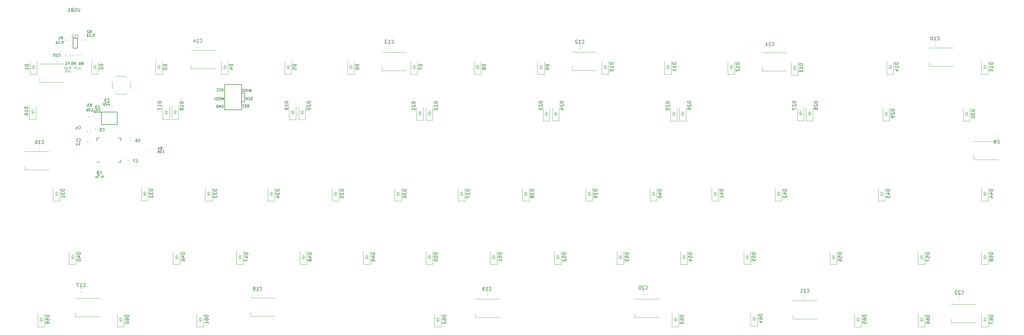
<source format=gbr>
G04 #@! TF.GenerationSoftware,KiCad,Pcbnew,(5.0.0)*
G04 #@! TF.CreationDate,2019-08-27T01:04:04-04:00*
G04 #@! TF.ProjectId,mullet-pcb,6D756C6C65742D7063622E6B69636164,rev?*
G04 #@! TF.SameCoordinates,Original*
G04 #@! TF.FileFunction,Legend,Bot*
G04 #@! TF.FilePolarity,Positive*
%FSLAX46Y46*%
G04 Gerber Fmt 4.6, Leading zero omitted, Abs format (unit mm)*
G04 Created by KiCad (PCBNEW (5.0.0)) date 08/27/19 01:04:04*
%MOMM*%
%LPD*%
G01*
G04 APERTURE LIST*
%ADD10C,0.100000*%
%ADD11C,0.200000*%
%ADD12C,0.203200*%
%ADD13C,0.120000*%
%ADD14C,0.150000*%
G04 APERTURE END LIST*
D10*
X81052497Y-111384599D02*
X81052497Y-110851266D01*
X81052497Y-110927456D02*
X81014402Y-110889361D01*
X80938211Y-110851266D01*
X80823925Y-110851266D01*
X80747735Y-110889361D01*
X80709640Y-110965552D01*
X80709640Y-111384599D01*
X80709640Y-110965552D02*
X80671544Y-110889361D01*
X80595354Y-110851266D01*
X80481068Y-110851266D01*
X80404878Y-110889361D01*
X80366783Y-110965552D01*
X80366783Y-111384599D01*
X80023925Y-111156028D02*
X79642973Y-111156028D01*
X80100116Y-111384599D02*
X79833449Y-110584599D01*
X79566783Y-111384599D01*
X80885718Y-109692218D02*
X81266670Y-109692218D01*
X81304766Y-110073171D01*
X81266670Y-110035075D01*
X81190480Y-109996980D01*
X81000004Y-109996980D01*
X80923813Y-110035075D01*
X80885718Y-110073171D01*
X80847623Y-110149361D01*
X80847623Y-110339837D01*
X80885718Y-110416028D01*
X80923813Y-110454123D01*
X81000004Y-110492218D01*
X81190480Y-110492218D01*
X81266670Y-110454123D01*
X81304766Y-110416028D01*
X80352385Y-109692218D02*
X80276194Y-109692218D01*
X80200004Y-109730314D01*
X80161909Y-109768409D01*
X80123813Y-109844599D01*
X80085718Y-109996980D01*
X80085718Y-110187456D01*
X80123813Y-110339837D01*
X80161909Y-110416028D01*
X80200004Y-110454123D01*
X80276194Y-110492218D01*
X80352385Y-110492218D01*
X80428575Y-110454123D01*
X80466670Y-110416028D01*
X80504766Y-110339837D01*
X80542861Y-110187456D01*
X80542861Y-109996980D01*
X80504766Y-109844599D01*
X80466670Y-109768409D01*
X80428575Y-109730314D01*
X80352385Y-109692218D01*
X79590480Y-109692218D02*
X79514290Y-109692218D01*
X79438099Y-109730314D01*
X79400004Y-109768409D01*
X79361909Y-109844599D01*
X79323813Y-109996980D01*
X79323813Y-110187456D01*
X79361909Y-110339837D01*
X79400004Y-110416028D01*
X79438099Y-110454123D01*
X79514290Y-110492218D01*
X79590480Y-110492218D01*
X79666670Y-110454123D01*
X79704766Y-110416028D01*
X79742861Y-110339837D01*
X79780956Y-110187456D01*
X79780956Y-109996980D01*
X79742861Y-109844599D01*
X79704766Y-109768409D01*
X79666670Y-109730314D01*
X79590480Y-109692218D01*
X83471376Y-100466952D02*
X83204710Y-100466952D01*
X83090424Y-100885999D02*
X83471376Y-100885999D01*
X83471376Y-100085999D01*
X83090424Y-100085999D01*
X82785662Y-100847904D02*
X82671376Y-100885999D01*
X82480900Y-100885999D01*
X82404710Y-100847904D01*
X82366615Y-100809809D01*
X82328519Y-100733618D01*
X82328519Y-100657428D01*
X82366615Y-100581237D01*
X82404710Y-100543142D01*
X82480900Y-100505047D01*
X82633281Y-100466952D01*
X82709472Y-100428856D01*
X82747567Y-100390761D01*
X82785662Y-100314571D01*
X82785662Y-100238380D01*
X82747567Y-100162190D01*
X82709472Y-100124095D01*
X82633281Y-100085999D01*
X82442805Y-100085999D01*
X82328519Y-100124095D01*
X81985662Y-100885999D02*
X81985662Y-100085999D01*
X81795186Y-100085999D01*
X81680900Y-100124095D01*
X81604710Y-100200285D01*
X81566615Y-100276475D01*
X81528519Y-100428856D01*
X81528519Y-100543142D01*
X81566615Y-100695523D01*
X81604710Y-100771714D01*
X81680900Y-100847904D01*
X81795186Y-100885999D01*
X81985662Y-100885999D01*
D11*
X126645216Y-121226281D02*
X126721407Y-121188185D01*
X126835693Y-121188185D01*
X126949978Y-121226281D01*
X127026169Y-121302471D01*
X127064264Y-121378661D01*
X127102359Y-121531042D01*
X127102359Y-121645328D01*
X127064264Y-121797709D01*
X127026169Y-121873900D01*
X126949978Y-121950090D01*
X126835693Y-121988185D01*
X126759502Y-121988185D01*
X126645216Y-121950090D01*
X126607121Y-121911995D01*
X126607121Y-121645328D01*
X126759502Y-121645328D01*
X126264264Y-121988185D02*
X126264264Y-121188185D01*
X125807121Y-121988185D01*
X125807121Y-121188185D01*
X125426169Y-121988185D02*
X125426169Y-121188185D01*
X125235693Y-121188185D01*
X125121407Y-121226281D01*
X125045216Y-121302471D01*
X125007121Y-121378661D01*
X124969026Y-121531042D01*
X124969026Y-121645328D01*
X125007121Y-121797709D01*
X125045216Y-121873900D01*
X125121407Y-121950090D01*
X125235693Y-121988185D01*
X125426169Y-121988185D01*
X127082863Y-119710850D02*
X127082863Y-118910850D01*
X126816197Y-119482279D01*
X126549530Y-118910850D01*
X126549530Y-119710850D01*
X126016197Y-118910850D02*
X125863816Y-118910850D01*
X125787625Y-118948946D01*
X125711435Y-119025136D01*
X125673340Y-119177517D01*
X125673340Y-119444184D01*
X125711435Y-119596565D01*
X125787625Y-119672755D01*
X125863816Y-119710850D01*
X126016197Y-119710850D01*
X126092387Y-119672755D01*
X126168578Y-119596565D01*
X126206673Y-119444184D01*
X126206673Y-119177517D01*
X126168578Y-119025136D01*
X126092387Y-118948946D01*
X126016197Y-118910850D01*
X125368578Y-119672755D02*
X125254292Y-119710850D01*
X125063816Y-119710850D01*
X124987625Y-119672755D01*
X124949530Y-119634660D01*
X124911435Y-119558469D01*
X124911435Y-119482279D01*
X124949530Y-119406088D01*
X124987625Y-119367993D01*
X125063816Y-119329898D01*
X125216197Y-119291803D01*
X125292387Y-119253707D01*
X125330482Y-119215612D01*
X125368578Y-119139422D01*
X125368578Y-119063231D01*
X125330482Y-118987041D01*
X125292387Y-118948946D01*
X125216197Y-118910850D01*
X125025721Y-118910850D01*
X124911435Y-118948946D01*
X124568578Y-119710850D02*
X124568578Y-118910850D01*
X127102359Y-116253843D02*
X126835693Y-117053843D01*
X126569026Y-116253843D01*
X125845216Y-116977653D02*
X125883312Y-117015748D01*
X125997597Y-117053843D01*
X126073788Y-117053843D01*
X126188073Y-117015748D01*
X126264264Y-116939558D01*
X126302359Y-116863367D01*
X126340454Y-116710986D01*
X126340454Y-116596700D01*
X126302359Y-116444319D01*
X126264264Y-116368129D01*
X126188073Y-116291939D01*
X126073788Y-116253843D01*
X125997597Y-116253843D01*
X125883312Y-116291939D01*
X125845216Y-116330034D01*
X125045216Y-116977653D02*
X125083312Y-117015748D01*
X125197597Y-117053843D01*
X125273788Y-117053843D01*
X125388073Y-117015748D01*
X125464264Y-116939558D01*
X125502359Y-116863367D01*
X125540454Y-116710986D01*
X125540454Y-116596700D01*
X125502359Y-116444319D01*
X125464264Y-116368129D01*
X125388073Y-116291939D01*
X125273788Y-116253843D01*
X125197597Y-116253843D01*
X125083312Y-116291939D01*
X125045216Y-116330034D01*
X134248261Y-121935692D02*
X134514927Y-121554740D01*
X134705404Y-121935692D02*
X134705404Y-121135692D01*
X134400642Y-121135692D01*
X134324451Y-121173788D01*
X134286356Y-121211883D01*
X134248261Y-121288073D01*
X134248261Y-121402359D01*
X134286356Y-121478549D01*
X134324451Y-121516645D01*
X134400642Y-121554740D01*
X134705404Y-121554740D01*
X133943499Y-121897597D02*
X133829213Y-121935692D01*
X133638737Y-121935692D01*
X133562546Y-121897597D01*
X133524451Y-121859502D01*
X133486356Y-121783311D01*
X133486356Y-121707121D01*
X133524451Y-121630930D01*
X133562546Y-121592835D01*
X133638737Y-121554740D01*
X133791118Y-121516645D01*
X133867308Y-121478549D01*
X133905404Y-121440454D01*
X133943499Y-121364264D01*
X133943499Y-121288073D01*
X133905404Y-121211883D01*
X133867308Y-121173788D01*
X133791118Y-121135692D01*
X133600642Y-121135692D01*
X133486356Y-121173788D01*
X133257785Y-121135692D02*
X132800642Y-121135692D01*
X133029213Y-121935692D02*
X133029213Y-121135692D01*
X135802244Y-119672755D02*
X135687958Y-119710850D01*
X135497482Y-119710850D01*
X135421292Y-119672755D01*
X135383196Y-119634660D01*
X135345101Y-119558469D01*
X135345101Y-119482279D01*
X135383196Y-119406088D01*
X135421292Y-119367993D01*
X135497482Y-119329898D01*
X135649863Y-119291803D01*
X135726053Y-119253707D01*
X135764149Y-119215612D01*
X135802244Y-119139422D01*
X135802244Y-119063231D01*
X135764149Y-118987041D01*
X135726053Y-118948946D01*
X135649863Y-118910850D01*
X135459387Y-118910850D01*
X135345101Y-118948946D01*
X134545101Y-119634660D02*
X134583196Y-119672755D01*
X134697482Y-119710850D01*
X134773673Y-119710850D01*
X134887958Y-119672755D01*
X134964149Y-119596565D01*
X135002244Y-119520374D01*
X135040339Y-119367993D01*
X135040339Y-119253707D01*
X135002244Y-119101326D01*
X134964149Y-119025136D01*
X134887958Y-118948946D01*
X134773673Y-118910850D01*
X134697482Y-118910850D01*
X134583196Y-118948946D01*
X134545101Y-118987041D01*
X134202244Y-119710850D02*
X134202244Y-118910850D01*
X133745101Y-119710850D02*
X134087958Y-119253707D01*
X133745101Y-118910850D02*
X134202244Y-119367993D01*
X135417829Y-117267371D02*
X135417829Y-116467371D01*
X135151163Y-117038800D01*
X134884496Y-116467371D01*
X134884496Y-117267371D01*
X134503544Y-117267371D02*
X134503544Y-116467371D01*
X134160687Y-117229276D02*
X134046401Y-117267371D01*
X133855925Y-117267371D01*
X133779734Y-117229276D01*
X133741639Y-117191181D01*
X133703544Y-117114990D01*
X133703544Y-117038800D01*
X133741639Y-116962609D01*
X133779734Y-116924514D01*
X133855925Y-116886419D01*
X134008306Y-116848324D01*
X134084496Y-116810228D01*
X134122591Y-116772133D01*
X134160687Y-116695943D01*
X134160687Y-116619752D01*
X134122591Y-116543562D01*
X134084496Y-116505467D01*
X134008306Y-116467371D01*
X133817829Y-116467371D01*
X133703544Y-116505467D01*
X133208306Y-116467371D02*
X133055925Y-116467371D01*
X132979734Y-116505467D01*
X132903544Y-116581657D01*
X132865448Y-116734038D01*
X132865448Y-117000705D01*
X132903544Y-117153086D01*
X132979734Y-117229276D01*
X133055925Y-117267371D01*
X133208306Y-117267371D01*
X133284496Y-117229276D01*
X133360687Y-117153086D01*
X133398782Y-117000705D01*
X133398782Y-116734038D01*
X133360687Y-116581657D01*
X133284496Y-116505467D01*
X133208306Y-116467371D01*
G04 #@! TO.C,ISCP1*
X132550166Y-117626509D02*
X133350166Y-117626509D01*
X133350166Y-117626509D02*
X133350166Y-120176509D01*
X133350166Y-120176509D02*
X132550166Y-120176509D01*
D12*
X132540166Y-122686509D02*
X132540166Y-115066509D01*
X127460166Y-115066509D02*
X127460166Y-122686509D01*
X127460166Y-122686509D02*
X132540166Y-122686509D01*
X132540166Y-115066509D02*
X127460166Y-115066509D01*
D13*
G04 #@! TO.C,LED5*
X181968721Y-105385580D02*
X174668721Y-105385580D01*
X181968721Y-110885580D02*
X174668721Y-110885580D01*
X174668721Y-110885580D02*
X174668721Y-109735580D01*
G04 #@! TO.C,R1*
X80404346Y-101789227D02*
X80404346Y-101463669D01*
X79384346Y-101789227D02*
X79384346Y-101463669D01*
G04 #@! TO.C,R2*
X84791125Y-101789227D02*
X84791125Y-101463669D01*
X85811125Y-101789227D02*
X85811125Y-101463669D01*
G04 #@! TO.C,RESET1*
X94729641Y-112974628D02*
X95179641Y-112524628D01*
X98129641Y-112974628D02*
X97679641Y-112524628D01*
X98129641Y-117574628D02*
X97679641Y-118024628D01*
X94729641Y-117574628D02*
X95179641Y-118024628D01*
X99179641Y-116274628D02*
X99179641Y-114274628D01*
X95179641Y-112524628D02*
X97679641Y-112524628D01*
X93679641Y-116274628D02*
X93679641Y-114274628D01*
X95179641Y-118024628D02*
X97679641Y-118024628D01*
D14*
G04 #@! TO.C,U1*
X96338629Y-138413190D02*
X96338629Y-137638190D01*
X89088629Y-131163190D02*
X89088629Y-131938190D01*
X96338629Y-131163190D02*
X96338629Y-131938190D01*
X89088629Y-138413190D02*
X89863629Y-138413190D01*
X89088629Y-131163190D02*
X89863629Y-131163190D01*
X96338629Y-131163190D02*
X95563629Y-131163190D01*
X96338629Y-138413190D02*
X95563629Y-138413190D01*
D11*
G04 #@! TO.C,X1*
X90453110Y-123290501D02*
X90453110Y-127040501D01*
X90453110Y-127040501D02*
X95203110Y-127040501D01*
X95203110Y-127040501D02*
X95203110Y-123290501D01*
X95203110Y-123290501D02*
X90453110Y-123290501D01*
D13*
G04 #@! TO.C,D1*
X71056166Y-111982509D02*
X69056166Y-111982509D01*
D10*
X70056166Y-109482509D02*
X70056166Y-108982509D01*
X69656166Y-109482509D02*
X70056166Y-110082509D01*
X70456166Y-109482509D02*
X69656166Y-109482509D01*
X70056166Y-110082509D02*
X70456166Y-109482509D01*
X70056166Y-110082509D02*
X69506166Y-110082509D01*
X70056166Y-110082509D02*
X70606166Y-110082509D01*
X70056166Y-110482509D02*
X70056166Y-110082509D01*
D13*
X69056166Y-111982509D02*
X69056166Y-108082509D01*
X71056166Y-111982509D02*
X71056166Y-108082509D01*
G04 #@! TO.C,D2*
X89450705Y-111907877D02*
X87450705Y-111907877D01*
D10*
X88450705Y-109407877D02*
X88450705Y-108907877D01*
X88050705Y-109407877D02*
X88450705Y-110007877D01*
X88850705Y-109407877D02*
X88050705Y-109407877D01*
X88450705Y-110007877D02*
X88850705Y-109407877D01*
X88450705Y-110007877D02*
X87900705Y-110007877D01*
X88450705Y-110007877D02*
X89000705Y-110007877D01*
X88450705Y-110407877D02*
X88450705Y-110007877D01*
D13*
X87450705Y-111907877D02*
X87450705Y-108007877D01*
X89450705Y-111907877D02*
X89450705Y-108007877D01*
G04 #@! TO.C,D3*
X108648166Y-111982509D02*
X106648166Y-111982509D01*
D10*
X107648166Y-109482509D02*
X107648166Y-108982509D01*
X107248166Y-109482509D02*
X107648166Y-110082509D01*
X108048166Y-109482509D02*
X107248166Y-109482509D01*
X107648166Y-110082509D02*
X108048166Y-109482509D01*
X107648166Y-110082509D02*
X107098166Y-110082509D01*
X107648166Y-110082509D02*
X108198166Y-110082509D01*
X107648166Y-110482509D02*
X107648166Y-110082509D01*
D13*
X106648166Y-111982509D02*
X106648166Y-108082509D01*
X108648166Y-111982509D02*
X108648166Y-108082509D01*
G04 #@! TO.C,D4*
X128460166Y-111982509D02*
X126460166Y-111982509D01*
D10*
X127460166Y-109482509D02*
X127460166Y-108982509D01*
X127060166Y-109482509D02*
X127460166Y-110082509D01*
X127860166Y-109482509D02*
X127060166Y-109482509D01*
X127460166Y-110082509D02*
X127860166Y-109482509D01*
X127460166Y-110082509D02*
X126910166Y-110082509D01*
X127460166Y-110082509D02*
X128010166Y-110082509D01*
X127460166Y-110482509D02*
X127460166Y-110082509D01*
D13*
X126460166Y-111982509D02*
X126460166Y-108082509D01*
X128460166Y-111982509D02*
X128460166Y-108082509D01*
G04 #@! TO.C,D5*
X147510166Y-111982509D02*
X145510166Y-111982509D01*
D10*
X146510166Y-109482509D02*
X146510166Y-108982509D01*
X146110166Y-109482509D02*
X146510166Y-110082509D01*
X146910166Y-109482509D02*
X146110166Y-109482509D01*
X146510166Y-110082509D02*
X146910166Y-109482509D01*
X146510166Y-110082509D02*
X145960166Y-110082509D01*
X146510166Y-110082509D02*
X147060166Y-110082509D01*
X146510166Y-110482509D02*
X146510166Y-110082509D01*
D13*
X145510166Y-111982509D02*
X145510166Y-108082509D01*
X147510166Y-111982509D02*
X147510166Y-108082509D01*
G04 #@! TO.C,D6*
X166306166Y-111982509D02*
X164306166Y-111982509D01*
D10*
X165306166Y-109482509D02*
X165306166Y-108982509D01*
X164906166Y-109482509D02*
X165306166Y-110082509D01*
X165706166Y-109482509D02*
X164906166Y-109482509D01*
X165306166Y-110082509D02*
X165706166Y-109482509D01*
X165306166Y-110082509D02*
X164756166Y-110082509D01*
X165306166Y-110082509D02*
X165856166Y-110082509D01*
X165306166Y-110482509D02*
X165306166Y-110082509D01*
D13*
X164306166Y-111982509D02*
X164306166Y-108082509D01*
X166306166Y-111982509D02*
X166306166Y-108082509D01*
G04 #@! TO.C,D7*
X185356166Y-111982509D02*
X183356166Y-111982509D01*
D10*
X184356166Y-109482509D02*
X184356166Y-108982509D01*
X183956166Y-109482509D02*
X184356166Y-110082509D01*
X184756166Y-109482509D02*
X183956166Y-109482509D01*
X184356166Y-110082509D02*
X184756166Y-109482509D01*
X184356166Y-110082509D02*
X183806166Y-110082509D01*
X184356166Y-110082509D02*
X184906166Y-110082509D01*
X184356166Y-110482509D02*
X184356166Y-110082509D01*
D13*
X183356166Y-111982509D02*
X183356166Y-108082509D01*
X185356166Y-111982509D02*
X185356166Y-108082509D01*
G04 #@! TO.C,D8*
X204406166Y-111982509D02*
X202406166Y-111982509D01*
D10*
X203406166Y-109482509D02*
X203406166Y-108982509D01*
X203006166Y-109482509D02*
X203406166Y-110082509D01*
X203806166Y-109482509D02*
X203006166Y-109482509D01*
X203406166Y-110082509D02*
X203806166Y-109482509D01*
X203406166Y-110082509D02*
X202856166Y-110082509D01*
X203406166Y-110082509D02*
X203956166Y-110082509D01*
X203406166Y-110482509D02*
X203406166Y-110082509D01*
D13*
X202406166Y-111982509D02*
X202406166Y-108082509D01*
X204406166Y-111982509D02*
X204406166Y-108082509D01*
G04 #@! TO.C,D9*
X223456166Y-111982509D02*
X221456166Y-111982509D01*
D10*
X222456166Y-109482509D02*
X222456166Y-108982509D01*
X222056166Y-109482509D02*
X222456166Y-110082509D01*
X222856166Y-109482509D02*
X222056166Y-109482509D01*
X222456166Y-110082509D02*
X222856166Y-109482509D01*
X222456166Y-110082509D02*
X221906166Y-110082509D01*
X222456166Y-110082509D02*
X223006166Y-110082509D01*
X222456166Y-110482509D02*
X222456166Y-110082509D01*
D13*
X221456166Y-111982509D02*
X221456166Y-108082509D01*
X223456166Y-111982509D02*
X223456166Y-108082509D01*
G04 #@! TO.C,D10*
X242760166Y-111982509D02*
X242760166Y-108082509D01*
X240760166Y-111982509D02*
X240760166Y-108082509D01*
D10*
X241760166Y-110482509D02*
X241760166Y-110082509D01*
X241760166Y-110082509D02*
X242310166Y-110082509D01*
X241760166Y-110082509D02*
X241210166Y-110082509D01*
X241760166Y-110082509D02*
X242160166Y-109482509D01*
X242160166Y-109482509D02*
X241360166Y-109482509D01*
X241360166Y-109482509D02*
X241760166Y-110082509D01*
X241760166Y-109482509D02*
X241760166Y-108982509D01*
D13*
X242760166Y-111982509D02*
X240760166Y-111982509D01*
G04 #@! TO.C,D11*
X261556166Y-111982509D02*
X261556166Y-108082509D01*
X259556166Y-111982509D02*
X259556166Y-108082509D01*
D10*
X260556166Y-110482509D02*
X260556166Y-110082509D01*
X260556166Y-110082509D02*
X261106166Y-110082509D01*
X260556166Y-110082509D02*
X260006166Y-110082509D01*
X260556166Y-110082509D02*
X260956166Y-109482509D01*
X260956166Y-109482509D02*
X260156166Y-109482509D01*
X260156166Y-109482509D02*
X260556166Y-110082509D01*
X260556166Y-109482509D02*
X260556166Y-108982509D01*
D13*
X261556166Y-111982509D02*
X259556166Y-111982509D01*
G04 #@! TO.C,D12*
X280606166Y-111982509D02*
X280606166Y-108082509D01*
X278606166Y-111982509D02*
X278606166Y-108082509D01*
D10*
X279606166Y-110482509D02*
X279606166Y-110082509D01*
X279606166Y-110082509D02*
X280156166Y-110082509D01*
X279606166Y-110082509D02*
X279056166Y-110082509D01*
X279606166Y-110082509D02*
X280006166Y-109482509D01*
X280006166Y-109482509D02*
X279206166Y-109482509D01*
X279206166Y-109482509D02*
X279606166Y-110082509D01*
X279606166Y-109482509D02*
X279606166Y-108982509D01*
D13*
X280606166Y-111982509D02*
X278606166Y-111982509D01*
G04 #@! TO.C,D13*
X299656166Y-112236509D02*
X299656166Y-108336509D01*
X297656166Y-112236509D02*
X297656166Y-108336509D01*
D10*
X298656166Y-110736509D02*
X298656166Y-110336509D01*
X298656166Y-110336509D02*
X299206166Y-110336509D01*
X298656166Y-110336509D02*
X298106166Y-110336509D01*
X298656166Y-110336509D02*
X299056166Y-109736509D01*
X299056166Y-109736509D02*
X298256166Y-109736509D01*
X298256166Y-109736509D02*
X298656166Y-110336509D01*
X298656166Y-109736509D02*
X298656166Y-109236509D01*
D13*
X299656166Y-112236509D02*
X297656166Y-112236509D01*
G04 #@! TO.C,D14*
X328358166Y-111982509D02*
X328358166Y-108082509D01*
X326358166Y-111982509D02*
X326358166Y-108082509D01*
D10*
X327358166Y-110482509D02*
X327358166Y-110082509D01*
X327358166Y-110082509D02*
X327908166Y-110082509D01*
X327358166Y-110082509D02*
X326808166Y-110082509D01*
X327358166Y-110082509D02*
X327758166Y-109482509D01*
X327758166Y-109482509D02*
X326958166Y-109482509D01*
X326958166Y-109482509D02*
X327358166Y-110082509D01*
X327358166Y-109482509D02*
X327358166Y-108982509D01*
D13*
X328358166Y-111982509D02*
X326358166Y-111982509D01*
G04 #@! TO.C,D15*
X356806166Y-111982509D02*
X356806166Y-108082509D01*
X354806166Y-111982509D02*
X354806166Y-108082509D01*
D10*
X355806166Y-110482509D02*
X355806166Y-110082509D01*
X355806166Y-110082509D02*
X356356166Y-110082509D01*
X355806166Y-110082509D02*
X355256166Y-110082509D01*
X355806166Y-110082509D02*
X356206166Y-109482509D01*
X356206166Y-109482509D02*
X355406166Y-109482509D01*
X355406166Y-109482509D02*
X355806166Y-110082509D01*
X355806166Y-109482509D02*
X355806166Y-108982509D01*
D13*
X356806166Y-111982509D02*
X354806166Y-111982509D01*
G04 #@! TO.C,D16*
X70815690Y-125451071D02*
X70815690Y-121551071D01*
X68815690Y-125451071D02*
X68815690Y-121551071D01*
D10*
X69815690Y-123951071D02*
X69815690Y-123551071D01*
X69815690Y-123551071D02*
X70365690Y-123551071D01*
X69815690Y-123551071D02*
X69265690Y-123551071D01*
X69815690Y-123551071D02*
X70215690Y-122951071D01*
X70215690Y-122951071D02*
X69415690Y-122951071D01*
X69415690Y-122951071D02*
X69815690Y-123551071D01*
X69815690Y-122951071D02*
X69815690Y-122451071D01*
D13*
X70815690Y-125451071D02*
X68815690Y-125451071D01*
G04 #@! TO.C,D17*
X110867849Y-125556057D02*
X108867849Y-125556057D01*
D10*
X109867849Y-123056057D02*
X109867849Y-122556057D01*
X109467849Y-123056057D02*
X109867849Y-123656057D01*
X110267849Y-123056057D02*
X109467849Y-123056057D01*
X109867849Y-123656057D02*
X110267849Y-123056057D01*
X109867849Y-123656057D02*
X109317849Y-123656057D01*
X109867849Y-123656057D02*
X110417849Y-123656057D01*
X109867849Y-124056057D02*
X109867849Y-123656057D01*
D13*
X108867849Y-125556057D02*
X108867849Y-121656057D01*
X110867849Y-125556057D02*
X110867849Y-121656057D01*
G04 #@! TO.C,D18*
X113597485Y-125556057D02*
X113597485Y-121656057D01*
X111597485Y-125556057D02*
X111597485Y-121656057D01*
D10*
X112597485Y-124056057D02*
X112597485Y-123656057D01*
X112597485Y-123656057D02*
X113147485Y-123656057D01*
X112597485Y-123656057D02*
X112047485Y-123656057D01*
X112597485Y-123656057D02*
X112997485Y-123056057D01*
X112997485Y-123056057D02*
X112197485Y-123056057D01*
X112197485Y-123056057D02*
X112597485Y-123656057D01*
X112597485Y-123056057D02*
X112597485Y-122556057D01*
D13*
X113597485Y-125556057D02*
X111597485Y-125556057D01*
G04 #@! TO.C,D19*
X148872781Y-125608550D02*
X148872781Y-121708550D01*
X146872781Y-125608550D02*
X146872781Y-121708550D01*
D10*
X147872781Y-124108550D02*
X147872781Y-123708550D01*
X147872781Y-123708550D02*
X148422781Y-123708550D01*
X147872781Y-123708550D02*
X147322781Y-123708550D01*
X147872781Y-123708550D02*
X148272781Y-123108550D01*
X148272781Y-123108550D02*
X147472781Y-123108550D01*
X147472781Y-123108550D02*
X147872781Y-123708550D01*
X147872781Y-123108550D02*
X147872781Y-122608550D01*
D13*
X148872781Y-125608550D02*
X146872781Y-125608550D01*
G04 #@! TO.C,D20*
X151707403Y-125608550D02*
X151707403Y-121708550D01*
X149707403Y-125608550D02*
X149707403Y-121708550D01*
D10*
X150707403Y-124108550D02*
X150707403Y-123708550D01*
X150707403Y-123708550D02*
X151257403Y-123708550D01*
X150707403Y-123708550D02*
X150157403Y-123708550D01*
X150707403Y-123708550D02*
X151107403Y-123108550D01*
X151107403Y-123108550D02*
X150307403Y-123108550D01*
X150307403Y-123108550D02*
X150707403Y-123708550D01*
X150707403Y-123108550D02*
X150707403Y-122608550D01*
D13*
X151707403Y-125608550D02*
X149707403Y-125608550D01*
G04 #@! TO.C,D21*
X187140178Y-125818522D02*
X187140178Y-121918522D01*
X185140178Y-125818522D02*
X185140178Y-121918522D01*
D10*
X186140178Y-124318522D02*
X186140178Y-123918522D01*
X186140178Y-123918522D02*
X186690178Y-123918522D01*
X186140178Y-123918522D02*
X185590178Y-123918522D01*
X186140178Y-123918522D02*
X186540178Y-123318522D01*
X186540178Y-123318522D02*
X185740178Y-123318522D01*
X185740178Y-123318522D02*
X186140178Y-123918522D01*
X186140178Y-123318522D02*
X186140178Y-122818522D01*
D13*
X187140178Y-125818522D02*
X185140178Y-125818522D01*
G04 #@! TO.C,D22*
X189922307Y-125818522D02*
X189922307Y-121918522D01*
X187922307Y-125818522D02*
X187922307Y-121918522D01*
D10*
X188922307Y-124318522D02*
X188922307Y-123918522D01*
X188922307Y-123918522D02*
X189472307Y-123918522D01*
X188922307Y-123918522D02*
X188372307Y-123918522D01*
X188922307Y-123918522D02*
X189322307Y-123318522D01*
X189322307Y-123318522D02*
X188522307Y-123318522D01*
X188522307Y-123318522D02*
X188922307Y-123918522D01*
X188922307Y-123318522D02*
X188922307Y-122818522D01*
D13*
X189922307Y-125818522D02*
X187922307Y-125818522D01*
G04 #@! TO.C,D23*
X225092617Y-126028494D02*
X225092617Y-122128494D01*
X223092617Y-126028494D02*
X223092617Y-122128494D01*
D10*
X224092617Y-124528494D02*
X224092617Y-124128494D01*
X224092617Y-124128494D02*
X224642617Y-124128494D01*
X224092617Y-124128494D02*
X223542617Y-124128494D01*
X224092617Y-124128494D02*
X224492617Y-123528494D01*
X224492617Y-123528494D02*
X223692617Y-123528494D01*
X223692617Y-123528494D02*
X224092617Y-124128494D01*
X224092617Y-123528494D02*
X224092617Y-123028494D01*
D13*
X225092617Y-126028494D02*
X223092617Y-126028494D01*
G04 #@! TO.C,D24*
X227874746Y-125976001D02*
X227874746Y-122076001D01*
X225874746Y-125976001D02*
X225874746Y-122076001D01*
D10*
X226874746Y-124476001D02*
X226874746Y-124076001D01*
X226874746Y-124076001D02*
X227424746Y-124076001D01*
X226874746Y-124076001D02*
X226324746Y-124076001D01*
X226874746Y-124076001D02*
X227274746Y-123476001D01*
X227274746Y-123476001D02*
X226474746Y-123476001D01*
X226474746Y-123476001D02*
X226874746Y-124076001D01*
X226874746Y-123476001D02*
X226874746Y-122976001D01*
D13*
X227874746Y-125976001D02*
X225874746Y-125976001D01*
G04 #@! TO.C,D25*
X263360014Y-126028494D02*
X261360014Y-126028494D01*
D10*
X262360014Y-123528494D02*
X262360014Y-123028494D01*
X261960014Y-123528494D02*
X262360014Y-124128494D01*
X262760014Y-123528494D02*
X261960014Y-123528494D01*
X262360014Y-124128494D02*
X262760014Y-123528494D01*
X262360014Y-124128494D02*
X261810014Y-124128494D01*
X262360014Y-124128494D02*
X262910014Y-124128494D01*
X262360014Y-124528494D02*
X262360014Y-124128494D01*
D13*
X261360014Y-126028494D02*
X261360014Y-122128494D01*
X263360014Y-126028494D02*
X263360014Y-122128494D01*
G04 #@! TO.C,D26*
X266037157Y-126028494D02*
X266037157Y-122128494D01*
X264037157Y-126028494D02*
X264037157Y-122128494D01*
D10*
X265037157Y-124528494D02*
X265037157Y-124128494D01*
X265037157Y-124128494D02*
X265587157Y-124128494D01*
X265037157Y-124128494D02*
X264487157Y-124128494D01*
X265037157Y-124128494D02*
X265437157Y-123528494D01*
X265437157Y-123528494D02*
X264637157Y-123528494D01*
X264637157Y-123528494D02*
X265037157Y-124128494D01*
X265037157Y-123528494D02*
X265037157Y-123028494D01*
D13*
X266037157Y-126028494D02*
X264037157Y-126028494D01*
G04 #@! TO.C,D27*
X301469932Y-125871015D02*
X301469932Y-121971015D01*
X299469932Y-125871015D02*
X299469932Y-121971015D01*
D10*
X300469932Y-124371015D02*
X300469932Y-123971015D01*
X300469932Y-123971015D02*
X301019932Y-123971015D01*
X300469932Y-123971015D02*
X299919932Y-123971015D01*
X300469932Y-123971015D02*
X300869932Y-123371015D01*
X300869932Y-123371015D02*
X300069932Y-123371015D01*
X300069932Y-123371015D02*
X300469932Y-123971015D01*
X300469932Y-123371015D02*
X300469932Y-122871015D01*
D13*
X301469932Y-125871015D02*
X299469932Y-125871015D01*
G04 #@! TO.C,D28*
X304147075Y-125923508D02*
X304147075Y-122023508D01*
X302147075Y-125923508D02*
X302147075Y-122023508D01*
D10*
X303147075Y-124423508D02*
X303147075Y-124023508D01*
X303147075Y-124023508D02*
X303697075Y-124023508D01*
X303147075Y-124023508D02*
X302597075Y-124023508D01*
X303147075Y-124023508D02*
X303547075Y-123423508D01*
X303547075Y-123423508D02*
X302747075Y-123423508D01*
X302747075Y-123423508D02*
X303147075Y-124023508D01*
X303147075Y-123423508D02*
X303147075Y-122923508D01*
D13*
X304147075Y-125923508D02*
X302147075Y-125923508D01*
G04 #@! TO.C,D29*
X327139009Y-125976001D02*
X327139009Y-122076001D01*
X325139009Y-125976001D02*
X325139009Y-122076001D01*
D10*
X326139009Y-124476001D02*
X326139009Y-124076001D01*
X326139009Y-124076001D02*
X326689009Y-124076001D01*
X326139009Y-124076001D02*
X325589009Y-124076001D01*
X326139009Y-124076001D02*
X326539009Y-123476001D01*
X326539009Y-123476001D02*
X325739009Y-123476001D01*
X325739009Y-123476001D02*
X326139009Y-124076001D01*
X326139009Y-123476001D02*
X326139009Y-122976001D01*
D13*
X327139009Y-125976001D02*
X325139009Y-125976001D01*
G04 #@! TO.C,D30*
X351338282Y-126080987D02*
X351338282Y-122180987D01*
X349338282Y-126080987D02*
X349338282Y-122180987D01*
D10*
X350338282Y-124580987D02*
X350338282Y-124180987D01*
X350338282Y-124180987D02*
X350888282Y-124180987D01*
X350338282Y-124180987D02*
X349788282Y-124180987D01*
X350338282Y-124180987D02*
X350738282Y-123580987D01*
X350738282Y-123580987D02*
X349938282Y-123580987D01*
X349938282Y-123580987D02*
X350338282Y-124180987D01*
X350338282Y-123580987D02*
X350338282Y-123080987D01*
D13*
X351338282Y-126080987D02*
X349338282Y-126080987D01*
G04 #@! TO.C,D31*
X77914166Y-150082509D02*
X77914166Y-146182509D01*
X75914166Y-150082509D02*
X75914166Y-146182509D01*
D10*
X76914166Y-148582509D02*
X76914166Y-148182509D01*
X76914166Y-148182509D02*
X77464166Y-148182509D01*
X76914166Y-148182509D02*
X76364166Y-148182509D01*
X76914166Y-148182509D02*
X77314166Y-147582509D01*
X77314166Y-147582509D02*
X76514166Y-147582509D01*
X76514166Y-147582509D02*
X76914166Y-148182509D01*
X76914166Y-147582509D02*
X76914166Y-147082509D01*
D13*
X77914166Y-150082509D02*
X75914166Y-150082509D01*
G04 #@! TO.C,D32*
X104411210Y-150017795D02*
X104411210Y-146117795D01*
X102411210Y-150017795D02*
X102411210Y-146117795D01*
D10*
X103411210Y-148517795D02*
X103411210Y-148117795D01*
X103411210Y-148117795D02*
X103961210Y-148117795D01*
X103411210Y-148117795D02*
X102861210Y-148117795D01*
X103411210Y-148117795D02*
X103811210Y-147517795D01*
X103811210Y-147517795D02*
X103011210Y-147517795D01*
X103011210Y-147517795D02*
X103411210Y-148117795D01*
X103411210Y-147517795D02*
X103411210Y-147017795D01*
D13*
X104411210Y-150017795D02*
X102411210Y-150017795D01*
G04 #@! TO.C,D33*
X123634166Y-150082509D02*
X123634166Y-146182509D01*
X121634166Y-150082509D02*
X121634166Y-146182509D01*
D10*
X122634166Y-148582509D02*
X122634166Y-148182509D01*
X122634166Y-148182509D02*
X123184166Y-148182509D01*
X122634166Y-148182509D02*
X122084166Y-148182509D01*
X122634166Y-148182509D02*
X123034166Y-147582509D01*
X123034166Y-147582509D02*
X122234166Y-147582509D01*
X122234166Y-147582509D02*
X122634166Y-148182509D01*
X122634166Y-147582509D02*
X122634166Y-147082509D01*
D13*
X123634166Y-150082509D02*
X121634166Y-150082509D01*
G04 #@! TO.C,D34*
X142430166Y-150082509D02*
X140430166Y-150082509D01*
D10*
X141430166Y-147582509D02*
X141430166Y-147082509D01*
X141030166Y-147582509D02*
X141430166Y-148182509D01*
X141830166Y-147582509D02*
X141030166Y-147582509D01*
X141430166Y-148182509D02*
X141830166Y-147582509D01*
X141430166Y-148182509D02*
X140880166Y-148182509D01*
X141430166Y-148182509D02*
X141980166Y-148182509D01*
X141430166Y-148582509D02*
X141430166Y-148182509D01*
D13*
X140430166Y-150082509D02*
X140430166Y-146182509D01*
X142430166Y-150082509D02*
X142430166Y-146182509D01*
G04 #@! TO.C,D35*
X161734166Y-150082509D02*
X159734166Y-150082509D01*
D10*
X160734166Y-147582509D02*
X160734166Y-147082509D01*
X160334166Y-147582509D02*
X160734166Y-148182509D01*
X161134166Y-147582509D02*
X160334166Y-147582509D01*
X160734166Y-148182509D02*
X161134166Y-147582509D01*
X160734166Y-148182509D02*
X160184166Y-148182509D01*
X160734166Y-148182509D02*
X161284166Y-148182509D01*
X160734166Y-148582509D02*
X160734166Y-148182509D01*
D13*
X159734166Y-150082509D02*
X159734166Y-146182509D01*
X161734166Y-150082509D02*
X161734166Y-146182509D01*
G04 #@! TO.C,D36*
X180530166Y-150082509D02*
X178530166Y-150082509D01*
D10*
X179530166Y-147582509D02*
X179530166Y-147082509D01*
X179130166Y-147582509D02*
X179530166Y-148182509D01*
X179930166Y-147582509D02*
X179130166Y-147582509D01*
X179530166Y-148182509D02*
X179930166Y-147582509D01*
X179530166Y-148182509D02*
X178980166Y-148182509D01*
X179530166Y-148182509D02*
X180080166Y-148182509D01*
X179530166Y-148582509D02*
X179530166Y-148182509D01*
D13*
X178530166Y-150082509D02*
X178530166Y-146182509D01*
X180530166Y-150082509D02*
X180530166Y-146182509D01*
G04 #@! TO.C,D37*
X199580166Y-150082509D02*
X197580166Y-150082509D01*
D10*
X198580166Y-147582509D02*
X198580166Y-147082509D01*
X198180166Y-147582509D02*
X198580166Y-148182509D01*
X198980166Y-147582509D02*
X198180166Y-147582509D01*
X198580166Y-148182509D02*
X198980166Y-147582509D01*
X198580166Y-148182509D02*
X198030166Y-148182509D01*
X198580166Y-148182509D02*
X199130166Y-148182509D01*
X198580166Y-148582509D02*
X198580166Y-148182509D01*
D13*
X197580166Y-150082509D02*
X197580166Y-146182509D01*
X199580166Y-150082509D02*
X199580166Y-146182509D01*
G04 #@! TO.C,D38*
X218884166Y-150082509D02*
X216884166Y-150082509D01*
D10*
X217884166Y-147582509D02*
X217884166Y-147082509D01*
X217484166Y-147582509D02*
X217884166Y-148182509D01*
X218284166Y-147582509D02*
X217484166Y-147582509D01*
X217884166Y-148182509D02*
X218284166Y-147582509D01*
X217884166Y-148182509D02*
X217334166Y-148182509D01*
X217884166Y-148182509D02*
X218434166Y-148182509D01*
X217884166Y-148582509D02*
X217884166Y-148182509D01*
D13*
X216884166Y-150082509D02*
X216884166Y-146182509D01*
X218884166Y-150082509D02*
X218884166Y-146182509D01*
G04 #@! TO.C,D39*
X237934166Y-150082509D02*
X237934166Y-146182509D01*
X235934166Y-150082509D02*
X235934166Y-146182509D01*
D10*
X236934166Y-148582509D02*
X236934166Y-148182509D01*
X236934166Y-148182509D02*
X237484166Y-148182509D01*
X236934166Y-148182509D02*
X236384166Y-148182509D01*
X236934166Y-148182509D02*
X237334166Y-147582509D01*
X237334166Y-147582509D02*
X236534166Y-147582509D01*
X236534166Y-147582509D02*
X236934166Y-148182509D01*
X236934166Y-147582509D02*
X236934166Y-147082509D01*
D13*
X237934166Y-150082509D02*
X235934166Y-150082509D01*
G04 #@! TO.C,D40*
X257238166Y-150082509D02*
X255238166Y-150082509D01*
D10*
X256238166Y-147582509D02*
X256238166Y-147082509D01*
X255838166Y-147582509D02*
X256238166Y-148182509D01*
X256638166Y-147582509D02*
X255838166Y-147582509D01*
X256238166Y-148182509D02*
X256638166Y-147582509D01*
X256238166Y-148182509D02*
X255688166Y-148182509D01*
X256238166Y-148182509D02*
X256788166Y-148182509D01*
X256238166Y-148582509D02*
X256238166Y-148182509D01*
D13*
X255238166Y-150082509D02*
X255238166Y-146182509D01*
X257238166Y-150082509D02*
X257238166Y-146182509D01*
G04 #@! TO.C,D41*
X275780166Y-150082509D02*
X273780166Y-150082509D01*
D10*
X274780166Y-147582509D02*
X274780166Y-147082509D01*
X274380166Y-147582509D02*
X274780166Y-148182509D01*
X275180166Y-147582509D02*
X274380166Y-147582509D01*
X274780166Y-148182509D02*
X275180166Y-147582509D01*
X274780166Y-148182509D02*
X274230166Y-148182509D01*
X274780166Y-148182509D02*
X275330166Y-148182509D01*
X274780166Y-148582509D02*
X274780166Y-148182509D01*
D13*
X273780166Y-150082509D02*
X273780166Y-146182509D01*
X275780166Y-150082509D02*
X275780166Y-146182509D01*
G04 #@! TO.C,D42*
X294830166Y-150082509D02*
X292830166Y-150082509D01*
D10*
X293830166Y-147582509D02*
X293830166Y-147082509D01*
X293430166Y-147582509D02*
X293830166Y-148182509D01*
X294230166Y-147582509D02*
X293430166Y-147582509D01*
X293830166Y-148182509D02*
X294230166Y-147582509D01*
X293830166Y-148182509D02*
X293280166Y-148182509D01*
X293830166Y-148182509D02*
X294380166Y-148182509D01*
X293830166Y-148582509D02*
X293830166Y-148182509D01*
D13*
X292830166Y-150082509D02*
X292830166Y-146182509D01*
X294830166Y-150082509D02*
X294830166Y-146182509D01*
G04 #@! TO.C,D43*
X325818166Y-150082509D02*
X323818166Y-150082509D01*
D10*
X324818166Y-147582509D02*
X324818166Y-147082509D01*
X324418166Y-147582509D02*
X324818166Y-148182509D01*
X325218166Y-147582509D02*
X324418166Y-147582509D01*
X324818166Y-148182509D02*
X325218166Y-147582509D01*
X324818166Y-148182509D02*
X324268166Y-148182509D01*
X324818166Y-148182509D02*
X325368166Y-148182509D01*
X324818166Y-148582509D02*
X324818166Y-148182509D01*
D13*
X323818166Y-150082509D02*
X323818166Y-146182509D01*
X325818166Y-150082509D02*
X325818166Y-146182509D01*
G04 #@! TO.C,D44*
X356806166Y-150082509D02*
X354806166Y-150082509D01*
D10*
X355806166Y-147582509D02*
X355806166Y-147082509D01*
X355406166Y-147582509D02*
X355806166Y-148182509D01*
X356206166Y-147582509D02*
X355406166Y-147582509D01*
X355806166Y-148182509D02*
X356206166Y-147582509D01*
X355806166Y-148182509D02*
X355256166Y-148182509D01*
X355806166Y-148182509D02*
X356356166Y-148182509D01*
X355806166Y-148582509D02*
X355806166Y-148182509D01*
D13*
X354806166Y-150082509D02*
X354806166Y-146182509D01*
X356806166Y-150082509D02*
X356806166Y-146182509D01*
G04 #@! TO.C,D45*
X82740166Y-169132509D02*
X80740166Y-169132509D01*
D10*
X81740166Y-166632509D02*
X81740166Y-166132509D01*
X81340166Y-166632509D02*
X81740166Y-167232509D01*
X82140166Y-166632509D02*
X81340166Y-166632509D01*
X81740166Y-167232509D02*
X82140166Y-166632509D01*
X81740166Y-167232509D02*
X81190166Y-167232509D01*
X81740166Y-167232509D02*
X82290166Y-167232509D01*
X81740166Y-167632509D02*
X81740166Y-167232509D01*
D13*
X80740166Y-169132509D02*
X80740166Y-165232509D01*
X82740166Y-169132509D02*
X82740166Y-165232509D01*
G04 #@! TO.C,D46*
X113982166Y-169132509D02*
X111982166Y-169132509D01*
D10*
X112982166Y-166632509D02*
X112982166Y-166132509D01*
X112582166Y-166632509D02*
X112982166Y-167232509D01*
X113382166Y-166632509D02*
X112582166Y-166632509D01*
X112982166Y-167232509D02*
X113382166Y-166632509D01*
X112982166Y-167232509D02*
X112432166Y-167232509D01*
X112982166Y-167232509D02*
X113532166Y-167232509D01*
X112982166Y-167632509D02*
X112982166Y-167232509D01*
D13*
X111982166Y-169132509D02*
X111982166Y-165232509D01*
X113982166Y-169132509D02*
X113982166Y-165232509D01*
G04 #@! TO.C,D47*
X133032166Y-169132509D02*
X131032166Y-169132509D01*
D10*
X132032166Y-166632509D02*
X132032166Y-166132509D01*
X131632166Y-166632509D02*
X132032166Y-167232509D01*
X132432166Y-166632509D02*
X131632166Y-166632509D01*
X132032166Y-167232509D02*
X132432166Y-166632509D01*
X132032166Y-167232509D02*
X131482166Y-167232509D01*
X132032166Y-167232509D02*
X132582166Y-167232509D01*
X132032166Y-167632509D02*
X132032166Y-167232509D01*
D13*
X131032166Y-169132509D02*
X131032166Y-165232509D01*
X133032166Y-169132509D02*
X133032166Y-165232509D01*
G04 #@! TO.C,D48*
X152082166Y-169132509D02*
X150082166Y-169132509D01*
D10*
X151082166Y-166632509D02*
X151082166Y-166132509D01*
X150682166Y-166632509D02*
X151082166Y-167232509D01*
X151482166Y-166632509D02*
X150682166Y-166632509D01*
X151082166Y-167232509D02*
X151482166Y-166632509D01*
X151082166Y-167232509D02*
X150532166Y-167232509D01*
X151082166Y-167232509D02*
X151632166Y-167232509D01*
X151082166Y-167632509D02*
X151082166Y-167232509D01*
D13*
X150082166Y-169132509D02*
X150082166Y-165232509D01*
X152082166Y-169132509D02*
X152082166Y-165232509D01*
G04 #@! TO.C,D49*
X171132166Y-169132509D02*
X169132166Y-169132509D01*
D10*
X170132166Y-166632509D02*
X170132166Y-166132509D01*
X169732166Y-166632509D02*
X170132166Y-167232509D01*
X170532166Y-166632509D02*
X169732166Y-166632509D01*
X170132166Y-167232509D02*
X170532166Y-166632509D01*
X170132166Y-167232509D02*
X169582166Y-167232509D01*
X170132166Y-167232509D02*
X170682166Y-167232509D01*
X170132166Y-167632509D02*
X170132166Y-167232509D01*
D13*
X169132166Y-169132509D02*
X169132166Y-165232509D01*
X171132166Y-169132509D02*
X171132166Y-165232509D01*
G04 #@! TO.C,D50*
X189928166Y-169132509D02*
X187928166Y-169132509D01*
D10*
X188928166Y-166632509D02*
X188928166Y-166132509D01*
X188528166Y-166632509D02*
X188928166Y-167232509D01*
X189328166Y-166632509D02*
X188528166Y-166632509D01*
X188928166Y-167232509D02*
X189328166Y-166632509D01*
X188928166Y-167232509D02*
X188378166Y-167232509D01*
X188928166Y-167232509D02*
X189478166Y-167232509D01*
X188928166Y-167632509D02*
X188928166Y-167232509D01*
D13*
X187928166Y-169132509D02*
X187928166Y-165232509D01*
X189928166Y-169132509D02*
X189928166Y-165232509D01*
G04 #@! TO.C,D51*
X209232166Y-169132509D02*
X209232166Y-165232509D01*
X207232166Y-169132509D02*
X207232166Y-165232509D01*
D10*
X208232166Y-167632509D02*
X208232166Y-167232509D01*
X208232166Y-167232509D02*
X208782166Y-167232509D01*
X208232166Y-167232509D02*
X207682166Y-167232509D01*
X208232166Y-167232509D02*
X208632166Y-166632509D01*
X208632166Y-166632509D02*
X207832166Y-166632509D01*
X207832166Y-166632509D02*
X208232166Y-167232509D01*
X208232166Y-166632509D02*
X208232166Y-166132509D01*
D13*
X209232166Y-169132509D02*
X207232166Y-169132509D01*
G04 #@! TO.C,D52*
X228536166Y-169132509D02*
X228536166Y-165232509D01*
X226536166Y-169132509D02*
X226536166Y-165232509D01*
D10*
X227536166Y-167632509D02*
X227536166Y-167232509D01*
X227536166Y-167232509D02*
X228086166Y-167232509D01*
X227536166Y-167232509D02*
X226986166Y-167232509D01*
X227536166Y-167232509D02*
X227936166Y-166632509D01*
X227936166Y-166632509D02*
X227136166Y-166632509D01*
X227136166Y-166632509D02*
X227536166Y-167232509D01*
X227536166Y-166632509D02*
X227536166Y-166132509D01*
D13*
X228536166Y-169132509D02*
X226536166Y-169132509D01*
G04 #@! TO.C,D53*
X247332166Y-169132509D02*
X245332166Y-169132509D01*
D10*
X246332166Y-166632509D02*
X246332166Y-166132509D01*
X245932166Y-166632509D02*
X246332166Y-167232509D01*
X246732166Y-166632509D02*
X245932166Y-166632509D01*
X246332166Y-167232509D02*
X246732166Y-166632509D01*
X246332166Y-167232509D02*
X245782166Y-167232509D01*
X246332166Y-167232509D02*
X246882166Y-167232509D01*
X246332166Y-167632509D02*
X246332166Y-167232509D01*
D13*
X245332166Y-169132509D02*
X245332166Y-165232509D01*
X247332166Y-169132509D02*
X247332166Y-165232509D01*
G04 #@! TO.C,D54*
X266382166Y-169132509D02*
X264382166Y-169132509D01*
D10*
X265382166Y-166632509D02*
X265382166Y-166132509D01*
X264982166Y-166632509D02*
X265382166Y-167232509D01*
X265782166Y-166632509D02*
X264982166Y-166632509D01*
X265382166Y-167232509D02*
X265782166Y-166632509D01*
X265382166Y-167232509D02*
X264832166Y-167232509D01*
X265382166Y-167232509D02*
X265932166Y-167232509D01*
X265382166Y-167632509D02*
X265382166Y-167232509D01*
D13*
X264382166Y-169132509D02*
X264382166Y-165232509D01*
X266382166Y-169132509D02*
X266382166Y-165232509D01*
G04 #@! TO.C,D55*
X285432166Y-169132509D02*
X283432166Y-169132509D01*
D10*
X284432166Y-166632509D02*
X284432166Y-166132509D01*
X284032166Y-166632509D02*
X284432166Y-167232509D01*
X284832166Y-166632509D02*
X284032166Y-166632509D01*
X284432166Y-167232509D02*
X284832166Y-166632509D01*
X284432166Y-167232509D02*
X283882166Y-167232509D01*
X284432166Y-167232509D02*
X284982166Y-167232509D01*
X284432166Y-167632509D02*
X284432166Y-167232509D01*
D13*
X283432166Y-169132509D02*
X283432166Y-165232509D01*
X285432166Y-169132509D02*
X285432166Y-165232509D01*
G04 #@! TO.C,D56*
X311340166Y-169132509D02*
X309340166Y-169132509D01*
D10*
X310340166Y-166632509D02*
X310340166Y-166132509D01*
X309940166Y-166632509D02*
X310340166Y-167232509D01*
X310740166Y-166632509D02*
X309940166Y-166632509D01*
X310340166Y-167232509D02*
X310740166Y-166632509D01*
X310340166Y-167232509D02*
X309790166Y-167232509D01*
X310340166Y-167232509D02*
X310890166Y-167232509D01*
X310340166Y-167632509D02*
X310340166Y-167232509D01*
D13*
X309340166Y-169132509D02*
X309340166Y-165232509D01*
X311340166Y-169132509D02*
X311340166Y-165232509D01*
G04 #@! TO.C,D57*
X337756166Y-169132509D02*
X335756166Y-169132509D01*
D10*
X336756166Y-166632509D02*
X336756166Y-166132509D01*
X336356166Y-166632509D02*
X336756166Y-167232509D01*
X337156166Y-166632509D02*
X336356166Y-166632509D01*
X336756166Y-167232509D02*
X337156166Y-166632509D01*
X336756166Y-167232509D02*
X336206166Y-167232509D01*
X336756166Y-167232509D02*
X337306166Y-167232509D01*
X336756166Y-167632509D02*
X336756166Y-167232509D01*
D13*
X335756166Y-169132509D02*
X335756166Y-165232509D01*
X337756166Y-169132509D02*
X337756166Y-165232509D01*
G04 #@! TO.C,D58*
X356806166Y-169132509D02*
X354806166Y-169132509D01*
D10*
X355806166Y-166632509D02*
X355806166Y-166132509D01*
X355406166Y-166632509D02*
X355806166Y-167232509D01*
X356206166Y-166632509D02*
X355406166Y-166632509D01*
X355806166Y-167232509D02*
X356206166Y-166632509D01*
X355806166Y-167232509D02*
X355256166Y-167232509D01*
X355806166Y-167232509D02*
X356356166Y-167232509D01*
X355806166Y-167632509D02*
X355806166Y-167232509D01*
D13*
X354806166Y-169132509D02*
X354806166Y-165232509D01*
X356806166Y-169132509D02*
X356806166Y-165232509D01*
G04 #@! TO.C,D59*
X73342166Y-187928509D02*
X73342166Y-184028509D01*
X71342166Y-187928509D02*
X71342166Y-184028509D01*
D10*
X72342166Y-186428509D02*
X72342166Y-186028509D01*
X72342166Y-186028509D02*
X72892166Y-186028509D01*
X72342166Y-186028509D02*
X71792166Y-186028509D01*
X72342166Y-186028509D02*
X72742166Y-185428509D01*
X72742166Y-185428509D02*
X71942166Y-185428509D01*
X71942166Y-185428509D02*
X72342166Y-186028509D01*
X72342166Y-185428509D02*
X72342166Y-184928509D01*
D13*
X73342166Y-187928509D02*
X71342166Y-187928509D01*
G04 #@! TO.C,D60*
X97218166Y-187928509D02*
X97218166Y-184028509D01*
X95218166Y-187928509D02*
X95218166Y-184028509D01*
D10*
X96218166Y-186428509D02*
X96218166Y-186028509D01*
X96218166Y-186028509D02*
X96768166Y-186028509D01*
X96218166Y-186028509D02*
X95668166Y-186028509D01*
X96218166Y-186028509D02*
X96618166Y-185428509D01*
X96618166Y-185428509D02*
X95818166Y-185428509D01*
X95818166Y-185428509D02*
X96218166Y-186028509D01*
X96218166Y-185428509D02*
X96218166Y-184928509D01*
D13*
X97218166Y-187928509D02*
X95218166Y-187928509D01*
G04 #@! TO.C,D61*
X121094166Y-187928509D02*
X121094166Y-184028509D01*
X119094166Y-187928509D02*
X119094166Y-184028509D01*
D10*
X120094166Y-186428509D02*
X120094166Y-186028509D01*
X120094166Y-186028509D02*
X120644166Y-186028509D01*
X120094166Y-186028509D02*
X119544166Y-186028509D01*
X120094166Y-186028509D02*
X120494166Y-185428509D01*
X120494166Y-185428509D02*
X119694166Y-185428509D01*
X119694166Y-185428509D02*
X120094166Y-186028509D01*
X120094166Y-185428509D02*
X120094166Y-184928509D01*
D13*
X121094166Y-187928509D02*
X119094166Y-187928509D01*
G04 #@! TO.C,D62*
X192468166Y-187928509D02*
X192468166Y-184028509D01*
X190468166Y-187928509D02*
X190468166Y-184028509D01*
D10*
X191468166Y-186428509D02*
X191468166Y-186028509D01*
X191468166Y-186028509D02*
X192018166Y-186028509D01*
X191468166Y-186028509D02*
X190918166Y-186028509D01*
X191468166Y-186028509D02*
X191868166Y-185428509D01*
X191868166Y-185428509D02*
X191068166Y-185428509D01*
X191068166Y-185428509D02*
X191468166Y-186028509D01*
X191468166Y-185428509D02*
X191468166Y-184928509D01*
D13*
X192468166Y-187928509D02*
X190468166Y-187928509D01*
G04 #@! TO.C,D63*
X263842166Y-187928509D02*
X263842166Y-184028509D01*
X261842166Y-187928509D02*
X261842166Y-184028509D01*
D10*
X262842166Y-186428509D02*
X262842166Y-186028509D01*
X262842166Y-186028509D02*
X263392166Y-186028509D01*
X262842166Y-186028509D02*
X262292166Y-186028509D01*
X262842166Y-186028509D02*
X263242166Y-185428509D01*
X263242166Y-185428509D02*
X262442166Y-185428509D01*
X262442166Y-185428509D02*
X262842166Y-186028509D01*
X262842166Y-185428509D02*
X262842166Y-184928509D01*
D13*
X263842166Y-187928509D02*
X261842166Y-187928509D01*
G04 #@! TO.C,D64*
X287464166Y-187674509D02*
X285464166Y-187674509D01*
D10*
X286464166Y-185174509D02*
X286464166Y-184674509D01*
X286064166Y-185174509D02*
X286464166Y-185774509D01*
X286864166Y-185174509D02*
X286064166Y-185174509D01*
X286464166Y-185774509D02*
X286864166Y-185174509D01*
X286464166Y-185774509D02*
X285914166Y-185774509D01*
X286464166Y-185774509D02*
X287014166Y-185774509D01*
X286464166Y-186174509D02*
X286464166Y-185774509D01*
D13*
X285464166Y-187674509D02*
X285464166Y-183774509D01*
X287464166Y-187674509D02*
X287464166Y-183774509D01*
G04 #@! TO.C,D65*
X318706166Y-187928509D02*
X318706166Y-184028509D01*
X316706166Y-187928509D02*
X316706166Y-184028509D01*
D10*
X317706166Y-186428509D02*
X317706166Y-186028509D01*
X317706166Y-186028509D02*
X318256166Y-186028509D01*
X317706166Y-186028509D02*
X317156166Y-186028509D01*
X317706166Y-186028509D02*
X318106166Y-185428509D01*
X318106166Y-185428509D02*
X317306166Y-185428509D01*
X317306166Y-185428509D02*
X317706166Y-186028509D01*
X317706166Y-185428509D02*
X317706166Y-184928509D01*
D13*
X318706166Y-187928509D02*
X316706166Y-187928509D01*
G04 #@! TO.C,D66*
X337756166Y-187928509D02*
X337756166Y-184028509D01*
X335756166Y-187928509D02*
X335756166Y-184028509D01*
D10*
X336756166Y-186428509D02*
X336756166Y-186028509D01*
X336756166Y-186028509D02*
X337306166Y-186028509D01*
X336756166Y-186028509D02*
X336206166Y-186028509D01*
X336756166Y-186028509D02*
X337156166Y-185428509D01*
X337156166Y-185428509D02*
X336356166Y-185428509D01*
X336356166Y-185428509D02*
X336756166Y-186028509D01*
X336756166Y-185428509D02*
X336756166Y-184928509D01*
D13*
X337756166Y-187928509D02*
X335756166Y-187928509D01*
G04 #@! TO.C,D67*
X356806166Y-187928509D02*
X356806166Y-184028509D01*
X354806166Y-187928509D02*
X354806166Y-184028509D01*
D10*
X355806166Y-186428509D02*
X355806166Y-186028509D01*
X355806166Y-186028509D02*
X356356166Y-186028509D01*
X355806166Y-186028509D02*
X355256166Y-186028509D01*
X355806166Y-186028509D02*
X356206166Y-185428509D01*
X356206166Y-185428509D02*
X355406166Y-185428509D01*
X355406166Y-185428509D02*
X355806166Y-186028509D01*
X355806166Y-185428509D02*
X355806166Y-184928509D01*
D13*
X356806166Y-187928509D02*
X354806166Y-187928509D01*
D14*
G04 #@! TO.C,U2*
X83221489Y-104073815D02*
X81921489Y-104073815D01*
X83221489Y-101173815D02*
X83221489Y-104073815D01*
X81921489Y-101173815D02*
X83221489Y-101173815D01*
X81921489Y-101173815D02*
X81921489Y-104073815D01*
D13*
G04 #@! TO.C,F1*
X81129276Y-106556903D02*
X81129276Y-106039747D01*
X79709276Y-106556903D02*
X79709276Y-106039747D01*
G04 #@! TO.C,R5*
X81851517Y-106461104D02*
X81851517Y-106135546D01*
X82871517Y-106461104D02*
X82871517Y-106135546D01*
G04 #@! TO.C,R6*
X84551293Y-106461104D02*
X84551293Y-106135546D01*
X83531293Y-106461104D02*
X83531293Y-106135546D01*
G04 #@! TO.C,C1*
X87175943Y-132497632D02*
X87175943Y-132172074D01*
X86155943Y-132497632D02*
X86155943Y-132172074D01*
G04 #@! TO.C,C2*
X89800593Y-125033026D02*
X89800593Y-125358584D01*
X88780593Y-125033026D02*
X88780593Y-125358584D01*
G04 #@! TO.C,C3*
X93810291Y-121641211D02*
X93484733Y-121641211D01*
X93810291Y-122661211D02*
X93484733Y-122661211D01*
G04 #@! TO.C,C4*
X86208436Y-129138080D02*
X86208436Y-128812522D01*
X87228436Y-129138080D02*
X87228436Y-128812522D01*
G04 #@! TO.C,C5*
X88623114Y-128235099D02*
X88623114Y-128560657D01*
X89643114Y-128235099D02*
X89643114Y-128560657D01*
G04 #@! TO.C,C6*
X99269563Y-132057458D02*
X98944005Y-132057458D01*
X99269563Y-131037458D02*
X98944005Y-131037458D01*
G04 #@! TO.C,C7*
X98587154Y-137914041D02*
X98261596Y-137914041D01*
X98587154Y-138934041D02*
X98261596Y-138934041D01*
G04 #@! TO.C,C8*
X89652744Y-140666310D02*
X89978302Y-140666310D01*
X89652744Y-139646310D02*
X89978302Y-139646310D01*
G04 #@! TO.C,C9*
X359256792Y-130407542D02*
X359582350Y-130407542D01*
X359256792Y-131427542D02*
X359582350Y-131427542D01*
G04 #@! TO.C,C10*
X340999828Y-102166308D02*
X340674270Y-102166308D01*
X340999828Y-103186308D02*
X340674270Y-103186308D01*
G04 #@! TO.C,C11*
X291341450Y-104866084D02*
X291015892Y-104866084D01*
X291341450Y-103846084D02*
X291015892Y-103846084D01*
G04 #@! TO.C,C12*
X234281559Y-103163675D02*
X233956001Y-103163675D01*
X234281559Y-104183675D02*
X233956001Y-104183675D01*
G04 #@! TO.C,C13*
X177064189Y-104183675D02*
X176738631Y-104183675D01*
X177064189Y-103163675D02*
X176738631Y-103163675D01*
G04 #@! TO.C,C14*
X119584354Y-102796224D02*
X119258796Y-102796224D01*
X119584354Y-103816224D02*
X119258796Y-103816224D01*
G04 #@! TO.C,C15*
X77274996Y-108173143D02*
X76949438Y-108173143D01*
X77274996Y-107153143D02*
X76949438Y-107153143D01*
G04 #@! TO.C,C16*
X72025696Y-134314657D02*
X71700138Y-134314657D01*
X72025696Y-133294657D02*
X71700138Y-133294657D01*
G04 #@! TO.C,C17*
X84473911Y-176338917D02*
X84148353Y-176338917D01*
X84473911Y-177358917D02*
X84148353Y-177358917D01*
G04 #@! TO.C,C18*
X137484467Y-178461270D02*
X137158909Y-178461270D01*
X137484467Y-177441270D02*
X137158909Y-177441270D01*
G04 #@! TO.C,C19*
X206407776Y-177441270D02*
X206082218Y-177441270D01*
X206407776Y-178461270D02*
X206082218Y-178461270D01*
G04 #@! TO.C,C20*
X253336518Y-178146312D02*
X253010960Y-178146312D01*
X253336518Y-177126312D02*
X253010960Y-177126312D01*
G04 #@! TO.C,C21*
X301892543Y-178018693D02*
X301566985Y-178018693D01*
X301892543Y-179038693D02*
X301566985Y-179038693D01*
G04 #@! TO.C,C22*
X348296355Y-179563623D02*
X347970797Y-179563623D01*
X348296355Y-178543623D02*
X347970797Y-178543623D01*
G04 #@! TO.C,R3*
X86680873Y-124833654D02*
X86680873Y-124508096D01*
X87700873Y-124833654D02*
X87700873Y-124508096D01*
G04 #@! TO.C,R4*
X104320534Y-134326297D02*
X104090329Y-134556502D01*
X105041783Y-135047546D02*
X104811578Y-135277751D01*
G04 #@! TO.C,LED1*
X352462512Y-137628509D02*
X352462512Y-136478509D01*
X359762512Y-137628509D02*
X352462512Y-137628509D01*
X359762512Y-132128509D02*
X352462512Y-132128509D01*
G04 #@! TO.C,LED2*
X346324304Y-104020762D02*
X339024304Y-104020762D01*
X346324304Y-109520762D02*
X339024304Y-109520762D01*
X339024304Y-109520762D02*
X339024304Y-108370762D01*
G04 #@! TO.C,LED3*
X296193489Y-105438073D02*
X288893489Y-105438073D01*
X296193489Y-110938073D02*
X288893489Y-110938073D01*
X288893489Y-110938073D02*
X288893489Y-109788073D01*
G04 #@! TO.C,LED4*
X231886091Y-110780594D02*
X231886091Y-109630594D01*
X239186091Y-110780594D02*
X231886091Y-110780594D01*
X239186091Y-105280594D02*
X231886091Y-105280594D01*
G04 #@! TO.C,LED6*
X117346365Y-110308157D02*
X117346365Y-109158157D01*
X124646365Y-110308157D02*
X117346365Y-110308157D01*
X124646365Y-104808157D02*
X117346365Y-104808157D01*
G04 #@! TO.C,LED7*
X79187427Y-108850118D02*
X71887427Y-108850118D01*
X79187427Y-114350118D02*
X71887427Y-114350118D01*
X71887427Y-114350118D02*
X71887427Y-113200118D01*
G04 #@! TO.C,LED8*
X67425522Y-140649111D02*
X67425522Y-139499111D01*
X74725522Y-140649111D02*
X67425522Y-140649111D01*
X74725522Y-135149111D02*
X67425522Y-135149111D01*
G04 #@! TO.C,LED9*
X89948492Y-179348217D02*
X82648492Y-179348217D01*
X89948492Y-184848217D02*
X82648492Y-184848217D01*
X82648492Y-184848217D02*
X82648492Y-183698217D01*
G04 #@! TO.C,LED10*
X135246478Y-184743231D02*
X135246478Y-183593231D01*
X142546478Y-184743231D02*
X135246478Y-184743231D01*
X142546478Y-179243231D02*
X135246478Y-179243231D01*
G04 #@! TO.C,LED11*
X210052476Y-179558189D02*
X202752476Y-179558189D01*
X210052476Y-185058189D02*
X202752476Y-185058189D01*
X202752476Y-185058189D02*
X202752476Y-183908189D01*
G04 #@! TO.C,LED12*
X250626092Y-185058189D02*
X250626092Y-183908189D01*
X257926092Y-185058189D02*
X250626092Y-185058189D01*
X257926092Y-179558189D02*
X250626092Y-179558189D01*
G04 #@! TO.C,LED13*
X305432257Y-180083119D02*
X298132257Y-180083119D01*
X305432257Y-185583119D02*
X298132257Y-185583119D01*
X298132257Y-185583119D02*
X298132257Y-184433119D01*
G04 #@! TO.C,LED14*
X345743408Y-186685472D02*
X345743408Y-185535472D01*
X353043408Y-186685472D02*
X345743408Y-186685472D01*
X353043408Y-181185472D02*
X345743408Y-181185472D01*
G04 #@! TO.C,R1*
D14*
X78347903Y-101410929D02*
X78614570Y-101029977D01*
X78805046Y-101410929D02*
X78805046Y-100610929D01*
X78500284Y-100610929D01*
X78424093Y-100649025D01*
X78385998Y-100687120D01*
X78347903Y-100763310D01*
X78347903Y-100877596D01*
X78385998Y-100953786D01*
X78424093Y-100991882D01*
X78500284Y-101029977D01*
X78805046Y-101029977D01*
X77585998Y-101410929D02*
X78043141Y-101410929D01*
X77814570Y-101410929D02*
X77814570Y-100610929D01*
X77890760Y-100725215D01*
X77966950Y-100801405D01*
X78043141Y-100839501D01*
X78604373Y-101975747D02*
X78985326Y-101975747D01*
X79023421Y-102356700D01*
X78985326Y-102318604D01*
X78909135Y-102280509D01*
X78718659Y-102280509D01*
X78642469Y-102318604D01*
X78604373Y-102356700D01*
X78566278Y-102432890D01*
X78566278Y-102623366D01*
X78604373Y-102699557D01*
X78642469Y-102737652D01*
X78718659Y-102775747D01*
X78909135Y-102775747D01*
X78985326Y-102737652D01*
X79023421Y-102699557D01*
X78223421Y-102699557D02*
X78185326Y-102737652D01*
X78223421Y-102775747D01*
X78261516Y-102737652D01*
X78223421Y-102699557D01*
X78223421Y-102775747D01*
X77423421Y-102775747D02*
X77880564Y-102775747D01*
X77651992Y-102775747D02*
X77651992Y-101975747D01*
X77728183Y-102090033D01*
X77804373Y-102166223D01*
X77880564Y-102204319D01*
X77080564Y-102775747D02*
X77080564Y-101975747D01*
X77004373Y-102470985D02*
X76775802Y-102775747D01*
X76775802Y-102242414D02*
X77080564Y-102547176D01*
G04 #@! TO.C,R2*
X86956755Y-99573674D02*
X87223422Y-99192722D01*
X87413898Y-99573674D02*
X87413898Y-98773674D01*
X87109136Y-98773674D01*
X87032945Y-98811770D01*
X86994850Y-98849865D01*
X86956755Y-98926055D01*
X86956755Y-99040341D01*
X86994850Y-99116531D01*
X87032945Y-99154627D01*
X87109136Y-99192722D01*
X87413898Y-99192722D01*
X86651993Y-98849865D02*
X86613898Y-98811770D01*
X86537707Y-98773674D01*
X86347231Y-98773674D01*
X86271041Y-98811770D01*
X86232945Y-98849865D01*
X86194850Y-98926055D01*
X86194850Y-99002246D01*
X86232945Y-99116531D01*
X86690088Y-99573674D01*
X86194850Y-99573674D01*
X87948127Y-99823534D02*
X88329080Y-99823534D01*
X88367175Y-100204487D01*
X88329080Y-100166391D01*
X88252889Y-100128296D01*
X88062413Y-100128296D01*
X87986223Y-100166391D01*
X87948127Y-100204487D01*
X87910032Y-100280677D01*
X87910032Y-100471153D01*
X87948127Y-100547344D01*
X87986223Y-100585439D01*
X88062413Y-100623534D01*
X88252889Y-100623534D01*
X88329080Y-100585439D01*
X88367175Y-100547344D01*
X87567175Y-100547344D02*
X87529080Y-100585439D01*
X87567175Y-100623534D01*
X87605270Y-100585439D01*
X87567175Y-100547344D01*
X87567175Y-100623534D01*
X86767175Y-100623534D02*
X87224318Y-100623534D01*
X86995746Y-100623534D02*
X86995746Y-99823534D01*
X87071937Y-99937820D01*
X87148127Y-100014010D01*
X87224318Y-100052106D01*
X86424318Y-100623534D02*
X86424318Y-99823534D01*
X86348127Y-100318772D02*
X86119556Y-100623534D01*
X86119556Y-100090201D02*
X86424318Y-100394963D01*
G04 #@! TO.C,RESET1*
G04 #@! TO.C,D1*
X68535801Y-109024767D02*
X67535801Y-109024767D01*
X67535801Y-109262863D01*
X67583421Y-109405720D01*
X67678659Y-109500958D01*
X67773897Y-109548577D01*
X67964373Y-109596196D01*
X68107230Y-109596196D01*
X68297706Y-109548577D01*
X68392944Y-109500958D01*
X68488182Y-109405720D01*
X68535801Y-109262863D01*
X68535801Y-109024767D01*
X68535801Y-110548577D02*
X68535801Y-109977148D01*
X68535801Y-110262863D02*
X67535801Y-110262863D01*
X67678659Y-110167624D01*
X67773897Y-110072386D01*
X67821516Y-109977148D01*
G04 #@! TO.C,D2*
X90903085Y-108919781D02*
X89903085Y-108919781D01*
X89903085Y-109157877D01*
X89950705Y-109300734D01*
X90045943Y-109395972D01*
X90141181Y-109443591D01*
X90331657Y-109491210D01*
X90474514Y-109491210D01*
X90664990Y-109443591D01*
X90760228Y-109395972D01*
X90855466Y-109300734D01*
X90903085Y-109157877D01*
X90903085Y-108919781D01*
X89998324Y-109872162D02*
X89950705Y-109919781D01*
X89903085Y-110015019D01*
X89903085Y-110253115D01*
X89950705Y-110348353D01*
X89998324Y-110395972D01*
X90093562Y-110443591D01*
X90188800Y-110443591D01*
X90331657Y-110395972D01*
X90903085Y-109824543D01*
X90903085Y-110443591D01*
G04 #@! TO.C,D3*
X110100546Y-108994413D02*
X109100546Y-108994413D01*
X109100546Y-109232509D01*
X109148166Y-109375366D01*
X109243404Y-109470604D01*
X109338642Y-109518223D01*
X109529118Y-109565842D01*
X109671975Y-109565842D01*
X109862451Y-109518223D01*
X109957689Y-109470604D01*
X110052927Y-109375366D01*
X110100546Y-109232509D01*
X110100546Y-108994413D01*
X109100546Y-109899175D02*
X109100546Y-110518223D01*
X109481499Y-110184889D01*
X109481499Y-110327747D01*
X109529118Y-110422985D01*
X109576737Y-110470604D01*
X109671975Y-110518223D01*
X109910070Y-110518223D01*
X110005308Y-110470604D01*
X110052927Y-110422985D01*
X110100546Y-110327747D01*
X110100546Y-110042032D01*
X110052927Y-109946794D01*
X110005308Y-109899175D01*
G04 #@! TO.C,D4*
X129912546Y-108994413D02*
X128912546Y-108994413D01*
X128912546Y-109232509D01*
X128960166Y-109375366D01*
X129055404Y-109470604D01*
X129150642Y-109518223D01*
X129341118Y-109565842D01*
X129483975Y-109565842D01*
X129674451Y-109518223D01*
X129769689Y-109470604D01*
X129864927Y-109375366D01*
X129912546Y-109232509D01*
X129912546Y-108994413D01*
X129245880Y-110422985D02*
X129912546Y-110422985D01*
X128864927Y-110184889D02*
X129579213Y-109946794D01*
X129579213Y-110565842D01*
G04 #@! TO.C,D5*
X148962546Y-108994413D02*
X147962546Y-108994413D01*
X147962546Y-109232509D01*
X148010166Y-109375366D01*
X148105404Y-109470604D01*
X148200642Y-109518223D01*
X148391118Y-109565842D01*
X148533975Y-109565842D01*
X148724451Y-109518223D01*
X148819689Y-109470604D01*
X148914927Y-109375366D01*
X148962546Y-109232509D01*
X148962546Y-108994413D01*
X147962546Y-110470604D02*
X147962546Y-109994413D01*
X148438737Y-109946794D01*
X148391118Y-109994413D01*
X148343499Y-110089651D01*
X148343499Y-110327747D01*
X148391118Y-110422985D01*
X148438737Y-110470604D01*
X148533975Y-110518223D01*
X148772070Y-110518223D01*
X148867308Y-110470604D01*
X148914927Y-110422985D01*
X148962546Y-110327747D01*
X148962546Y-110089651D01*
X148914927Y-109994413D01*
X148867308Y-109946794D01*
G04 #@! TO.C,D6*
X167758546Y-108994413D02*
X166758546Y-108994413D01*
X166758546Y-109232509D01*
X166806166Y-109375366D01*
X166901404Y-109470604D01*
X166996642Y-109518223D01*
X167187118Y-109565842D01*
X167329975Y-109565842D01*
X167520451Y-109518223D01*
X167615689Y-109470604D01*
X167710927Y-109375366D01*
X167758546Y-109232509D01*
X167758546Y-108994413D01*
X166758546Y-110422985D02*
X166758546Y-110232509D01*
X166806166Y-110137270D01*
X166853785Y-110089651D01*
X166996642Y-109994413D01*
X167187118Y-109946794D01*
X167568070Y-109946794D01*
X167663308Y-109994413D01*
X167710927Y-110042032D01*
X167758546Y-110137270D01*
X167758546Y-110327747D01*
X167710927Y-110422985D01*
X167663308Y-110470604D01*
X167568070Y-110518223D01*
X167329975Y-110518223D01*
X167234737Y-110470604D01*
X167187118Y-110422985D01*
X167139499Y-110327747D01*
X167139499Y-110137270D01*
X167187118Y-110042032D01*
X167234737Y-109994413D01*
X167329975Y-109946794D01*
G04 #@! TO.C,D7*
X186808546Y-108994413D02*
X185808546Y-108994413D01*
X185808546Y-109232509D01*
X185856166Y-109375366D01*
X185951404Y-109470604D01*
X186046642Y-109518223D01*
X186237118Y-109565842D01*
X186379975Y-109565842D01*
X186570451Y-109518223D01*
X186665689Y-109470604D01*
X186760927Y-109375366D01*
X186808546Y-109232509D01*
X186808546Y-108994413D01*
X185808546Y-109899175D02*
X185808546Y-110565842D01*
X186808546Y-110137270D01*
G04 #@! TO.C,D8*
X205858546Y-108994413D02*
X204858546Y-108994413D01*
X204858546Y-109232509D01*
X204906166Y-109375366D01*
X205001404Y-109470604D01*
X205096642Y-109518223D01*
X205287118Y-109565842D01*
X205429975Y-109565842D01*
X205620451Y-109518223D01*
X205715689Y-109470604D01*
X205810927Y-109375366D01*
X205858546Y-109232509D01*
X205858546Y-108994413D01*
X205287118Y-110137270D02*
X205239499Y-110042032D01*
X205191880Y-109994413D01*
X205096642Y-109946794D01*
X205049023Y-109946794D01*
X204953785Y-109994413D01*
X204906166Y-110042032D01*
X204858546Y-110137270D01*
X204858546Y-110327747D01*
X204906166Y-110422985D01*
X204953785Y-110470604D01*
X205049023Y-110518223D01*
X205096642Y-110518223D01*
X205191880Y-110470604D01*
X205239499Y-110422985D01*
X205287118Y-110327747D01*
X205287118Y-110137270D01*
X205334737Y-110042032D01*
X205382356Y-109994413D01*
X205477594Y-109946794D01*
X205668070Y-109946794D01*
X205763308Y-109994413D01*
X205810927Y-110042032D01*
X205858546Y-110137270D01*
X205858546Y-110327747D01*
X205810927Y-110422985D01*
X205763308Y-110470604D01*
X205668070Y-110518223D01*
X205477594Y-110518223D01*
X205382356Y-110470604D01*
X205334737Y-110422985D01*
X205287118Y-110327747D01*
G04 #@! TO.C,D9*
X224908546Y-108994413D02*
X223908546Y-108994413D01*
X223908546Y-109232509D01*
X223956166Y-109375366D01*
X224051404Y-109470604D01*
X224146642Y-109518223D01*
X224337118Y-109565842D01*
X224479975Y-109565842D01*
X224670451Y-109518223D01*
X224765689Y-109470604D01*
X224860927Y-109375366D01*
X224908546Y-109232509D01*
X224908546Y-108994413D01*
X224908546Y-110042032D02*
X224908546Y-110232509D01*
X224860927Y-110327747D01*
X224813308Y-110375366D01*
X224670451Y-110470604D01*
X224479975Y-110518223D01*
X224099023Y-110518223D01*
X224003785Y-110470604D01*
X223956166Y-110422985D01*
X223908546Y-110327747D01*
X223908546Y-110137270D01*
X223956166Y-110042032D01*
X224003785Y-109994413D01*
X224099023Y-109946794D01*
X224337118Y-109946794D01*
X224432356Y-109994413D01*
X224479975Y-110042032D01*
X224527594Y-110137270D01*
X224527594Y-110327747D01*
X224479975Y-110422985D01*
X224432356Y-110470604D01*
X224337118Y-110518223D01*
G04 #@! TO.C,D10*
X244212546Y-108518223D02*
X243212546Y-108518223D01*
X243212546Y-108756318D01*
X243260166Y-108899175D01*
X243355404Y-108994413D01*
X243450642Y-109042032D01*
X243641118Y-109089651D01*
X243783975Y-109089651D01*
X243974451Y-109042032D01*
X244069689Y-108994413D01*
X244164927Y-108899175D01*
X244212546Y-108756318D01*
X244212546Y-108518223D01*
X244212546Y-110042032D02*
X244212546Y-109470604D01*
X244212546Y-109756318D02*
X243212546Y-109756318D01*
X243355404Y-109661080D01*
X243450642Y-109565842D01*
X243498261Y-109470604D01*
X243212546Y-110661080D02*
X243212546Y-110756318D01*
X243260166Y-110851556D01*
X243307785Y-110899175D01*
X243403023Y-110946794D01*
X243593499Y-110994413D01*
X243831594Y-110994413D01*
X244022070Y-110946794D01*
X244117308Y-110899175D01*
X244164927Y-110851556D01*
X244212546Y-110756318D01*
X244212546Y-110661080D01*
X244164927Y-110565842D01*
X244117308Y-110518223D01*
X244022070Y-110470604D01*
X243831594Y-110422985D01*
X243593499Y-110422985D01*
X243403023Y-110470604D01*
X243307785Y-110518223D01*
X243260166Y-110565842D01*
X243212546Y-110661080D01*
G04 #@! TO.C,D11*
X263008546Y-108518223D02*
X262008546Y-108518223D01*
X262008546Y-108756318D01*
X262056166Y-108899175D01*
X262151404Y-108994413D01*
X262246642Y-109042032D01*
X262437118Y-109089651D01*
X262579975Y-109089651D01*
X262770451Y-109042032D01*
X262865689Y-108994413D01*
X262960927Y-108899175D01*
X263008546Y-108756318D01*
X263008546Y-108518223D01*
X263008546Y-110042032D02*
X263008546Y-109470604D01*
X263008546Y-109756318D02*
X262008546Y-109756318D01*
X262151404Y-109661080D01*
X262246642Y-109565842D01*
X262294261Y-109470604D01*
X263008546Y-110994413D02*
X263008546Y-110422985D01*
X263008546Y-110708699D02*
X262008546Y-110708699D01*
X262151404Y-110613461D01*
X262246642Y-110518223D01*
X262294261Y-110422985D01*
G04 #@! TO.C,D12*
X282058546Y-108518223D02*
X281058546Y-108518223D01*
X281058546Y-108756318D01*
X281106166Y-108899175D01*
X281201404Y-108994413D01*
X281296642Y-109042032D01*
X281487118Y-109089651D01*
X281629975Y-109089651D01*
X281820451Y-109042032D01*
X281915689Y-108994413D01*
X282010927Y-108899175D01*
X282058546Y-108756318D01*
X282058546Y-108518223D01*
X282058546Y-110042032D02*
X282058546Y-109470604D01*
X282058546Y-109756318D02*
X281058546Y-109756318D01*
X281201404Y-109661080D01*
X281296642Y-109565842D01*
X281344261Y-109470604D01*
X281153785Y-110422985D02*
X281106166Y-110470604D01*
X281058546Y-110565842D01*
X281058546Y-110803937D01*
X281106166Y-110899175D01*
X281153785Y-110946794D01*
X281249023Y-110994413D01*
X281344261Y-110994413D01*
X281487118Y-110946794D01*
X282058546Y-110375366D01*
X282058546Y-110994413D01*
G04 #@! TO.C,D13*
X301108546Y-108772223D02*
X300108546Y-108772223D01*
X300108546Y-109010318D01*
X300156166Y-109153175D01*
X300251404Y-109248413D01*
X300346642Y-109296032D01*
X300537118Y-109343651D01*
X300679975Y-109343651D01*
X300870451Y-109296032D01*
X300965689Y-109248413D01*
X301060927Y-109153175D01*
X301108546Y-109010318D01*
X301108546Y-108772223D01*
X301108546Y-110296032D02*
X301108546Y-109724604D01*
X301108546Y-110010318D02*
X300108546Y-110010318D01*
X300251404Y-109915080D01*
X300346642Y-109819842D01*
X300394261Y-109724604D01*
X300108546Y-110629366D02*
X300108546Y-111248413D01*
X300489499Y-110915080D01*
X300489499Y-111057937D01*
X300537118Y-111153175D01*
X300584737Y-111200794D01*
X300679975Y-111248413D01*
X300918070Y-111248413D01*
X301013308Y-111200794D01*
X301060927Y-111153175D01*
X301108546Y-111057937D01*
X301108546Y-110772223D01*
X301060927Y-110676985D01*
X301013308Y-110629366D01*
G04 #@! TO.C,D14*
X329810546Y-108518223D02*
X328810546Y-108518223D01*
X328810546Y-108756318D01*
X328858166Y-108899175D01*
X328953404Y-108994413D01*
X329048642Y-109042032D01*
X329239118Y-109089651D01*
X329381975Y-109089651D01*
X329572451Y-109042032D01*
X329667689Y-108994413D01*
X329762927Y-108899175D01*
X329810546Y-108756318D01*
X329810546Y-108518223D01*
X329810546Y-110042032D02*
X329810546Y-109470604D01*
X329810546Y-109756318D02*
X328810546Y-109756318D01*
X328953404Y-109661080D01*
X329048642Y-109565842D01*
X329096261Y-109470604D01*
X329143880Y-110899175D02*
X329810546Y-110899175D01*
X328762927Y-110661080D02*
X329477213Y-110422985D01*
X329477213Y-111042032D01*
G04 #@! TO.C,D15*
X358258546Y-108518223D02*
X357258546Y-108518223D01*
X357258546Y-108756318D01*
X357306166Y-108899175D01*
X357401404Y-108994413D01*
X357496642Y-109042032D01*
X357687118Y-109089651D01*
X357829975Y-109089651D01*
X358020451Y-109042032D01*
X358115689Y-108994413D01*
X358210927Y-108899175D01*
X358258546Y-108756318D01*
X358258546Y-108518223D01*
X358258546Y-110042032D02*
X358258546Y-109470604D01*
X358258546Y-109756318D02*
X357258546Y-109756318D01*
X357401404Y-109661080D01*
X357496642Y-109565842D01*
X357544261Y-109470604D01*
X357258546Y-110946794D02*
X357258546Y-110470604D01*
X357734737Y-110422985D01*
X357687118Y-110470604D01*
X357639499Y-110565842D01*
X357639499Y-110803937D01*
X357687118Y-110899175D01*
X357734737Y-110946794D01*
X357829975Y-110994413D01*
X358068070Y-110994413D01*
X358163308Y-110946794D01*
X358210927Y-110899175D01*
X358258546Y-110803937D01*
X358258546Y-110565842D01*
X358210927Y-110470604D01*
X358163308Y-110422985D01*
G04 #@! TO.C,D16*
X68378322Y-121776813D02*
X67378322Y-121776813D01*
X67378322Y-122014908D01*
X67425942Y-122157765D01*
X67521180Y-122253003D01*
X67616418Y-122300622D01*
X67806894Y-122348241D01*
X67949751Y-122348241D01*
X68140227Y-122300622D01*
X68235465Y-122253003D01*
X68330703Y-122157765D01*
X68378322Y-122014908D01*
X68378322Y-121776813D01*
X68378322Y-123300622D02*
X68378322Y-122729194D01*
X68378322Y-123014908D02*
X67378322Y-123014908D01*
X67521180Y-122919670D01*
X67616418Y-122824432D01*
X67664037Y-122729194D01*
X67378322Y-124157765D02*
X67378322Y-123967289D01*
X67425942Y-123872051D01*
X67473561Y-123824432D01*
X67616418Y-123729194D01*
X67806894Y-123681575D01*
X68187846Y-123681575D01*
X68283084Y-123729194D01*
X68330703Y-123776813D01*
X68378322Y-123872051D01*
X68378322Y-124062527D01*
X68330703Y-124157765D01*
X68283084Y-124205384D01*
X68187846Y-124253003D01*
X67949751Y-124253003D01*
X67854513Y-124205384D01*
X67806894Y-124157765D01*
X67759275Y-124062527D01*
X67759275Y-123872051D01*
X67806894Y-123776813D01*
X67854513Y-123729194D01*
X67949751Y-123681575D01*
G04 #@! TO.C,D17*
X108430481Y-120149530D02*
X107430481Y-120149530D01*
X107430481Y-120387625D01*
X107478101Y-120530482D01*
X107573339Y-120625720D01*
X107668577Y-120673339D01*
X107859053Y-120720958D01*
X108001910Y-120720958D01*
X108192386Y-120673339D01*
X108287624Y-120625720D01*
X108382862Y-120530482D01*
X108430481Y-120387625D01*
X108430481Y-120149530D01*
X108430481Y-121673339D02*
X108430481Y-121101911D01*
X108430481Y-121387625D02*
X107430481Y-121387625D01*
X107573339Y-121292387D01*
X107668577Y-121197149D01*
X107716196Y-121101911D01*
X107430481Y-122006673D02*
X107430481Y-122673339D01*
X108430481Y-122244768D01*
G04 #@! TO.C,D18*
X115049865Y-120254516D02*
X114049865Y-120254516D01*
X114049865Y-120492611D01*
X114097485Y-120635468D01*
X114192723Y-120730706D01*
X114287961Y-120778325D01*
X114478437Y-120825944D01*
X114621294Y-120825944D01*
X114811770Y-120778325D01*
X114907008Y-120730706D01*
X115002246Y-120635468D01*
X115049865Y-120492611D01*
X115049865Y-120254516D01*
X115049865Y-121778325D02*
X115049865Y-121206897D01*
X115049865Y-121492611D02*
X114049865Y-121492611D01*
X114192723Y-121397373D01*
X114287961Y-121302135D01*
X114335580Y-121206897D01*
X114478437Y-122349754D02*
X114430818Y-122254516D01*
X114383199Y-122206897D01*
X114287961Y-122159278D01*
X114240342Y-122159278D01*
X114145104Y-122206897D01*
X114097485Y-122254516D01*
X114049865Y-122349754D01*
X114049865Y-122540230D01*
X114097485Y-122635468D01*
X114145104Y-122683087D01*
X114240342Y-122730706D01*
X114287961Y-122730706D01*
X114383199Y-122683087D01*
X114430818Y-122635468D01*
X114478437Y-122540230D01*
X114478437Y-122349754D01*
X114526056Y-122254516D01*
X114573675Y-122206897D01*
X114668913Y-122159278D01*
X114859389Y-122159278D01*
X114954627Y-122206897D01*
X115002246Y-122254516D01*
X115049865Y-122349754D01*
X115049865Y-122540230D01*
X115002246Y-122635468D01*
X114954627Y-122683087D01*
X114859389Y-122730706D01*
X114668913Y-122730706D01*
X114573675Y-122683087D01*
X114526056Y-122635468D01*
X114478437Y-122540230D01*
G04 #@! TO.C,D19*
X146540399Y-120097037D02*
X145540399Y-120097037D01*
X145540399Y-120335132D01*
X145588019Y-120477989D01*
X145683257Y-120573227D01*
X145778495Y-120620846D01*
X145968971Y-120668465D01*
X146111828Y-120668465D01*
X146302304Y-120620846D01*
X146397542Y-120573227D01*
X146492780Y-120477989D01*
X146540399Y-120335132D01*
X146540399Y-120097037D01*
X146540399Y-121620846D02*
X146540399Y-121049418D01*
X146540399Y-121335132D02*
X145540399Y-121335132D01*
X145683257Y-121239894D01*
X145778495Y-121144656D01*
X145826114Y-121049418D01*
X146540399Y-122097037D02*
X146540399Y-122287513D01*
X146492780Y-122382751D01*
X146445161Y-122430370D01*
X146302304Y-122525608D01*
X146111828Y-122573227D01*
X145730876Y-122573227D01*
X145635638Y-122525608D01*
X145588019Y-122477989D01*
X145540399Y-122382751D01*
X145540399Y-122192275D01*
X145588019Y-122097037D01*
X145635638Y-122049418D01*
X145730876Y-122001799D01*
X145968971Y-122001799D01*
X146064209Y-122049418D01*
X146111828Y-122097037D01*
X146159447Y-122192275D01*
X146159447Y-122382751D01*
X146111828Y-122477989D01*
X146064209Y-122525608D01*
X145968971Y-122573227D01*
G04 #@! TO.C,D20*
X153159783Y-120149530D02*
X152159783Y-120149530D01*
X152159783Y-120387625D01*
X152207403Y-120530482D01*
X152302641Y-120625720D01*
X152397879Y-120673339D01*
X152588355Y-120720958D01*
X152731212Y-120720958D01*
X152921688Y-120673339D01*
X153016926Y-120625720D01*
X153112164Y-120530482D01*
X153159783Y-120387625D01*
X153159783Y-120149530D01*
X152255022Y-121101911D02*
X152207403Y-121149530D01*
X152159783Y-121244768D01*
X152159783Y-121482863D01*
X152207403Y-121578101D01*
X152255022Y-121625720D01*
X152350260Y-121673339D01*
X152445498Y-121673339D01*
X152588355Y-121625720D01*
X153159783Y-121054292D01*
X153159783Y-121673339D01*
X152159783Y-122292387D02*
X152159783Y-122387625D01*
X152207403Y-122482863D01*
X152255022Y-122530482D01*
X152350260Y-122578101D01*
X152540736Y-122625720D01*
X152778831Y-122625720D01*
X152969307Y-122578101D01*
X153064545Y-122530482D01*
X153112164Y-122482863D01*
X153159783Y-122387625D01*
X153159783Y-122292387D01*
X153112164Y-122197149D01*
X153064545Y-122149530D01*
X152969307Y-122101911D01*
X152778831Y-122054292D01*
X152540736Y-122054292D01*
X152350260Y-122101911D01*
X152255022Y-122149530D01*
X152207403Y-122197149D01*
X152159783Y-122292387D01*
G04 #@! TO.C,D21*
X184702810Y-120254516D02*
X183702810Y-120254516D01*
X183702810Y-120492611D01*
X183750430Y-120635468D01*
X183845668Y-120730706D01*
X183940906Y-120778325D01*
X184131382Y-120825944D01*
X184274239Y-120825944D01*
X184464715Y-120778325D01*
X184559953Y-120730706D01*
X184655191Y-120635468D01*
X184702810Y-120492611D01*
X184702810Y-120254516D01*
X183798049Y-121206897D02*
X183750430Y-121254516D01*
X183702810Y-121349754D01*
X183702810Y-121587849D01*
X183750430Y-121683087D01*
X183798049Y-121730706D01*
X183893287Y-121778325D01*
X183988525Y-121778325D01*
X184131382Y-121730706D01*
X184702810Y-121159278D01*
X184702810Y-121778325D01*
X184702810Y-122730706D02*
X184702810Y-122159278D01*
X184702810Y-122444992D02*
X183702810Y-122444992D01*
X183845668Y-122349754D01*
X183940906Y-122254516D01*
X183988525Y-122159278D01*
G04 #@! TO.C,D22*
X191374687Y-120202023D02*
X190374687Y-120202023D01*
X190374687Y-120440118D01*
X190422307Y-120582975D01*
X190517545Y-120678213D01*
X190612783Y-120725832D01*
X190803259Y-120773451D01*
X190946116Y-120773451D01*
X191136592Y-120725832D01*
X191231830Y-120678213D01*
X191327068Y-120582975D01*
X191374687Y-120440118D01*
X191374687Y-120202023D01*
X190469926Y-121154404D02*
X190422307Y-121202023D01*
X190374687Y-121297261D01*
X190374687Y-121535356D01*
X190422307Y-121630594D01*
X190469926Y-121678213D01*
X190565164Y-121725832D01*
X190660402Y-121725832D01*
X190803259Y-121678213D01*
X191374687Y-121106785D01*
X191374687Y-121725832D01*
X190469926Y-122106785D02*
X190422307Y-122154404D01*
X190374687Y-122249642D01*
X190374687Y-122487737D01*
X190422307Y-122582975D01*
X190469926Y-122630594D01*
X190565164Y-122678213D01*
X190660402Y-122678213D01*
X190803259Y-122630594D01*
X191374687Y-122059166D01*
X191374687Y-122678213D01*
G04 #@! TO.C,D23*
X222917714Y-120097037D02*
X221917714Y-120097037D01*
X221917714Y-120335132D01*
X221965334Y-120477989D01*
X222060572Y-120573227D01*
X222155810Y-120620846D01*
X222346286Y-120668465D01*
X222489143Y-120668465D01*
X222679619Y-120620846D01*
X222774857Y-120573227D01*
X222870095Y-120477989D01*
X222917714Y-120335132D01*
X222917714Y-120097037D01*
X222012953Y-121049418D02*
X221965334Y-121097037D01*
X221917714Y-121192275D01*
X221917714Y-121430370D01*
X221965334Y-121525608D01*
X222012953Y-121573227D01*
X222108191Y-121620846D01*
X222203429Y-121620846D01*
X222346286Y-121573227D01*
X222917714Y-121001799D01*
X222917714Y-121620846D01*
X221917714Y-121954180D02*
X221917714Y-122573227D01*
X222298667Y-122239894D01*
X222298667Y-122382751D01*
X222346286Y-122477989D01*
X222393905Y-122525608D01*
X222489143Y-122573227D01*
X222727238Y-122573227D01*
X222822476Y-122525608D01*
X222870095Y-122477989D01*
X222917714Y-122382751D01*
X222917714Y-122097037D01*
X222870095Y-122001799D01*
X222822476Y-121954180D01*
G04 #@! TO.C,D24*
X229216874Y-120149530D02*
X228216874Y-120149530D01*
X228216874Y-120387625D01*
X228264494Y-120530482D01*
X228359732Y-120625720D01*
X228454970Y-120673339D01*
X228645446Y-120720958D01*
X228788303Y-120720958D01*
X228978779Y-120673339D01*
X229074017Y-120625720D01*
X229169255Y-120530482D01*
X229216874Y-120387625D01*
X229216874Y-120149530D01*
X228312113Y-121101911D02*
X228264494Y-121149530D01*
X228216874Y-121244768D01*
X228216874Y-121482863D01*
X228264494Y-121578101D01*
X228312113Y-121625720D01*
X228407351Y-121673339D01*
X228502589Y-121673339D01*
X228645446Y-121625720D01*
X229216874Y-121054292D01*
X229216874Y-121673339D01*
X228550208Y-122530482D02*
X229216874Y-122530482D01*
X228169255Y-122292387D02*
X228883541Y-122054292D01*
X228883541Y-122673339D01*
G04 #@! TO.C,D25*
X261027632Y-120202023D02*
X260027632Y-120202023D01*
X260027632Y-120440118D01*
X260075252Y-120582975D01*
X260170490Y-120678213D01*
X260265728Y-120725832D01*
X260456204Y-120773451D01*
X260599061Y-120773451D01*
X260789537Y-120725832D01*
X260884775Y-120678213D01*
X260980013Y-120582975D01*
X261027632Y-120440118D01*
X261027632Y-120202023D01*
X260122871Y-121154404D02*
X260075252Y-121202023D01*
X260027632Y-121297261D01*
X260027632Y-121535356D01*
X260075252Y-121630594D01*
X260122871Y-121678213D01*
X260218109Y-121725832D01*
X260313347Y-121725832D01*
X260456204Y-121678213D01*
X261027632Y-121106785D01*
X261027632Y-121725832D01*
X260027632Y-122630594D02*
X260027632Y-122154404D01*
X260503823Y-122106785D01*
X260456204Y-122154404D01*
X260408585Y-122249642D01*
X260408585Y-122487737D01*
X260456204Y-122582975D01*
X260503823Y-122630594D01*
X260599061Y-122678213D01*
X260837156Y-122678213D01*
X260932394Y-122630594D01*
X260980013Y-122582975D01*
X261027632Y-122487737D01*
X261027632Y-122249642D01*
X260980013Y-122154404D01*
X260932394Y-122106785D01*
G04 #@! TO.C,D26*
X267484271Y-120149530D02*
X266484271Y-120149530D01*
X266484271Y-120387625D01*
X266531891Y-120530482D01*
X266627129Y-120625720D01*
X266722367Y-120673339D01*
X266912843Y-120720958D01*
X267055700Y-120720958D01*
X267246176Y-120673339D01*
X267341414Y-120625720D01*
X267436652Y-120530482D01*
X267484271Y-120387625D01*
X267484271Y-120149530D01*
X266579510Y-121101911D02*
X266531891Y-121149530D01*
X266484271Y-121244768D01*
X266484271Y-121482863D01*
X266531891Y-121578101D01*
X266579510Y-121625720D01*
X266674748Y-121673339D01*
X266769986Y-121673339D01*
X266912843Y-121625720D01*
X267484271Y-121054292D01*
X267484271Y-121673339D01*
X266484271Y-122530482D02*
X266484271Y-122340006D01*
X266531891Y-122244768D01*
X266579510Y-122197149D01*
X266722367Y-122101911D01*
X266912843Y-122054292D01*
X267293795Y-122054292D01*
X267389033Y-122101911D01*
X267436652Y-122149530D01*
X267484271Y-122244768D01*
X267484271Y-122435244D01*
X267436652Y-122530482D01*
X267389033Y-122578101D01*
X267293795Y-122625720D01*
X267055700Y-122625720D01*
X266960462Y-122578101D01*
X266912843Y-122530482D01*
X266865224Y-122435244D01*
X266865224Y-122244768D01*
X266912843Y-122149530D01*
X266960462Y-122101911D01*
X267055700Y-122054292D01*
G04 #@! TO.C,D27*
X299085057Y-120097037D02*
X298085057Y-120097037D01*
X298085057Y-120335132D01*
X298132677Y-120477989D01*
X298227915Y-120573227D01*
X298323153Y-120620846D01*
X298513629Y-120668465D01*
X298656486Y-120668465D01*
X298846962Y-120620846D01*
X298942200Y-120573227D01*
X299037438Y-120477989D01*
X299085057Y-120335132D01*
X299085057Y-120097037D01*
X298180296Y-121049418D02*
X298132677Y-121097037D01*
X298085057Y-121192275D01*
X298085057Y-121430370D01*
X298132677Y-121525608D01*
X298180296Y-121573227D01*
X298275534Y-121620846D01*
X298370772Y-121620846D01*
X298513629Y-121573227D01*
X299085057Y-121001799D01*
X299085057Y-121620846D01*
X298085057Y-121954180D02*
X298085057Y-122620846D01*
X299085057Y-122192275D01*
G04 #@! TO.C,D28*
X305541696Y-120097037D02*
X304541696Y-120097037D01*
X304541696Y-120335132D01*
X304589316Y-120477989D01*
X304684554Y-120573227D01*
X304779792Y-120620846D01*
X304970268Y-120668465D01*
X305113125Y-120668465D01*
X305303601Y-120620846D01*
X305398839Y-120573227D01*
X305494077Y-120477989D01*
X305541696Y-120335132D01*
X305541696Y-120097037D01*
X304636935Y-121049418D02*
X304589316Y-121097037D01*
X304541696Y-121192275D01*
X304541696Y-121430370D01*
X304589316Y-121525608D01*
X304636935Y-121573227D01*
X304732173Y-121620846D01*
X304827411Y-121620846D01*
X304970268Y-121573227D01*
X305541696Y-121001799D01*
X305541696Y-121620846D01*
X304970268Y-122192275D02*
X304922649Y-122097037D01*
X304875030Y-122049418D01*
X304779792Y-122001799D01*
X304732173Y-122001799D01*
X304636935Y-122049418D01*
X304589316Y-122097037D01*
X304541696Y-122192275D01*
X304541696Y-122382751D01*
X304589316Y-122477989D01*
X304636935Y-122525608D01*
X304732173Y-122573227D01*
X304779792Y-122573227D01*
X304875030Y-122525608D01*
X304922649Y-122477989D01*
X304970268Y-122382751D01*
X304970268Y-122192275D01*
X305017887Y-122097037D01*
X305065506Y-122049418D01*
X305160744Y-122001799D01*
X305351220Y-122001799D01*
X305446458Y-122049418D01*
X305494077Y-122097037D01*
X305541696Y-122192275D01*
X305541696Y-122382751D01*
X305494077Y-122477989D01*
X305446458Y-122525608D01*
X305351220Y-122573227D01*
X305160744Y-122573227D01*
X305065506Y-122525608D01*
X305017887Y-122477989D01*
X304970268Y-122382751D01*
G04 #@! TO.C,D29*
X328591389Y-122511715D02*
X327591389Y-122511715D01*
X327591389Y-122749810D01*
X327639009Y-122892667D01*
X327734247Y-122987905D01*
X327829485Y-123035524D01*
X328019961Y-123083143D01*
X328162818Y-123083143D01*
X328353294Y-123035524D01*
X328448532Y-122987905D01*
X328543770Y-122892667D01*
X328591389Y-122749810D01*
X328591389Y-122511715D01*
X327686628Y-123464096D02*
X327639009Y-123511715D01*
X327591389Y-123606953D01*
X327591389Y-123845048D01*
X327639009Y-123940286D01*
X327686628Y-123987905D01*
X327781866Y-124035524D01*
X327877104Y-124035524D01*
X328019961Y-123987905D01*
X328591389Y-123416477D01*
X328591389Y-124035524D01*
X328591389Y-124511715D02*
X328591389Y-124702191D01*
X328543770Y-124797429D01*
X328496151Y-124845048D01*
X328353294Y-124940286D01*
X328162818Y-124987905D01*
X327781866Y-124987905D01*
X327686628Y-124940286D01*
X327639009Y-124892667D01*
X327591389Y-124797429D01*
X327591389Y-124606953D01*
X327639009Y-124511715D01*
X327686628Y-124464096D01*
X327781866Y-124416477D01*
X328019961Y-124416477D01*
X328115199Y-124464096D01*
X328162818Y-124511715D01*
X328210437Y-124606953D01*
X328210437Y-124797429D01*
X328162818Y-124892667D01*
X328115199Y-124940286D01*
X328019961Y-124987905D01*
G04 #@! TO.C,D30*
X352790662Y-122616701D02*
X351790662Y-122616701D01*
X351790662Y-122854796D01*
X351838282Y-122997653D01*
X351933520Y-123092891D01*
X352028758Y-123140510D01*
X352219234Y-123188129D01*
X352362091Y-123188129D01*
X352552567Y-123140510D01*
X352647805Y-123092891D01*
X352743043Y-122997653D01*
X352790662Y-122854796D01*
X352790662Y-122616701D01*
X351790662Y-123521463D02*
X351790662Y-124140510D01*
X352171615Y-123807177D01*
X352171615Y-123950034D01*
X352219234Y-124045272D01*
X352266853Y-124092891D01*
X352362091Y-124140510D01*
X352600186Y-124140510D01*
X352695424Y-124092891D01*
X352743043Y-124045272D01*
X352790662Y-123950034D01*
X352790662Y-123664320D01*
X352743043Y-123569082D01*
X352695424Y-123521463D01*
X351790662Y-124759558D02*
X351790662Y-124854796D01*
X351838282Y-124950034D01*
X351885901Y-124997653D01*
X351981139Y-125045272D01*
X352171615Y-125092891D01*
X352409710Y-125092891D01*
X352600186Y-125045272D01*
X352695424Y-124997653D01*
X352743043Y-124950034D01*
X352790662Y-124854796D01*
X352790662Y-124759558D01*
X352743043Y-124664320D01*
X352695424Y-124616701D01*
X352600186Y-124569082D01*
X352409710Y-124521463D01*
X352171615Y-124521463D01*
X351981139Y-124569082D01*
X351885901Y-124616701D01*
X351838282Y-124664320D01*
X351790662Y-124759558D01*
G04 #@! TO.C,D31*
X79366546Y-146618223D02*
X78366546Y-146618223D01*
X78366546Y-146856318D01*
X78414166Y-146999175D01*
X78509404Y-147094413D01*
X78604642Y-147142032D01*
X78795118Y-147189651D01*
X78937975Y-147189651D01*
X79128451Y-147142032D01*
X79223689Y-147094413D01*
X79318927Y-146999175D01*
X79366546Y-146856318D01*
X79366546Y-146618223D01*
X78366546Y-147522985D02*
X78366546Y-148142032D01*
X78747499Y-147808699D01*
X78747499Y-147951556D01*
X78795118Y-148046794D01*
X78842737Y-148094413D01*
X78937975Y-148142032D01*
X79176070Y-148142032D01*
X79271308Y-148094413D01*
X79318927Y-148046794D01*
X79366546Y-147951556D01*
X79366546Y-147665842D01*
X79318927Y-147570604D01*
X79271308Y-147522985D01*
X79366546Y-149094413D02*
X79366546Y-148522985D01*
X79366546Y-148808699D02*
X78366546Y-148808699D01*
X78509404Y-148713461D01*
X78604642Y-148618223D01*
X78652261Y-148522985D01*
G04 #@! TO.C,D32*
X105863590Y-146553509D02*
X104863590Y-146553509D01*
X104863590Y-146791604D01*
X104911210Y-146934461D01*
X105006448Y-147029699D01*
X105101686Y-147077318D01*
X105292162Y-147124937D01*
X105435019Y-147124937D01*
X105625495Y-147077318D01*
X105720733Y-147029699D01*
X105815971Y-146934461D01*
X105863590Y-146791604D01*
X105863590Y-146553509D01*
X104863590Y-147458271D02*
X104863590Y-148077318D01*
X105244543Y-147743985D01*
X105244543Y-147886842D01*
X105292162Y-147982080D01*
X105339781Y-148029699D01*
X105435019Y-148077318D01*
X105673114Y-148077318D01*
X105768352Y-148029699D01*
X105815971Y-147982080D01*
X105863590Y-147886842D01*
X105863590Y-147601128D01*
X105815971Y-147505890D01*
X105768352Y-147458271D01*
X104958829Y-148458271D02*
X104911210Y-148505890D01*
X104863590Y-148601128D01*
X104863590Y-148839223D01*
X104911210Y-148934461D01*
X104958829Y-148982080D01*
X105054067Y-149029699D01*
X105149305Y-149029699D01*
X105292162Y-148982080D01*
X105863590Y-148410652D01*
X105863590Y-149029699D01*
G04 #@! TO.C,D33*
X125086546Y-146618223D02*
X124086546Y-146618223D01*
X124086546Y-146856318D01*
X124134166Y-146999175D01*
X124229404Y-147094413D01*
X124324642Y-147142032D01*
X124515118Y-147189651D01*
X124657975Y-147189651D01*
X124848451Y-147142032D01*
X124943689Y-147094413D01*
X125038927Y-146999175D01*
X125086546Y-146856318D01*
X125086546Y-146618223D01*
X124086546Y-147522985D02*
X124086546Y-148142032D01*
X124467499Y-147808699D01*
X124467499Y-147951556D01*
X124515118Y-148046794D01*
X124562737Y-148094413D01*
X124657975Y-148142032D01*
X124896070Y-148142032D01*
X124991308Y-148094413D01*
X125038927Y-148046794D01*
X125086546Y-147951556D01*
X125086546Y-147665842D01*
X125038927Y-147570604D01*
X124991308Y-147522985D01*
X124086546Y-148475366D02*
X124086546Y-149094413D01*
X124467499Y-148761080D01*
X124467499Y-148903937D01*
X124515118Y-148999175D01*
X124562737Y-149046794D01*
X124657975Y-149094413D01*
X124896070Y-149094413D01*
X124991308Y-149046794D01*
X125038927Y-148999175D01*
X125086546Y-148903937D01*
X125086546Y-148618223D01*
X125038927Y-148522985D01*
X124991308Y-148475366D01*
G04 #@! TO.C,D34*
X143882546Y-146618223D02*
X142882546Y-146618223D01*
X142882546Y-146856318D01*
X142930166Y-146999175D01*
X143025404Y-147094413D01*
X143120642Y-147142032D01*
X143311118Y-147189651D01*
X143453975Y-147189651D01*
X143644451Y-147142032D01*
X143739689Y-147094413D01*
X143834927Y-146999175D01*
X143882546Y-146856318D01*
X143882546Y-146618223D01*
X142882546Y-147522985D02*
X142882546Y-148142032D01*
X143263499Y-147808699D01*
X143263499Y-147951556D01*
X143311118Y-148046794D01*
X143358737Y-148094413D01*
X143453975Y-148142032D01*
X143692070Y-148142032D01*
X143787308Y-148094413D01*
X143834927Y-148046794D01*
X143882546Y-147951556D01*
X143882546Y-147665842D01*
X143834927Y-147570604D01*
X143787308Y-147522985D01*
X143215880Y-148999175D02*
X143882546Y-148999175D01*
X142834927Y-148761080D02*
X143549213Y-148522985D01*
X143549213Y-149142032D01*
G04 #@! TO.C,D35*
X163186546Y-146618223D02*
X162186546Y-146618223D01*
X162186546Y-146856318D01*
X162234166Y-146999175D01*
X162329404Y-147094413D01*
X162424642Y-147142032D01*
X162615118Y-147189651D01*
X162757975Y-147189651D01*
X162948451Y-147142032D01*
X163043689Y-147094413D01*
X163138927Y-146999175D01*
X163186546Y-146856318D01*
X163186546Y-146618223D01*
X162186546Y-147522985D02*
X162186546Y-148142032D01*
X162567499Y-147808699D01*
X162567499Y-147951556D01*
X162615118Y-148046794D01*
X162662737Y-148094413D01*
X162757975Y-148142032D01*
X162996070Y-148142032D01*
X163091308Y-148094413D01*
X163138927Y-148046794D01*
X163186546Y-147951556D01*
X163186546Y-147665842D01*
X163138927Y-147570604D01*
X163091308Y-147522985D01*
X162186546Y-149046794D02*
X162186546Y-148570604D01*
X162662737Y-148522985D01*
X162615118Y-148570604D01*
X162567499Y-148665842D01*
X162567499Y-148903937D01*
X162615118Y-148999175D01*
X162662737Y-149046794D01*
X162757975Y-149094413D01*
X162996070Y-149094413D01*
X163091308Y-149046794D01*
X163138927Y-148999175D01*
X163186546Y-148903937D01*
X163186546Y-148665842D01*
X163138927Y-148570604D01*
X163091308Y-148522985D01*
G04 #@! TO.C,D36*
X181982546Y-146618223D02*
X180982546Y-146618223D01*
X180982546Y-146856318D01*
X181030166Y-146999175D01*
X181125404Y-147094413D01*
X181220642Y-147142032D01*
X181411118Y-147189651D01*
X181553975Y-147189651D01*
X181744451Y-147142032D01*
X181839689Y-147094413D01*
X181934927Y-146999175D01*
X181982546Y-146856318D01*
X181982546Y-146618223D01*
X180982546Y-147522985D02*
X180982546Y-148142032D01*
X181363499Y-147808699D01*
X181363499Y-147951556D01*
X181411118Y-148046794D01*
X181458737Y-148094413D01*
X181553975Y-148142032D01*
X181792070Y-148142032D01*
X181887308Y-148094413D01*
X181934927Y-148046794D01*
X181982546Y-147951556D01*
X181982546Y-147665842D01*
X181934927Y-147570604D01*
X181887308Y-147522985D01*
X180982546Y-148999175D02*
X180982546Y-148808699D01*
X181030166Y-148713461D01*
X181077785Y-148665842D01*
X181220642Y-148570604D01*
X181411118Y-148522985D01*
X181792070Y-148522985D01*
X181887308Y-148570604D01*
X181934927Y-148618223D01*
X181982546Y-148713461D01*
X181982546Y-148903937D01*
X181934927Y-148999175D01*
X181887308Y-149046794D01*
X181792070Y-149094413D01*
X181553975Y-149094413D01*
X181458737Y-149046794D01*
X181411118Y-148999175D01*
X181363499Y-148903937D01*
X181363499Y-148713461D01*
X181411118Y-148618223D01*
X181458737Y-148570604D01*
X181553975Y-148522985D01*
G04 #@! TO.C,D37*
X201032546Y-146618223D02*
X200032546Y-146618223D01*
X200032546Y-146856318D01*
X200080166Y-146999175D01*
X200175404Y-147094413D01*
X200270642Y-147142032D01*
X200461118Y-147189651D01*
X200603975Y-147189651D01*
X200794451Y-147142032D01*
X200889689Y-147094413D01*
X200984927Y-146999175D01*
X201032546Y-146856318D01*
X201032546Y-146618223D01*
X200032546Y-147522985D02*
X200032546Y-148142032D01*
X200413499Y-147808699D01*
X200413499Y-147951556D01*
X200461118Y-148046794D01*
X200508737Y-148094413D01*
X200603975Y-148142032D01*
X200842070Y-148142032D01*
X200937308Y-148094413D01*
X200984927Y-148046794D01*
X201032546Y-147951556D01*
X201032546Y-147665842D01*
X200984927Y-147570604D01*
X200937308Y-147522985D01*
X200032546Y-148475366D02*
X200032546Y-149142032D01*
X201032546Y-148713461D01*
G04 #@! TO.C,D38*
X220336546Y-146618223D02*
X219336546Y-146618223D01*
X219336546Y-146856318D01*
X219384166Y-146999175D01*
X219479404Y-147094413D01*
X219574642Y-147142032D01*
X219765118Y-147189651D01*
X219907975Y-147189651D01*
X220098451Y-147142032D01*
X220193689Y-147094413D01*
X220288927Y-146999175D01*
X220336546Y-146856318D01*
X220336546Y-146618223D01*
X219336546Y-147522985D02*
X219336546Y-148142032D01*
X219717499Y-147808699D01*
X219717499Y-147951556D01*
X219765118Y-148046794D01*
X219812737Y-148094413D01*
X219907975Y-148142032D01*
X220146070Y-148142032D01*
X220241308Y-148094413D01*
X220288927Y-148046794D01*
X220336546Y-147951556D01*
X220336546Y-147665842D01*
X220288927Y-147570604D01*
X220241308Y-147522985D01*
X219765118Y-148713461D02*
X219717499Y-148618223D01*
X219669880Y-148570604D01*
X219574642Y-148522985D01*
X219527023Y-148522985D01*
X219431785Y-148570604D01*
X219384166Y-148618223D01*
X219336546Y-148713461D01*
X219336546Y-148903937D01*
X219384166Y-148999175D01*
X219431785Y-149046794D01*
X219527023Y-149094413D01*
X219574642Y-149094413D01*
X219669880Y-149046794D01*
X219717499Y-148999175D01*
X219765118Y-148903937D01*
X219765118Y-148713461D01*
X219812737Y-148618223D01*
X219860356Y-148570604D01*
X219955594Y-148522985D01*
X220146070Y-148522985D01*
X220241308Y-148570604D01*
X220288927Y-148618223D01*
X220336546Y-148713461D01*
X220336546Y-148903937D01*
X220288927Y-148999175D01*
X220241308Y-149046794D01*
X220146070Y-149094413D01*
X219955594Y-149094413D01*
X219860356Y-149046794D01*
X219812737Y-148999175D01*
X219765118Y-148903937D01*
G04 #@! TO.C,D39*
X239386546Y-146618223D02*
X238386546Y-146618223D01*
X238386546Y-146856318D01*
X238434166Y-146999175D01*
X238529404Y-147094413D01*
X238624642Y-147142032D01*
X238815118Y-147189651D01*
X238957975Y-147189651D01*
X239148451Y-147142032D01*
X239243689Y-147094413D01*
X239338927Y-146999175D01*
X239386546Y-146856318D01*
X239386546Y-146618223D01*
X238386546Y-147522985D02*
X238386546Y-148142032D01*
X238767499Y-147808699D01*
X238767499Y-147951556D01*
X238815118Y-148046794D01*
X238862737Y-148094413D01*
X238957975Y-148142032D01*
X239196070Y-148142032D01*
X239291308Y-148094413D01*
X239338927Y-148046794D01*
X239386546Y-147951556D01*
X239386546Y-147665842D01*
X239338927Y-147570604D01*
X239291308Y-147522985D01*
X239386546Y-148618223D02*
X239386546Y-148808699D01*
X239338927Y-148903937D01*
X239291308Y-148951556D01*
X239148451Y-149046794D01*
X238957975Y-149094413D01*
X238577023Y-149094413D01*
X238481785Y-149046794D01*
X238434166Y-148999175D01*
X238386546Y-148903937D01*
X238386546Y-148713461D01*
X238434166Y-148618223D01*
X238481785Y-148570604D01*
X238577023Y-148522985D01*
X238815118Y-148522985D01*
X238910356Y-148570604D01*
X238957975Y-148618223D01*
X239005594Y-148713461D01*
X239005594Y-148903937D01*
X238957975Y-148999175D01*
X238910356Y-149046794D01*
X238815118Y-149094413D01*
G04 #@! TO.C,D40*
X258690546Y-146618223D02*
X257690546Y-146618223D01*
X257690546Y-146856318D01*
X257738166Y-146999175D01*
X257833404Y-147094413D01*
X257928642Y-147142032D01*
X258119118Y-147189651D01*
X258261975Y-147189651D01*
X258452451Y-147142032D01*
X258547689Y-147094413D01*
X258642927Y-146999175D01*
X258690546Y-146856318D01*
X258690546Y-146618223D01*
X258023880Y-148046794D02*
X258690546Y-148046794D01*
X257642927Y-147808699D02*
X258357213Y-147570604D01*
X258357213Y-148189651D01*
X257690546Y-148761080D02*
X257690546Y-148856318D01*
X257738166Y-148951556D01*
X257785785Y-148999175D01*
X257881023Y-149046794D01*
X258071499Y-149094413D01*
X258309594Y-149094413D01*
X258500070Y-149046794D01*
X258595308Y-148999175D01*
X258642927Y-148951556D01*
X258690546Y-148856318D01*
X258690546Y-148761080D01*
X258642927Y-148665842D01*
X258595308Y-148618223D01*
X258500070Y-148570604D01*
X258309594Y-148522985D01*
X258071499Y-148522985D01*
X257881023Y-148570604D01*
X257785785Y-148618223D01*
X257738166Y-148665842D01*
X257690546Y-148761080D01*
G04 #@! TO.C,D41*
X277232546Y-146618223D02*
X276232546Y-146618223D01*
X276232546Y-146856318D01*
X276280166Y-146999175D01*
X276375404Y-147094413D01*
X276470642Y-147142032D01*
X276661118Y-147189651D01*
X276803975Y-147189651D01*
X276994451Y-147142032D01*
X277089689Y-147094413D01*
X277184927Y-146999175D01*
X277232546Y-146856318D01*
X277232546Y-146618223D01*
X276565880Y-148046794D02*
X277232546Y-148046794D01*
X276184927Y-147808699D02*
X276899213Y-147570604D01*
X276899213Y-148189651D01*
X277232546Y-149094413D02*
X277232546Y-148522985D01*
X277232546Y-148808699D02*
X276232546Y-148808699D01*
X276375404Y-148713461D01*
X276470642Y-148618223D01*
X276518261Y-148522985D01*
G04 #@! TO.C,D42*
X296282546Y-146618223D02*
X295282546Y-146618223D01*
X295282546Y-146856318D01*
X295330166Y-146999175D01*
X295425404Y-147094413D01*
X295520642Y-147142032D01*
X295711118Y-147189651D01*
X295853975Y-147189651D01*
X296044451Y-147142032D01*
X296139689Y-147094413D01*
X296234927Y-146999175D01*
X296282546Y-146856318D01*
X296282546Y-146618223D01*
X295615880Y-148046794D02*
X296282546Y-148046794D01*
X295234927Y-147808699D02*
X295949213Y-147570604D01*
X295949213Y-148189651D01*
X295377785Y-148522985D02*
X295330166Y-148570604D01*
X295282546Y-148665842D01*
X295282546Y-148903937D01*
X295330166Y-148999175D01*
X295377785Y-149046794D01*
X295473023Y-149094413D01*
X295568261Y-149094413D01*
X295711118Y-149046794D01*
X296282546Y-148475366D01*
X296282546Y-149094413D01*
G04 #@! TO.C,D43*
X327270546Y-146618223D02*
X326270546Y-146618223D01*
X326270546Y-146856318D01*
X326318166Y-146999175D01*
X326413404Y-147094413D01*
X326508642Y-147142032D01*
X326699118Y-147189651D01*
X326841975Y-147189651D01*
X327032451Y-147142032D01*
X327127689Y-147094413D01*
X327222927Y-146999175D01*
X327270546Y-146856318D01*
X327270546Y-146618223D01*
X326603880Y-148046794D02*
X327270546Y-148046794D01*
X326222927Y-147808699D02*
X326937213Y-147570604D01*
X326937213Y-148189651D01*
X326270546Y-148475366D02*
X326270546Y-149094413D01*
X326651499Y-148761080D01*
X326651499Y-148903937D01*
X326699118Y-148999175D01*
X326746737Y-149046794D01*
X326841975Y-149094413D01*
X327080070Y-149094413D01*
X327175308Y-149046794D01*
X327222927Y-148999175D01*
X327270546Y-148903937D01*
X327270546Y-148618223D01*
X327222927Y-148522985D01*
X327175308Y-148475366D01*
G04 #@! TO.C,D44*
X358258546Y-146618223D02*
X357258546Y-146618223D01*
X357258546Y-146856318D01*
X357306166Y-146999175D01*
X357401404Y-147094413D01*
X357496642Y-147142032D01*
X357687118Y-147189651D01*
X357829975Y-147189651D01*
X358020451Y-147142032D01*
X358115689Y-147094413D01*
X358210927Y-146999175D01*
X358258546Y-146856318D01*
X358258546Y-146618223D01*
X357591880Y-148046794D02*
X358258546Y-148046794D01*
X357210927Y-147808699D02*
X357925213Y-147570604D01*
X357925213Y-148189651D01*
X357591880Y-148999175D02*
X358258546Y-148999175D01*
X357210927Y-148761080D02*
X357925213Y-148522985D01*
X357925213Y-149142032D01*
G04 #@! TO.C,D45*
X84192546Y-165668223D02*
X83192546Y-165668223D01*
X83192546Y-165906318D01*
X83240166Y-166049175D01*
X83335404Y-166144413D01*
X83430642Y-166192032D01*
X83621118Y-166239651D01*
X83763975Y-166239651D01*
X83954451Y-166192032D01*
X84049689Y-166144413D01*
X84144927Y-166049175D01*
X84192546Y-165906318D01*
X84192546Y-165668223D01*
X83525880Y-167096794D02*
X84192546Y-167096794D01*
X83144927Y-166858699D02*
X83859213Y-166620604D01*
X83859213Y-167239651D01*
X83192546Y-168096794D02*
X83192546Y-167620604D01*
X83668737Y-167572985D01*
X83621118Y-167620604D01*
X83573499Y-167715842D01*
X83573499Y-167953937D01*
X83621118Y-168049175D01*
X83668737Y-168096794D01*
X83763975Y-168144413D01*
X84002070Y-168144413D01*
X84097308Y-168096794D01*
X84144927Y-168049175D01*
X84192546Y-167953937D01*
X84192546Y-167715842D01*
X84144927Y-167620604D01*
X84097308Y-167572985D01*
G04 #@! TO.C,D46*
X115434546Y-165668223D02*
X114434546Y-165668223D01*
X114434546Y-165906318D01*
X114482166Y-166049175D01*
X114577404Y-166144413D01*
X114672642Y-166192032D01*
X114863118Y-166239651D01*
X115005975Y-166239651D01*
X115196451Y-166192032D01*
X115291689Y-166144413D01*
X115386927Y-166049175D01*
X115434546Y-165906318D01*
X115434546Y-165668223D01*
X114767880Y-167096794D02*
X115434546Y-167096794D01*
X114386927Y-166858699D02*
X115101213Y-166620604D01*
X115101213Y-167239651D01*
X114434546Y-168049175D02*
X114434546Y-167858699D01*
X114482166Y-167763461D01*
X114529785Y-167715842D01*
X114672642Y-167620604D01*
X114863118Y-167572985D01*
X115244070Y-167572985D01*
X115339308Y-167620604D01*
X115386927Y-167668223D01*
X115434546Y-167763461D01*
X115434546Y-167953937D01*
X115386927Y-168049175D01*
X115339308Y-168096794D01*
X115244070Y-168144413D01*
X115005975Y-168144413D01*
X114910737Y-168096794D01*
X114863118Y-168049175D01*
X114815499Y-167953937D01*
X114815499Y-167763461D01*
X114863118Y-167668223D01*
X114910737Y-167620604D01*
X115005975Y-167572985D01*
G04 #@! TO.C,D47*
X134484546Y-165668223D02*
X133484546Y-165668223D01*
X133484546Y-165906318D01*
X133532166Y-166049175D01*
X133627404Y-166144413D01*
X133722642Y-166192032D01*
X133913118Y-166239651D01*
X134055975Y-166239651D01*
X134246451Y-166192032D01*
X134341689Y-166144413D01*
X134436927Y-166049175D01*
X134484546Y-165906318D01*
X134484546Y-165668223D01*
X133817880Y-167096794D02*
X134484546Y-167096794D01*
X133436927Y-166858699D02*
X134151213Y-166620604D01*
X134151213Y-167239651D01*
X133484546Y-167525366D02*
X133484546Y-168192032D01*
X134484546Y-167763461D01*
G04 #@! TO.C,D48*
X153534546Y-165668223D02*
X152534546Y-165668223D01*
X152534546Y-165906318D01*
X152582166Y-166049175D01*
X152677404Y-166144413D01*
X152772642Y-166192032D01*
X152963118Y-166239651D01*
X153105975Y-166239651D01*
X153296451Y-166192032D01*
X153391689Y-166144413D01*
X153486927Y-166049175D01*
X153534546Y-165906318D01*
X153534546Y-165668223D01*
X152867880Y-167096794D02*
X153534546Y-167096794D01*
X152486927Y-166858699D02*
X153201213Y-166620604D01*
X153201213Y-167239651D01*
X152963118Y-167763461D02*
X152915499Y-167668223D01*
X152867880Y-167620604D01*
X152772642Y-167572985D01*
X152725023Y-167572985D01*
X152629785Y-167620604D01*
X152582166Y-167668223D01*
X152534546Y-167763461D01*
X152534546Y-167953937D01*
X152582166Y-168049175D01*
X152629785Y-168096794D01*
X152725023Y-168144413D01*
X152772642Y-168144413D01*
X152867880Y-168096794D01*
X152915499Y-168049175D01*
X152963118Y-167953937D01*
X152963118Y-167763461D01*
X153010737Y-167668223D01*
X153058356Y-167620604D01*
X153153594Y-167572985D01*
X153344070Y-167572985D01*
X153439308Y-167620604D01*
X153486927Y-167668223D01*
X153534546Y-167763461D01*
X153534546Y-167953937D01*
X153486927Y-168049175D01*
X153439308Y-168096794D01*
X153344070Y-168144413D01*
X153153594Y-168144413D01*
X153058356Y-168096794D01*
X153010737Y-168049175D01*
X152963118Y-167953937D01*
G04 #@! TO.C,D49*
X172584546Y-165668223D02*
X171584546Y-165668223D01*
X171584546Y-165906318D01*
X171632166Y-166049175D01*
X171727404Y-166144413D01*
X171822642Y-166192032D01*
X172013118Y-166239651D01*
X172155975Y-166239651D01*
X172346451Y-166192032D01*
X172441689Y-166144413D01*
X172536927Y-166049175D01*
X172584546Y-165906318D01*
X172584546Y-165668223D01*
X171917880Y-167096794D02*
X172584546Y-167096794D01*
X171536927Y-166858699D02*
X172251213Y-166620604D01*
X172251213Y-167239651D01*
X172584546Y-167668223D02*
X172584546Y-167858699D01*
X172536927Y-167953937D01*
X172489308Y-168001556D01*
X172346451Y-168096794D01*
X172155975Y-168144413D01*
X171775023Y-168144413D01*
X171679785Y-168096794D01*
X171632166Y-168049175D01*
X171584546Y-167953937D01*
X171584546Y-167763461D01*
X171632166Y-167668223D01*
X171679785Y-167620604D01*
X171775023Y-167572985D01*
X172013118Y-167572985D01*
X172108356Y-167620604D01*
X172155975Y-167668223D01*
X172203594Y-167763461D01*
X172203594Y-167953937D01*
X172155975Y-168049175D01*
X172108356Y-168096794D01*
X172013118Y-168144413D01*
G04 #@! TO.C,D50*
X191380546Y-165668223D02*
X190380546Y-165668223D01*
X190380546Y-165906318D01*
X190428166Y-166049175D01*
X190523404Y-166144413D01*
X190618642Y-166192032D01*
X190809118Y-166239651D01*
X190951975Y-166239651D01*
X191142451Y-166192032D01*
X191237689Y-166144413D01*
X191332927Y-166049175D01*
X191380546Y-165906318D01*
X191380546Y-165668223D01*
X190380546Y-167144413D02*
X190380546Y-166668223D01*
X190856737Y-166620604D01*
X190809118Y-166668223D01*
X190761499Y-166763461D01*
X190761499Y-167001556D01*
X190809118Y-167096794D01*
X190856737Y-167144413D01*
X190951975Y-167192032D01*
X191190070Y-167192032D01*
X191285308Y-167144413D01*
X191332927Y-167096794D01*
X191380546Y-167001556D01*
X191380546Y-166763461D01*
X191332927Y-166668223D01*
X191285308Y-166620604D01*
X190380546Y-167811080D02*
X190380546Y-167906318D01*
X190428166Y-168001556D01*
X190475785Y-168049175D01*
X190571023Y-168096794D01*
X190761499Y-168144413D01*
X190999594Y-168144413D01*
X191190070Y-168096794D01*
X191285308Y-168049175D01*
X191332927Y-168001556D01*
X191380546Y-167906318D01*
X191380546Y-167811080D01*
X191332927Y-167715842D01*
X191285308Y-167668223D01*
X191190070Y-167620604D01*
X190999594Y-167572985D01*
X190761499Y-167572985D01*
X190571023Y-167620604D01*
X190475785Y-167668223D01*
X190428166Y-167715842D01*
X190380546Y-167811080D01*
G04 #@! TO.C,D51*
X210684546Y-165668223D02*
X209684546Y-165668223D01*
X209684546Y-165906318D01*
X209732166Y-166049175D01*
X209827404Y-166144413D01*
X209922642Y-166192032D01*
X210113118Y-166239651D01*
X210255975Y-166239651D01*
X210446451Y-166192032D01*
X210541689Y-166144413D01*
X210636927Y-166049175D01*
X210684546Y-165906318D01*
X210684546Y-165668223D01*
X209684546Y-167144413D02*
X209684546Y-166668223D01*
X210160737Y-166620604D01*
X210113118Y-166668223D01*
X210065499Y-166763461D01*
X210065499Y-167001556D01*
X210113118Y-167096794D01*
X210160737Y-167144413D01*
X210255975Y-167192032D01*
X210494070Y-167192032D01*
X210589308Y-167144413D01*
X210636927Y-167096794D01*
X210684546Y-167001556D01*
X210684546Y-166763461D01*
X210636927Y-166668223D01*
X210589308Y-166620604D01*
X210684546Y-168144413D02*
X210684546Y-167572985D01*
X210684546Y-167858699D02*
X209684546Y-167858699D01*
X209827404Y-167763461D01*
X209922642Y-167668223D01*
X209970261Y-167572985D01*
G04 #@! TO.C,D52*
X229988546Y-165668223D02*
X228988546Y-165668223D01*
X228988546Y-165906318D01*
X229036166Y-166049175D01*
X229131404Y-166144413D01*
X229226642Y-166192032D01*
X229417118Y-166239651D01*
X229559975Y-166239651D01*
X229750451Y-166192032D01*
X229845689Y-166144413D01*
X229940927Y-166049175D01*
X229988546Y-165906318D01*
X229988546Y-165668223D01*
X228988546Y-167144413D02*
X228988546Y-166668223D01*
X229464737Y-166620604D01*
X229417118Y-166668223D01*
X229369499Y-166763461D01*
X229369499Y-167001556D01*
X229417118Y-167096794D01*
X229464737Y-167144413D01*
X229559975Y-167192032D01*
X229798070Y-167192032D01*
X229893308Y-167144413D01*
X229940927Y-167096794D01*
X229988546Y-167001556D01*
X229988546Y-166763461D01*
X229940927Y-166668223D01*
X229893308Y-166620604D01*
X229083785Y-167572985D02*
X229036166Y-167620604D01*
X228988546Y-167715842D01*
X228988546Y-167953937D01*
X229036166Y-168049175D01*
X229083785Y-168096794D01*
X229179023Y-168144413D01*
X229274261Y-168144413D01*
X229417118Y-168096794D01*
X229988546Y-167525366D01*
X229988546Y-168144413D01*
G04 #@! TO.C,D53*
X248784546Y-165668223D02*
X247784546Y-165668223D01*
X247784546Y-165906318D01*
X247832166Y-166049175D01*
X247927404Y-166144413D01*
X248022642Y-166192032D01*
X248213118Y-166239651D01*
X248355975Y-166239651D01*
X248546451Y-166192032D01*
X248641689Y-166144413D01*
X248736927Y-166049175D01*
X248784546Y-165906318D01*
X248784546Y-165668223D01*
X247784546Y-167144413D02*
X247784546Y-166668223D01*
X248260737Y-166620604D01*
X248213118Y-166668223D01*
X248165499Y-166763461D01*
X248165499Y-167001556D01*
X248213118Y-167096794D01*
X248260737Y-167144413D01*
X248355975Y-167192032D01*
X248594070Y-167192032D01*
X248689308Y-167144413D01*
X248736927Y-167096794D01*
X248784546Y-167001556D01*
X248784546Y-166763461D01*
X248736927Y-166668223D01*
X248689308Y-166620604D01*
X247784546Y-167525366D02*
X247784546Y-168144413D01*
X248165499Y-167811080D01*
X248165499Y-167953937D01*
X248213118Y-168049175D01*
X248260737Y-168096794D01*
X248355975Y-168144413D01*
X248594070Y-168144413D01*
X248689308Y-168096794D01*
X248736927Y-168049175D01*
X248784546Y-167953937D01*
X248784546Y-167668223D01*
X248736927Y-167572985D01*
X248689308Y-167525366D01*
G04 #@! TO.C,D54*
X267834546Y-165668223D02*
X266834546Y-165668223D01*
X266834546Y-165906318D01*
X266882166Y-166049175D01*
X266977404Y-166144413D01*
X267072642Y-166192032D01*
X267263118Y-166239651D01*
X267405975Y-166239651D01*
X267596451Y-166192032D01*
X267691689Y-166144413D01*
X267786927Y-166049175D01*
X267834546Y-165906318D01*
X267834546Y-165668223D01*
X266834546Y-167144413D02*
X266834546Y-166668223D01*
X267310737Y-166620604D01*
X267263118Y-166668223D01*
X267215499Y-166763461D01*
X267215499Y-167001556D01*
X267263118Y-167096794D01*
X267310737Y-167144413D01*
X267405975Y-167192032D01*
X267644070Y-167192032D01*
X267739308Y-167144413D01*
X267786927Y-167096794D01*
X267834546Y-167001556D01*
X267834546Y-166763461D01*
X267786927Y-166668223D01*
X267739308Y-166620604D01*
X267167880Y-168049175D02*
X267834546Y-168049175D01*
X266786927Y-167811080D02*
X267501213Y-167572985D01*
X267501213Y-168192032D01*
G04 #@! TO.C,D55*
X286884546Y-165668223D02*
X285884546Y-165668223D01*
X285884546Y-165906318D01*
X285932166Y-166049175D01*
X286027404Y-166144413D01*
X286122642Y-166192032D01*
X286313118Y-166239651D01*
X286455975Y-166239651D01*
X286646451Y-166192032D01*
X286741689Y-166144413D01*
X286836927Y-166049175D01*
X286884546Y-165906318D01*
X286884546Y-165668223D01*
X285884546Y-167144413D02*
X285884546Y-166668223D01*
X286360737Y-166620604D01*
X286313118Y-166668223D01*
X286265499Y-166763461D01*
X286265499Y-167001556D01*
X286313118Y-167096794D01*
X286360737Y-167144413D01*
X286455975Y-167192032D01*
X286694070Y-167192032D01*
X286789308Y-167144413D01*
X286836927Y-167096794D01*
X286884546Y-167001556D01*
X286884546Y-166763461D01*
X286836927Y-166668223D01*
X286789308Y-166620604D01*
X285884546Y-168096794D02*
X285884546Y-167620604D01*
X286360737Y-167572985D01*
X286313118Y-167620604D01*
X286265499Y-167715842D01*
X286265499Y-167953937D01*
X286313118Y-168049175D01*
X286360737Y-168096794D01*
X286455975Y-168144413D01*
X286694070Y-168144413D01*
X286789308Y-168096794D01*
X286836927Y-168049175D01*
X286884546Y-167953937D01*
X286884546Y-167715842D01*
X286836927Y-167620604D01*
X286789308Y-167572985D01*
G04 #@! TO.C,D56*
X312792546Y-165668223D02*
X311792546Y-165668223D01*
X311792546Y-165906318D01*
X311840166Y-166049175D01*
X311935404Y-166144413D01*
X312030642Y-166192032D01*
X312221118Y-166239651D01*
X312363975Y-166239651D01*
X312554451Y-166192032D01*
X312649689Y-166144413D01*
X312744927Y-166049175D01*
X312792546Y-165906318D01*
X312792546Y-165668223D01*
X311792546Y-167144413D02*
X311792546Y-166668223D01*
X312268737Y-166620604D01*
X312221118Y-166668223D01*
X312173499Y-166763461D01*
X312173499Y-167001556D01*
X312221118Y-167096794D01*
X312268737Y-167144413D01*
X312363975Y-167192032D01*
X312602070Y-167192032D01*
X312697308Y-167144413D01*
X312744927Y-167096794D01*
X312792546Y-167001556D01*
X312792546Y-166763461D01*
X312744927Y-166668223D01*
X312697308Y-166620604D01*
X311792546Y-168049175D02*
X311792546Y-167858699D01*
X311840166Y-167763461D01*
X311887785Y-167715842D01*
X312030642Y-167620604D01*
X312221118Y-167572985D01*
X312602070Y-167572985D01*
X312697308Y-167620604D01*
X312744927Y-167668223D01*
X312792546Y-167763461D01*
X312792546Y-167953937D01*
X312744927Y-168049175D01*
X312697308Y-168096794D01*
X312602070Y-168144413D01*
X312363975Y-168144413D01*
X312268737Y-168096794D01*
X312221118Y-168049175D01*
X312173499Y-167953937D01*
X312173499Y-167763461D01*
X312221118Y-167668223D01*
X312268737Y-167620604D01*
X312363975Y-167572985D01*
G04 #@! TO.C,D57*
X339208546Y-165668223D02*
X338208546Y-165668223D01*
X338208546Y-165906318D01*
X338256166Y-166049175D01*
X338351404Y-166144413D01*
X338446642Y-166192032D01*
X338637118Y-166239651D01*
X338779975Y-166239651D01*
X338970451Y-166192032D01*
X339065689Y-166144413D01*
X339160927Y-166049175D01*
X339208546Y-165906318D01*
X339208546Y-165668223D01*
X338208546Y-167144413D02*
X338208546Y-166668223D01*
X338684737Y-166620604D01*
X338637118Y-166668223D01*
X338589499Y-166763461D01*
X338589499Y-167001556D01*
X338637118Y-167096794D01*
X338684737Y-167144413D01*
X338779975Y-167192032D01*
X339018070Y-167192032D01*
X339113308Y-167144413D01*
X339160927Y-167096794D01*
X339208546Y-167001556D01*
X339208546Y-166763461D01*
X339160927Y-166668223D01*
X339113308Y-166620604D01*
X338208546Y-167525366D02*
X338208546Y-168192032D01*
X339208546Y-167763461D01*
G04 #@! TO.C,D58*
X358258546Y-165668223D02*
X357258546Y-165668223D01*
X357258546Y-165906318D01*
X357306166Y-166049175D01*
X357401404Y-166144413D01*
X357496642Y-166192032D01*
X357687118Y-166239651D01*
X357829975Y-166239651D01*
X358020451Y-166192032D01*
X358115689Y-166144413D01*
X358210927Y-166049175D01*
X358258546Y-165906318D01*
X358258546Y-165668223D01*
X357258546Y-167144413D02*
X357258546Y-166668223D01*
X357734737Y-166620604D01*
X357687118Y-166668223D01*
X357639499Y-166763461D01*
X357639499Y-167001556D01*
X357687118Y-167096794D01*
X357734737Y-167144413D01*
X357829975Y-167192032D01*
X358068070Y-167192032D01*
X358163308Y-167144413D01*
X358210927Y-167096794D01*
X358258546Y-167001556D01*
X358258546Y-166763461D01*
X358210927Y-166668223D01*
X358163308Y-166620604D01*
X357687118Y-167763461D02*
X357639499Y-167668223D01*
X357591880Y-167620604D01*
X357496642Y-167572985D01*
X357449023Y-167572985D01*
X357353785Y-167620604D01*
X357306166Y-167668223D01*
X357258546Y-167763461D01*
X357258546Y-167953937D01*
X357306166Y-168049175D01*
X357353785Y-168096794D01*
X357449023Y-168144413D01*
X357496642Y-168144413D01*
X357591880Y-168096794D01*
X357639499Y-168049175D01*
X357687118Y-167953937D01*
X357687118Y-167763461D01*
X357734737Y-167668223D01*
X357782356Y-167620604D01*
X357877594Y-167572985D01*
X358068070Y-167572985D01*
X358163308Y-167620604D01*
X358210927Y-167668223D01*
X358258546Y-167763461D01*
X358258546Y-167953937D01*
X358210927Y-168049175D01*
X358163308Y-168096794D01*
X358068070Y-168144413D01*
X357877594Y-168144413D01*
X357782356Y-168096794D01*
X357734737Y-168049175D01*
X357687118Y-167953937D01*
G04 #@! TO.C,D59*
X74794546Y-184464223D02*
X73794546Y-184464223D01*
X73794546Y-184702318D01*
X73842166Y-184845175D01*
X73937404Y-184940413D01*
X74032642Y-184988032D01*
X74223118Y-185035651D01*
X74365975Y-185035651D01*
X74556451Y-184988032D01*
X74651689Y-184940413D01*
X74746927Y-184845175D01*
X74794546Y-184702318D01*
X74794546Y-184464223D01*
X73794546Y-185940413D02*
X73794546Y-185464223D01*
X74270737Y-185416604D01*
X74223118Y-185464223D01*
X74175499Y-185559461D01*
X74175499Y-185797556D01*
X74223118Y-185892794D01*
X74270737Y-185940413D01*
X74365975Y-185988032D01*
X74604070Y-185988032D01*
X74699308Y-185940413D01*
X74746927Y-185892794D01*
X74794546Y-185797556D01*
X74794546Y-185559461D01*
X74746927Y-185464223D01*
X74699308Y-185416604D01*
X74794546Y-186464223D02*
X74794546Y-186654699D01*
X74746927Y-186749937D01*
X74699308Y-186797556D01*
X74556451Y-186892794D01*
X74365975Y-186940413D01*
X73985023Y-186940413D01*
X73889785Y-186892794D01*
X73842166Y-186845175D01*
X73794546Y-186749937D01*
X73794546Y-186559461D01*
X73842166Y-186464223D01*
X73889785Y-186416604D01*
X73985023Y-186368985D01*
X74223118Y-186368985D01*
X74318356Y-186416604D01*
X74365975Y-186464223D01*
X74413594Y-186559461D01*
X74413594Y-186749937D01*
X74365975Y-186845175D01*
X74318356Y-186892794D01*
X74223118Y-186940413D01*
G04 #@! TO.C,D60*
X98670546Y-184464223D02*
X97670546Y-184464223D01*
X97670546Y-184702318D01*
X97718166Y-184845175D01*
X97813404Y-184940413D01*
X97908642Y-184988032D01*
X98099118Y-185035651D01*
X98241975Y-185035651D01*
X98432451Y-184988032D01*
X98527689Y-184940413D01*
X98622927Y-184845175D01*
X98670546Y-184702318D01*
X98670546Y-184464223D01*
X97670546Y-185892794D02*
X97670546Y-185702318D01*
X97718166Y-185607080D01*
X97765785Y-185559461D01*
X97908642Y-185464223D01*
X98099118Y-185416604D01*
X98480070Y-185416604D01*
X98575308Y-185464223D01*
X98622927Y-185511842D01*
X98670546Y-185607080D01*
X98670546Y-185797556D01*
X98622927Y-185892794D01*
X98575308Y-185940413D01*
X98480070Y-185988032D01*
X98241975Y-185988032D01*
X98146737Y-185940413D01*
X98099118Y-185892794D01*
X98051499Y-185797556D01*
X98051499Y-185607080D01*
X98099118Y-185511842D01*
X98146737Y-185464223D01*
X98241975Y-185416604D01*
X97670546Y-186607080D02*
X97670546Y-186702318D01*
X97718166Y-186797556D01*
X97765785Y-186845175D01*
X97861023Y-186892794D01*
X98051499Y-186940413D01*
X98289594Y-186940413D01*
X98480070Y-186892794D01*
X98575308Y-186845175D01*
X98622927Y-186797556D01*
X98670546Y-186702318D01*
X98670546Y-186607080D01*
X98622927Y-186511842D01*
X98575308Y-186464223D01*
X98480070Y-186416604D01*
X98289594Y-186368985D01*
X98051499Y-186368985D01*
X97861023Y-186416604D01*
X97765785Y-186464223D01*
X97718166Y-186511842D01*
X97670546Y-186607080D01*
G04 #@! TO.C,D61*
X122546546Y-184464223D02*
X121546546Y-184464223D01*
X121546546Y-184702318D01*
X121594166Y-184845175D01*
X121689404Y-184940413D01*
X121784642Y-184988032D01*
X121975118Y-185035651D01*
X122117975Y-185035651D01*
X122308451Y-184988032D01*
X122403689Y-184940413D01*
X122498927Y-184845175D01*
X122546546Y-184702318D01*
X122546546Y-184464223D01*
X121546546Y-185892794D02*
X121546546Y-185702318D01*
X121594166Y-185607080D01*
X121641785Y-185559461D01*
X121784642Y-185464223D01*
X121975118Y-185416604D01*
X122356070Y-185416604D01*
X122451308Y-185464223D01*
X122498927Y-185511842D01*
X122546546Y-185607080D01*
X122546546Y-185797556D01*
X122498927Y-185892794D01*
X122451308Y-185940413D01*
X122356070Y-185988032D01*
X122117975Y-185988032D01*
X122022737Y-185940413D01*
X121975118Y-185892794D01*
X121927499Y-185797556D01*
X121927499Y-185607080D01*
X121975118Y-185511842D01*
X122022737Y-185464223D01*
X122117975Y-185416604D01*
X122546546Y-186940413D02*
X122546546Y-186368985D01*
X122546546Y-186654699D02*
X121546546Y-186654699D01*
X121689404Y-186559461D01*
X121784642Y-186464223D01*
X121832261Y-186368985D01*
G04 #@! TO.C,D62*
X193920546Y-184464223D02*
X192920546Y-184464223D01*
X192920546Y-184702318D01*
X192968166Y-184845175D01*
X193063404Y-184940413D01*
X193158642Y-184988032D01*
X193349118Y-185035651D01*
X193491975Y-185035651D01*
X193682451Y-184988032D01*
X193777689Y-184940413D01*
X193872927Y-184845175D01*
X193920546Y-184702318D01*
X193920546Y-184464223D01*
X192920546Y-185892794D02*
X192920546Y-185702318D01*
X192968166Y-185607080D01*
X193015785Y-185559461D01*
X193158642Y-185464223D01*
X193349118Y-185416604D01*
X193730070Y-185416604D01*
X193825308Y-185464223D01*
X193872927Y-185511842D01*
X193920546Y-185607080D01*
X193920546Y-185797556D01*
X193872927Y-185892794D01*
X193825308Y-185940413D01*
X193730070Y-185988032D01*
X193491975Y-185988032D01*
X193396737Y-185940413D01*
X193349118Y-185892794D01*
X193301499Y-185797556D01*
X193301499Y-185607080D01*
X193349118Y-185511842D01*
X193396737Y-185464223D01*
X193491975Y-185416604D01*
X193015785Y-186368985D02*
X192968166Y-186416604D01*
X192920546Y-186511842D01*
X192920546Y-186749937D01*
X192968166Y-186845175D01*
X193015785Y-186892794D01*
X193111023Y-186940413D01*
X193206261Y-186940413D01*
X193349118Y-186892794D01*
X193920546Y-186321366D01*
X193920546Y-186940413D01*
G04 #@! TO.C,D63*
X265294546Y-184464223D02*
X264294546Y-184464223D01*
X264294546Y-184702318D01*
X264342166Y-184845175D01*
X264437404Y-184940413D01*
X264532642Y-184988032D01*
X264723118Y-185035651D01*
X264865975Y-185035651D01*
X265056451Y-184988032D01*
X265151689Y-184940413D01*
X265246927Y-184845175D01*
X265294546Y-184702318D01*
X265294546Y-184464223D01*
X264294546Y-185892794D02*
X264294546Y-185702318D01*
X264342166Y-185607080D01*
X264389785Y-185559461D01*
X264532642Y-185464223D01*
X264723118Y-185416604D01*
X265104070Y-185416604D01*
X265199308Y-185464223D01*
X265246927Y-185511842D01*
X265294546Y-185607080D01*
X265294546Y-185797556D01*
X265246927Y-185892794D01*
X265199308Y-185940413D01*
X265104070Y-185988032D01*
X264865975Y-185988032D01*
X264770737Y-185940413D01*
X264723118Y-185892794D01*
X264675499Y-185797556D01*
X264675499Y-185607080D01*
X264723118Y-185511842D01*
X264770737Y-185464223D01*
X264865975Y-185416604D01*
X264294546Y-186321366D02*
X264294546Y-186940413D01*
X264675499Y-186607080D01*
X264675499Y-186749937D01*
X264723118Y-186845175D01*
X264770737Y-186892794D01*
X264865975Y-186940413D01*
X265104070Y-186940413D01*
X265199308Y-186892794D01*
X265246927Y-186845175D01*
X265294546Y-186749937D01*
X265294546Y-186464223D01*
X265246927Y-186368985D01*
X265199308Y-186321366D01*
G04 #@! TO.C,D64*
X288916546Y-184210223D02*
X287916546Y-184210223D01*
X287916546Y-184448318D01*
X287964166Y-184591175D01*
X288059404Y-184686413D01*
X288154642Y-184734032D01*
X288345118Y-184781651D01*
X288487975Y-184781651D01*
X288678451Y-184734032D01*
X288773689Y-184686413D01*
X288868927Y-184591175D01*
X288916546Y-184448318D01*
X288916546Y-184210223D01*
X287916546Y-185638794D02*
X287916546Y-185448318D01*
X287964166Y-185353080D01*
X288011785Y-185305461D01*
X288154642Y-185210223D01*
X288345118Y-185162604D01*
X288726070Y-185162604D01*
X288821308Y-185210223D01*
X288868927Y-185257842D01*
X288916546Y-185353080D01*
X288916546Y-185543556D01*
X288868927Y-185638794D01*
X288821308Y-185686413D01*
X288726070Y-185734032D01*
X288487975Y-185734032D01*
X288392737Y-185686413D01*
X288345118Y-185638794D01*
X288297499Y-185543556D01*
X288297499Y-185353080D01*
X288345118Y-185257842D01*
X288392737Y-185210223D01*
X288487975Y-185162604D01*
X288249880Y-186591175D02*
X288916546Y-186591175D01*
X287868927Y-186353080D02*
X288583213Y-186114985D01*
X288583213Y-186734032D01*
G04 #@! TO.C,D65*
X320158546Y-184464223D02*
X319158546Y-184464223D01*
X319158546Y-184702318D01*
X319206166Y-184845175D01*
X319301404Y-184940413D01*
X319396642Y-184988032D01*
X319587118Y-185035651D01*
X319729975Y-185035651D01*
X319920451Y-184988032D01*
X320015689Y-184940413D01*
X320110927Y-184845175D01*
X320158546Y-184702318D01*
X320158546Y-184464223D01*
X319158546Y-185892794D02*
X319158546Y-185702318D01*
X319206166Y-185607080D01*
X319253785Y-185559461D01*
X319396642Y-185464223D01*
X319587118Y-185416604D01*
X319968070Y-185416604D01*
X320063308Y-185464223D01*
X320110927Y-185511842D01*
X320158546Y-185607080D01*
X320158546Y-185797556D01*
X320110927Y-185892794D01*
X320063308Y-185940413D01*
X319968070Y-185988032D01*
X319729975Y-185988032D01*
X319634737Y-185940413D01*
X319587118Y-185892794D01*
X319539499Y-185797556D01*
X319539499Y-185607080D01*
X319587118Y-185511842D01*
X319634737Y-185464223D01*
X319729975Y-185416604D01*
X319158546Y-186892794D02*
X319158546Y-186416604D01*
X319634737Y-186368985D01*
X319587118Y-186416604D01*
X319539499Y-186511842D01*
X319539499Y-186749937D01*
X319587118Y-186845175D01*
X319634737Y-186892794D01*
X319729975Y-186940413D01*
X319968070Y-186940413D01*
X320063308Y-186892794D01*
X320110927Y-186845175D01*
X320158546Y-186749937D01*
X320158546Y-186511842D01*
X320110927Y-186416604D01*
X320063308Y-186368985D01*
G04 #@! TO.C,D66*
X339208546Y-184464223D02*
X338208546Y-184464223D01*
X338208546Y-184702318D01*
X338256166Y-184845175D01*
X338351404Y-184940413D01*
X338446642Y-184988032D01*
X338637118Y-185035651D01*
X338779975Y-185035651D01*
X338970451Y-184988032D01*
X339065689Y-184940413D01*
X339160927Y-184845175D01*
X339208546Y-184702318D01*
X339208546Y-184464223D01*
X338208546Y-185892794D02*
X338208546Y-185702318D01*
X338256166Y-185607080D01*
X338303785Y-185559461D01*
X338446642Y-185464223D01*
X338637118Y-185416604D01*
X339018070Y-185416604D01*
X339113308Y-185464223D01*
X339160927Y-185511842D01*
X339208546Y-185607080D01*
X339208546Y-185797556D01*
X339160927Y-185892794D01*
X339113308Y-185940413D01*
X339018070Y-185988032D01*
X338779975Y-185988032D01*
X338684737Y-185940413D01*
X338637118Y-185892794D01*
X338589499Y-185797556D01*
X338589499Y-185607080D01*
X338637118Y-185511842D01*
X338684737Y-185464223D01*
X338779975Y-185416604D01*
X338208546Y-186845175D02*
X338208546Y-186654699D01*
X338256166Y-186559461D01*
X338303785Y-186511842D01*
X338446642Y-186416604D01*
X338637118Y-186368985D01*
X339018070Y-186368985D01*
X339113308Y-186416604D01*
X339160927Y-186464223D01*
X339208546Y-186559461D01*
X339208546Y-186749937D01*
X339160927Y-186845175D01*
X339113308Y-186892794D01*
X339018070Y-186940413D01*
X338779975Y-186940413D01*
X338684737Y-186892794D01*
X338637118Y-186845175D01*
X338589499Y-186749937D01*
X338589499Y-186559461D01*
X338637118Y-186464223D01*
X338684737Y-186416604D01*
X338779975Y-186368985D01*
G04 #@! TO.C,D67*
X358258546Y-184464223D02*
X357258546Y-184464223D01*
X357258546Y-184702318D01*
X357306166Y-184845175D01*
X357401404Y-184940413D01*
X357496642Y-184988032D01*
X357687118Y-185035651D01*
X357829975Y-185035651D01*
X358020451Y-184988032D01*
X358115689Y-184940413D01*
X358210927Y-184845175D01*
X358258546Y-184702318D01*
X358258546Y-184464223D01*
X357258546Y-185892794D02*
X357258546Y-185702318D01*
X357306166Y-185607080D01*
X357353785Y-185559461D01*
X357496642Y-185464223D01*
X357687118Y-185416604D01*
X358068070Y-185416604D01*
X358163308Y-185464223D01*
X358210927Y-185511842D01*
X358258546Y-185607080D01*
X358258546Y-185797556D01*
X358210927Y-185892794D01*
X358163308Y-185940413D01*
X358068070Y-185988032D01*
X357829975Y-185988032D01*
X357734737Y-185940413D01*
X357687118Y-185892794D01*
X357639499Y-185797556D01*
X357639499Y-185607080D01*
X357687118Y-185511842D01*
X357734737Y-185464223D01*
X357829975Y-185416604D01*
X357258546Y-186321366D02*
X357258546Y-186988032D01*
X358258546Y-186559461D01*
G04 #@! TO.C,USB1*
X83942133Y-92102525D02*
X83942133Y-92912049D01*
X83894514Y-93007287D01*
X83846895Y-93054906D01*
X83751657Y-93102525D01*
X83561180Y-93102525D01*
X83465942Y-93054906D01*
X83418323Y-93007287D01*
X83370704Y-92912049D01*
X83370704Y-92102525D01*
X82942133Y-93054906D02*
X82799276Y-93102525D01*
X82561180Y-93102525D01*
X82465942Y-93054906D01*
X82418323Y-93007287D01*
X82370704Y-92912049D01*
X82370704Y-92816811D01*
X82418323Y-92721573D01*
X82465942Y-92673954D01*
X82561180Y-92626335D01*
X82751657Y-92578716D01*
X82846895Y-92531097D01*
X82894514Y-92483478D01*
X82942133Y-92388240D01*
X82942133Y-92293002D01*
X82894514Y-92197764D01*
X82846895Y-92150145D01*
X82751657Y-92102525D01*
X82513561Y-92102525D01*
X82370704Y-92150145D01*
X81608799Y-92578716D02*
X81465942Y-92626335D01*
X81418323Y-92673954D01*
X81370704Y-92769192D01*
X81370704Y-92912049D01*
X81418323Y-93007287D01*
X81465942Y-93054906D01*
X81561180Y-93102525D01*
X81942133Y-93102525D01*
X81942133Y-92102525D01*
X81608799Y-92102525D01*
X81513561Y-92150145D01*
X81465942Y-92197764D01*
X81418323Y-92293002D01*
X81418323Y-92388240D01*
X81465942Y-92483478D01*
X81513561Y-92531097D01*
X81608799Y-92578716D01*
X81942133Y-92578716D01*
X80418323Y-93102525D02*
X80989752Y-93102525D01*
X80704038Y-93102525D02*
X80704038Y-92102525D01*
X80799276Y-92245383D01*
X80894514Y-92340621D01*
X80989752Y-92388240D01*
G04 #@! TO.C,F1*
X80475970Y-108708353D02*
X80742637Y-108708353D01*
X80742637Y-109127400D02*
X80742637Y-108327400D01*
X80361684Y-108327400D01*
X79637875Y-109127400D02*
X80095018Y-109127400D01*
X79866446Y-109127400D02*
X79866446Y-108327400D01*
X79942637Y-108441686D01*
X80018827Y-108517876D01*
X80095018Y-108555972D01*
G04 #@! TO.C,R5*
X82222917Y-109127400D02*
X82489584Y-108746448D01*
X82680060Y-109127400D02*
X82680060Y-108327400D01*
X82375298Y-108327400D01*
X82299107Y-108365496D01*
X82261012Y-108403591D01*
X82222917Y-108479781D01*
X82222917Y-108594067D01*
X82261012Y-108670257D01*
X82299107Y-108708353D01*
X82375298Y-108746448D01*
X82680060Y-108746448D01*
X81499107Y-108327400D02*
X81880060Y-108327400D01*
X81918155Y-108708353D01*
X81880060Y-108670257D01*
X81803869Y-108632162D01*
X81613393Y-108632162D01*
X81537203Y-108670257D01*
X81499107Y-108708353D01*
X81461012Y-108784543D01*
X81461012Y-108975019D01*
X81499107Y-109051210D01*
X81537203Y-109089305D01*
X81613393Y-109127400D01*
X81803869Y-109127400D01*
X81880060Y-109089305D01*
X81918155Y-109051210D01*
G04 #@! TO.C,R6*
X84489584Y-109127400D02*
X84756251Y-108746448D01*
X84946727Y-109127400D02*
X84946727Y-108327400D01*
X84641965Y-108327400D01*
X84565774Y-108365496D01*
X84527679Y-108403591D01*
X84489584Y-108479781D01*
X84489584Y-108594067D01*
X84527679Y-108670257D01*
X84565774Y-108708353D01*
X84641965Y-108746448D01*
X84946727Y-108746448D01*
X83803870Y-108327400D02*
X83956251Y-108327400D01*
X84032441Y-108365496D01*
X84070536Y-108403591D01*
X84146727Y-108517876D01*
X84184822Y-108670257D01*
X84184822Y-108975019D01*
X84146727Y-109051210D01*
X84108631Y-109089305D01*
X84032441Y-109127400D01*
X83880060Y-109127400D01*
X83803870Y-109089305D01*
X83765774Y-109051210D01*
X83727679Y-108975019D01*
X83727679Y-108784543D01*
X83765774Y-108708353D01*
X83803870Y-108670257D01*
X83880060Y-108632162D01*
X84032441Y-108632162D01*
X84108631Y-108670257D01*
X84146727Y-108708353D01*
X84184822Y-108784543D01*
D10*
X84210928Y-109768409D02*
X84172833Y-109730314D01*
X84096643Y-109692218D01*
X83906166Y-109692218D01*
X83829976Y-109730314D01*
X83791881Y-109768409D01*
X83753785Y-109844599D01*
X83753785Y-109920790D01*
X83791881Y-110035075D01*
X84249024Y-110492218D01*
X83753785Y-110492218D01*
X83449024Y-109768409D02*
X83410928Y-109730314D01*
X83334738Y-109692218D01*
X83144262Y-109692218D01*
X83068071Y-109730314D01*
X83029976Y-109768409D01*
X82991881Y-109844599D01*
X82991881Y-109920790D01*
X83029976Y-110035075D01*
X83487119Y-110492218D01*
X82991881Y-110492218D01*
X82191881Y-110492218D02*
X82458547Y-110111266D01*
X82649024Y-110492218D02*
X82649024Y-109692218D01*
X82344262Y-109692218D01*
X82268071Y-109730314D01*
X82229976Y-109768409D01*
X82191881Y-109844599D01*
X82191881Y-109958885D01*
X82229976Y-110035075D01*
X82268071Y-110073171D01*
X82344262Y-110111266D01*
X82649024Y-110111266D01*
G04 #@! TO.C,C1*
D14*
X83649696Y-132043144D02*
X83687791Y-132081239D01*
X83802077Y-132119334D01*
X83878267Y-132119334D01*
X83992553Y-132081239D01*
X84068743Y-132005049D01*
X84106839Y-131928858D01*
X84144934Y-131776477D01*
X84144934Y-131662191D01*
X84106839Y-131509810D01*
X84068743Y-131433620D01*
X83992553Y-131357430D01*
X83878267Y-131319334D01*
X83802077Y-131319334D01*
X83687791Y-131357430D01*
X83649696Y-131395525D01*
X82887791Y-132119334D02*
X83344934Y-132119334D01*
X83116363Y-132119334D02*
X83116363Y-131319334D01*
X83192553Y-131433620D01*
X83268743Y-131509810D01*
X83344934Y-131547906D01*
X83597203Y-133221687D02*
X84054346Y-133221687D01*
X83825774Y-133221687D02*
X83825774Y-132421687D01*
X83901965Y-132535973D01*
X83978155Y-132612163D01*
X84054346Y-132650259D01*
X82911489Y-132688354D02*
X82911489Y-133221687D01*
X83254346Y-132688354D02*
X83254346Y-133107402D01*
X83216250Y-133183592D01*
X83140060Y-133221687D01*
X83025774Y-133221687D01*
X82949584Y-133183592D01*
X82911489Y-133145497D01*
G04 #@! TO.C,C2*
X89371433Y-122174460D02*
X89409528Y-122212555D01*
X89523814Y-122250650D01*
X89600004Y-122250650D01*
X89714290Y-122212555D01*
X89790480Y-122136365D01*
X89828576Y-122060174D01*
X89866671Y-121907793D01*
X89866671Y-121793507D01*
X89828576Y-121641126D01*
X89790480Y-121564936D01*
X89714290Y-121488746D01*
X89600004Y-121450650D01*
X89523814Y-121450650D01*
X89409528Y-121488746D01*
X89371433Y-121526841D01*
X89066671Y-121526841D02*
X89028576Y-121488746D01*
X88952385Y-121450650D01*
X88761909Y-121450650D01*
X88685719Y-121488746D01*
X88647623Y-121526841D01*
X88609528Y-121603031D01*
X88609528Y-121679222D01*
X88647623Y-121793507D01*
X89104766Y-122250650D01*
X88609528Y-122250650D01*
X90157035Y-122681687D02*
X90118940Y-122643592D01*
X90042749Y-122605496D01*
X89852273Y-122605496D01*
X89776083Y-122643592D01*
X89737987Y-122681687D01*
X89699892Y-122757877D01*
X89699892Y-122834068D01*
X89737987Y-122948353D01*
X90195130Y-123405496D01*
X89699892Y-123405496D01*
X89395130Y-122681687D02*
X89357035Y-122643592D01*
X89280845Y-122605496D01*
X89090368Y-122605496D01*
X89014178Y-122643592D01*
X88976083Y-122681687D01*
X88937987Y-122757877D01*
X88937987Y-122834068D01*
X88976083Y-122948353D01*
X89433226Y-123405496D01*
X88937987Y-123405496D01*
X88595130Y-122872163D02*
X88595130Y-123672163D01*
X88595130Y-122910258D02*
X88518940Y-122872163D01*
X88366559Y-122872163D01*
X88290368Y-122910258D01*
X88252273Y-122948353D01*
X88214178Y-123024544D01*
X88214178Y-123253115D01*
X88252273Y-123329306D01*
X88290368Y-123367401D01*
X88366559Y-123405496D01*
X88518940Y-123405496D01*
X88595130Y-123367401D01*
G04 #@! TO.C,C3*
X92206055Y-120074740D02*
X92244150Y-120112835D01*
X92358436Y-120150930D01*
X92434626Y-120150930D01*
X92548912Y-120112835D01*
X92625102Y-120036645D01*
X92663198Y-119960454D01*
X92701293Y-119808073D01*
X92701293Y-119693787D01*
X92663198Y-119541406D01*
X92625102Y-119465216D01*
X92548912Y-119389026D01*
X92434626Y-119350930D01*
X92358436Y-119350930D01*
X92244150Y-119389026D01*
X92206055Y-119427121D01*
X91939388Y-119350930D02*
X91444150Y-119350930D01*
X91710817Y-119655692D01*
X91596531Y-119655692D01*
X91520341Y-119693787D01*
X91482245Y-119731883D01*
X91444150Y-119808073D01*
X91444150Y-119998549D01*
X91482245Y-120074740D01*
X91520341Y-120112835D01*
X91596531Y-120150930D01*
X91825102Y-120150930D01*
X91901293Y-120112835D01*
X91939388Y-120074740D01*
X92939164Y-120476981D02*
X92901069Y-120438886D01*
X92824878Y-120400790D01*
X92634402Y-120400790D01*
X92558212Y-120438886D01*
X92520116Y-120476981D01*
X92482021Y-120553171D01*
X92482021Y-120629362D01*
X92520116Y-120743647D01*
X92977259Y-121200790D01*
X92482021Y-121200790D01*
X92177259Y-120476981D02*
X92139164Y-120438886D01*
X92062974Y-120400790D01*
X91872497Y-120400790D01*
X91796307Y-120438886D01*
X91758212Y-120476981D01*
X91720116Y-120553171D01*
X91720116Y-120629362D01*
X91758212Y-120743647D01*
X92215355Y-121200790D01*
X91720116Y-121200790D01*
X91377259Y-120667457D02*
X91377259Y-121467457D01*
X91377259Y-120705552D02*
X91301069Y-120667457D01*
X91148688Y-120667457D01*
X91072497Y-120705552D01*
X91034402Y-120743647D01*
X90996307Y-120819838D01*
X90996307Y-121048409D01*
X91034402Y-121124600D01*
X91072497Y-121162695D01*
X91148688Y-121200790D01*
X91301069Y-121200790D01*
X91377259Y-121162695D01*
G04 #@! TO.C,C4*
X83649696Y-128368634D02*
X83687791Y-128406729D01*
X83802077Y-128444824D01*
X83878267Y-128444824D01*
X83992553Y-128406729D01*
X84068743Y-128330539D01*
X84106839Y-128254348D01*
X84144934Y-128101967D01*
X84144934Y-127987681D01*
X84106839Y-127835300D01*
X84068743Y-127759110D01*
X83992553Y-127682920D01*
X83878267Y-127644824D01*
X83802077Y-127644824D01*
X83687791Y-127682920D01*
X83649696Y-127721015D01*
X82963982Y-127911491D02*
X82963982Y-128444824D01*
X83154458Y-127606729D02*
X83344934Y-128178158D01*
X82849696Y-128178158D01*
G04 #@! TO.C,C5*
X90788744Y-128998550D02*
X90826839Y-129036645D01*
X90941125Y-129074740D01*
X91017315Y-129074740D01*
X91131601Y-129036645D01*
X91207791Y-128960455D01*
X91245887Y-128884264D01*
X91283982Y-128731883D01*
X91283982Y-128617597D01*
X91245887Y-128465216D01*
X91207791Y-128389026D01*
X91131601Y-128312836D01*
X91017315Y-128274740D01*
X90941125Y-128274740D01*
X90826839Y-128312836D01*
X90788744Y-128350931D01*
X90064934Y-128274740D02*
X90445887Y-128274740D01*
X90483982Y-128655693D01*
X90445887Y-128617597D01*
X90369696Y-128579502D01*
X90179220Y-128579502D01*
X90103030Y-128617597D01*
X90064934Y-128655693D01*
X90026839Y-128731883D01*
X90026839Y-128922359D01*
X90064934Y-128998550D01*
X90103030Y-129036645D01*
X90179220Y-129074740D01*
X90369696Y-129074740D01*
X90445887Y-129036645D01*
X90483982Y-128998550D01*
G04 #@! TO.C,C6*
X101497316Y-132148130D02*
X101535411Y-132186225D01*
X101649697Y-132224320D01*
X101725887Y-132224320D01*
X101840173Y-132186225D01*
X101916363Y-132110035D01*
X101954459Y-132033844D01*
X101992554Y-131881463D01*
X101992554Y-131767177D01*
X101954459Y-131614796D01*
X101916363Y-131538606D01*
X101840173Y-131462416D01*
X101725887Y-131424320D01*
X101649697Y-131424320D01*
X101535411Y-131462416D01*
X101497316Y-131500511D01*
X100811602Y-131424320D02*
X100963983Y-131424320D01*
X101040173Y-131462416D01*
X101078268Y-131500511D01*
X101154459Y-131614796D01*
X101192554Y-131767177D01*
X101192554Y-132071939D01*
X101154459Y-132148130D01*
X101116363Y-132186225D01*
X101040173Y-132224320D01*
X100887792Y-132224320D01*
X100811602Y-132186225D01*
X100773506Y-132148130D01*
X100735411Y-132071939D01*
X100735411Y-131881463D01*
X100773506Y-131805273D01*
X100811602Y-131767177D01*
X100887792Y-131729082D01*
X101040173Y-131729082D01*
X101116363Y-131767177D01*
X101154459Y-131805273D01*
X101192554Y-131881463D01*
G04 #@! TO.C,C7*
X100814907Y-138394797D02*
X100853002Y-138432892D01*
X100967288Y-138470987D01*
X101043478Y-138470987D01*
X101157764Y-138432892D01*
X101233954Y-138356702D01*
X101272050Y-138280511D01*
X101310145Y-138128130D01*
X101310145Y-138013844D01*
X101272050Y-137861463D01*
X101233954Y-137785273D01*
X101157764Y-137709083D01*
X101043478Y-137670987D01*
X100967288Y-137670987D01*
X100853002Y-137709083D01*
X100814907Y-137747178D01*
X100548240Y-137670987D02*
X100014907Y-137670987D01*
X100357764Y-138470987D01*
G04 #@! TO.C,C8*
X89948856Y-141872024D02*
X89986951Y-141910119D01*
X90101237Y-141948214D01*
X90177427Y-141948214D01*
X90291713Y-141910119D01*
X90367903Y-141833929D01*
X90405999Y-141757738D01*
X90444094Y-141605357D01*
X90444094Y-141491071D01*
X90405999Y-141338690D01*
X90367903Y-141262500D01*
X90291713Y-141186310D01*
X90177427Y-141148214D01*
X90101237Y-141148214D01*
X89986951Y-141186310D01*
X89948856Y-141224405D01*
X89491713Y-141491071D02*
X89567903Y-141452976D01*
X89605999Y-141414881D01*
X89644094Y-141338690D01*
X89644094Y-141300595D01*
X89605999Y-141224405D01*
X89567903Y-141186310D01*
X89491713Y-141148214D01*
X89339332Y-141148214D01*
X89263142Y-141186310D01*
X89225046Y-141224405D01*
X89186951Y-141300595D01*
X89186951Y-141338690D01*
X89225046Y-141414881D01*
X89263142Y-141452976D01*
X89339332Y-141491071D01*
X89491713Y-141491071D01*
X89567903Y-141529167D01*
X89605999Y-141567262D01*
X89644094Y-141643452D01*
X89644094Y-141795833D01*
X89605999Y-141872024D01*
X89567903Y-141910119D01*
X89491713Y-141948214D01*
X89339332Y-141948214D01*
X89263142Y-141910119D01*
X89225046Y-141872024D01*
X89186951Y-141795833D01*
X89186951Y-141643452D01*
X89225046Y-141567262D01*
X89263142Y-141529167D01*
X89339332Y-141491071D01*
X90648968Y-142557038D02*
X90648968Y-143090371D01*
X90839444Y-142252276D02*
X91029920Y-142823705D01*
X90534682Y-142823705D01*
X90229920Y-143014181D02*
X90191825Y-143052276D01*
X90229920Y-143090371D01*
X90268016Y-143052276D01*
X90229920Y-143014181D01*
X90229920Y-143090371D01*
X89925158Y-142290371D02*
X89391825Y-142290371D01*
X89734682Y-143090371D01*
X88744206Y-142557038D02*
X88744206Y-143090371D01*
X89087063Y-142557038D02*
X89087063Y-142976086D01*
X89048968Y-143052276D01*
X88972777Y-143090371D01*
X88858492Y-143090371D01*
X88782301Y-143052276D01*
X88744206Y-143014181D01*
G04 #@! TO.C,C9*
X359586237Y-132704684D02*
X359633856Y-132752303D01*
X359776713Y-132799922D01*
X359871951Y-132799922D01*
X360014809Y-132752303D01*
X360110047Y-132657065D01*
X360157666Y-132561827D01*
X360205285Y-132371351D01*
X360205285Y-132228494D01*
X360157666Y-132038018D01*
X360110047Y-131942780D01*
X360014809Y-131847542D01*
X359871951Y-131799922D01*
X359776713Y-131799922D01*
X359633856Y-131847542D01*
X359586237Y-131895161D01*
X359110047Y-132799922D02*
X358919571Y-132799922D01*
X358824332Y-132752303D01*
X358776713Y-132704684D01*
X358681475Y-132561827D01*
X358633856Y-132371351D01*
X358633856Y-131990399D01*
X358681475Y-131895161D01*
X358729094Y-131847542D01*
X358824332Y-131799922D01*
X359014809Y-131799922D01*
X359110047Y-131847542D01*
X359157666Y-131895161D01*
X359205285Y-131990399D01*
X359205285Y-132228494D01*
X359157666Y-132323732D01*
X359110047Y-132371351D01*
X359014809Y-132418970D01*
X358824332Y-132418970D01*
X358729094Y-132371351D01*
X358681475Y-132323732D01*
X358633856Y-132228494D01*
G04 #@! TO.C,C10*
X341479906Y-101603450D02*
X341527525Y-101651069D01*
X341670382Y-101698688D01*
X341765620Y-101698688D01*
X341908477Y-101651069D01*
X342003715Y-101555831D01*
X342051334Y-101460593D01*
X342098953Y-101270117D01*
X342098953Y-101127260D01*
X342051334Y-100936784D01*
X342003715Y-100841546D01*
X341908477Y-100746308D01*
X341765620Y-100698688D01*
X341670382Y-100698688D01*
X341527525Y-100746308D01*
X341479906Y-100793927D01*
X340527525Y-101698688D02*
X341098953Y-101698688D01*
X340813239Y-101698688D02*
X340813239Y-100698688D01*
X340908477Y-100841546D01*
X341003715Y-100936784D01*
X341098953Y-100984403D01*
X339908477Y-100698688D02*
X339813239Y-100698688D01*
X339718001Y-100746308D01*
X339670382Y-100793927D01*
X339622763Y-100889165D01*
X339575144Y-101079641D01*
X339575144Y-101317736D01*
X339622763Y-101508212D01*
X339670382Y-101603450D01*
X339718001Y-101651069D01*
X339813239Y-101698688D01*
X339908477Y-101698688D01*
X340003715Y-101651069D01*
X340051334Y-101603450D01*
X340098953Y-101508212D01*
X340146572Y-101317736D01*
X340146572Y-101079641D01*
X340098953Y-100889165D01*
X340051334Y-100793927D01*
X340003715Y-100746308D01*
X339908477Y-100698688D01*
G04 #@! TO.C,C11*
X291821528Y-103283226D02*
X291869147Y-103330845D01*
X292012004Y-103378464D01*
X292107242Y-103378464D01*
X292250099Y-103330845D01*
X292345337Y-103235607D01*
X292392956Y-103140369D01*
X292440575Y-102949893D01*
X292440575Y-102807036D01*
X292392956Y-102616560D01*
X292345337Y-102521322D01*
X292250099Y-102426084D01*
X292107242Y-102378464D01*
X292012004Y-102378464D01*
X291869147Y-102426084D01*
X291821528Y-102473703D01*
X290869147Y-103378464D02*
X291440575Y-103378464D01*
X291154861Y-103378464D02*
X291154861Y-102378464D01*
X291250099Y-102521322D01*
X291345337Y-102616560D01*
X291440575Y-102664179D01*
X289916766Y-103378464D02*
X290488194Y-103378464D01*
X290202480Y-103378464D02*
X290202480Y-102378464D01*
X290297718Y-102521322D01*
X290392956Y-102616560D01*
X290488194Y-102664179D01*
G04 #@! TO.C,C12*
X234761637Y-102600817D02*
X234809256Y-102648436D01*
X234952113Y-102696055D01*
X235047351Y-102696055D01*
X235190208Y-102648436D01*
X235285446Y-102553198D01*
X235333065Y-102457960D01*
X235380684Y-102267484D01*
X235380684Y-102124627D01*
X235333065Y-101934151D01*
X235285446Y-101838913D01*
X235190208Y-101743675D01*
X235047351Y-101696055D01*
X234952113Y-101696055D01*
X234809256Y-101743675D01*
X234761637Y-101791294D01*
X233809256Y-102696055D02*
X234380684Y-102696055D01*
X234094970Y-102696055D02*
X234094970Y-101696055D01*
X234190208Y-101838913D01*
X234285446Y-101934151D01*
X234380684Y-101981770D01*
X233428303Y-101791294D02*
X233380684Y-101743675D01*
X233285446Y-101696055D01*
X233047351Y-101696055D01*
X232952113Y-101743675D01*
X232904494Y-101791294D01*
X232856875Y-101886532D01*
X232856875Y-101981770D01*
X232904494Y-102124627D01*
X233475922Y-102696055D01*
X232856875Y-102696055D01*
G04 #@! TO.C,C13*
X177544267Y-102600817D02*
X177591886Y-102648436D01*
X177734743Y-102696055D01*
X177829981Y-102696055D01*
X177972838Y-102648436D01*
X178068076Y-102553198D01*
X178115695Y-102457960D01*
X178163314Y-102267484D01*
X178163314Y-102124627D01*
X178115695Y-101934151D01*
X178068076Y-101838913D01*
X177972838Y-101743675D01*
X177829981Y-101696055D01*
X177734743Y-101696055D01*
X177591886Y-101743675D01*
X177544267Y-101791294D01*
X176591886Y-102696055D02*
X177163314Y-102696055D01*
X176877600Y-102696055D02*
X176877600Y-101696055D01*
X176972838Y-101838913D01*
X177068076Y-101934151D01*
X177163314Y-101981770D01*
X176258552Y-101696055D02*
X175639505Y-101696055D01*
X175972838Y-102077008D01*
X175829981Y-102077008D01*
X175734743Y-102124627D01*
X175687124Y-102172246D01*
X175639505Y-102267484D01*
X175639505Y-102505579D01*
X175687124Y-102600817D01*
X175734743Y-102648436D01*
X175829981Y-102696055D01*
X176115695Y-102696055D01*
X176210933Y-102648436D01*
X176258552Y-102600817D01*
G04 #@! TO.C,C14*
X120064432Y-102233366D02*
X120112051Y-102280985D01*
X120254908Y-102328604D01*
X120350146Y-102328604D01*
X120493003Y-102280985D01*
X120588241Y-102185747D01*
X120635860Y-102090509D01*
X120683479Y-101900033D01*
X120683479Y-101757176D01*
X120635860Y-101566700D01*
X120588241Y-101471462D01*
X120493003Y-101376224D01*
X120350146Y-101328604D01*
X120254908Y-101328604D01*
X120112051Y-101376224D01*
X120064432Y-101423843D01*
X119112051Y-102328604D02*
X119683479Y-102328604D01*
X119397765Y-102328604D02*
X119397765Y-101328604D01*
X119493003Y-101471462D01*
X119588241Y-101566700D01*
X119683479Y-101614319D01*
X118254908Y-101661938D02*
X118254908Y-102328604D01*
X118493003Y-101280985D02*
X118731098Y-101995271D01*
X118112051Y-101995271D01*
G04 #@! TO.C,C15*
X77626502Y-106518857D02*
X77664597Y-106556952D01*
X77778883Y-106595047D01*
X77855074Y-106595047D01*
X77969359Y-106556952D01*
X78045550Y-106480762D01*
X78083645Y-106404571D01*
X78121740Y-106252190D01*
X78121740Y-106137904D01*
X78083645Y-105985523D01*
X78045550Y-105909333D01*
X77969359Y-105833143D01*
X77855074Y-105795047D01*
X77778883Y-105795047D01*
X77664597Y-105833143D01*
X77626502Y-105871238D01*
X76864597Y-106595047D02*
X77321740Y-106595047D01*
X77093169Y-106595047D02*
X77093169Y-105795047D01*
X77169359Y-105909333D01*
X77245550Y-105985523D01*
X77321740Y-106023619D01*
X76140788Y-105795047D02*
X76521740Y-105795047D01*
X76559836Y-106176000D01*
X76521740Y-106137904D01*
X76445550Y-106099809D01*
X76255074Y-106099809D01*
X76178883Y-106137904D01*
X76140788Y-106176000D01*
X76102693Y-106252190D01*
X76102693Y-106442666D01*
X76140788Y-106518857D01*
X76178883Y-106556952D01*
X76255074Y-106595047D01*
X76445550Y-106595047D01*
X76521740Y-106556952D01*
X76559836Y-106518857D01*
G04 #@! TO.C,C16*
X72505774Y-132731799D02*
X72553393Y-132779418D01*
X72696250Y-132827037D01*
X72791488Y-132827037D01*
X72934345Y-132779418D01*
X73029583Y-132684180D01*
X73077202Y-132588942D01*
X73124821Y-132398466D01*
X73124821Y-132255609D01*
X73077202Y-132065133D01*
X73029583Y-131969895D01*
X72934345Y-131874657D01*
X72791488Y-131827037D01*
X72696250Y-131827037D01*
X72553393Y-131874657D01*
X72505774Y-131922276D01*
X71553393Y-132827037D02*
X72124821Y-132827037D01*
X71839107Y-132827037D02*
X71839107Y-131827037D01*
X71934345Y-131969895D01*
X72029583Y-132065133D01*
X72124821Y-132112752D01*
X70696250Y-131827037D02*
X70886726Y-131827037D01*
X70981964Y-131874657D01*
X71029583Y-131922276D01*
X71124821Y-132065133D01*
X71172440Y-132255609D01*
X71172440Y-132636561D01*
X71124821Y-132731799D01*
X71077202Y-132779418D01*
X70981964Y-132827037D01*
X70791488Y-132827037D01*
X70696250Y-132779418D01*
X70648631Y-132731799D01*
X70601012Y-132636561D01*
X70601012Y-132398466D01*
X70648631Y-132303228D01*
X70696250Y-132255609D01*
X70791488Y-132207990D01*
X70981964Y-132207990D01*
X71077202Y-132255609D01*
X71124821Y-132303228D01*
X71172440Y-132398466D01*
G04 #@! TO.C,C17*
X84953989Y-175776059D02*
X85001608Y-175823678D01*
X85144465Y-175871297D01*
X85239703Y-175871297D01*
X85382560Y-175823678D01*
X85477798Y-175728440D01*
X85525417Y-175633202D01*
X85573036Y-175442726D01*
X85573036Y-175299869D01*
X85525417Y-175109393D01*
X85477798Y-175014155D01*
X85382560Y-174918917D01*
X85239703Y-174871297D01*
X85144465Y-174871297D01*
X85001608Y-174918917D01*
X84953989Y-174966536D01*
X84001608Y-175871297D02*
X84573036Y-175871297D01*
X84287322Y-175871297D02*
X84287322Y-174871297D01*
X84382560Y-175014155D01*
X84477798Y-175109393D01*
X84573036Y-175157012D01*
X83668274Y-174871297D02*
X83001608Y-174871297D01*
X83430179Y-175871297D01*
G04 #@! TO.C,C18*
X137964545Y-176878412D02*
X138012164Y-176926031D01*
X138155021Y-176973650D01*
X138250259Y-176973650D01*
X138393116Y-176926031D01*
X138488354Y-176830793D01*
X138535973Y-176735555D01*
X138583592Y-176545079D01*
X138583592Y-176402222D01*
X138535973Y-176211746D01*
X138488354Y-176116508D01*
X138393116Y-176021270D01*
X138250259Y-175973650D01*
X138155021Y-175973650D01*
X138012164Y-176021270D01*
X137964545Y-176068889D01*
X137012164Y-176973650D02*
X137583592Y-176973650D01*
X137297878Y-176973650D02*
X137297878Y-175973650D01*
X137393116Y-176116508D01*
X137488354Y-176211746D01*
X137583592Y-176259365D01*
X136440735Y-176402222D02*
X136535973Y-176354603D01*
X136583592Y-176306984D01*
X136631211Y-176211746D01*
X136631211Y-176164127D01*
X136583592Y-176068889D01*
X136535973Y-176021270D01*
X136440735Y-175973650D01*
X136250259Y-175973650D01*
X136155021Y-176021270D01*
X136107402Y-176068889D01*
X136059783Y-176164127D01*
X136059783Y-176211746D01*
X136107402Y-176306984D01*
X136155021Y-176354603D01*
X136250259Y-176402222D01*
X136440735Y-176402222D01*
X136535973Y-176449841D01*
X136583592Y-176497460D01*
X136631211Y-176592698D01*
X136631211Y-176783174D01*
X136583592Y-176878412D01*
X136535973Y-176926031D01*
X136440735Y-176973650D01*
X136250259Y-176973650D01*
X136155021Y-176926031D01*
X136107402Y-176878412D01*
X136059783Y-176783174D01*
X136059783Y-176592698D01*
X136107402Y-176497460D01*
X136155021Y-176449841D01*
X136250259Y-176402222D01*
G04 #@! TO.C,C19*
X206887854Y-176878412D02*
X206935473Y-176926031D01*
X207078330Y-176973650D01*
X207173568Y-176973650D01*
X207316425Y-176926031D01*
X207411663Y-176830793D01*
X207459282Y-176735555D01*
X207506901Y-176545079D01*
X207506901Y-176402222D01*
X207459282Y-176211746D01*
X207411663Y-176116508D01*
X207316425Y-176021270D01*
X207173568Y-175973650D01*
X207078330Y-175973650D01*
X206935473Y-176021270D01*
X206887854Y-176068889D01*
X205935473Y-176973650D02*
X206506901Y-176973650D01*
X206221187Y-176973650D02*
X206221187Y-175973650D01*
X206316425Y-176116508D01*
X206411663Y-176211746D01*
X206506901Y-176259365D01*
X205459282Y-176973650D02*
X205268806Y-176973650D01*
X205173568Y-176926031D01*
X205125949Y-176878412D01*
X205030711Y-176735555D01*
X204983092Y-176545079D01*
X204983092Y-176164127D01*
X205030711Y-176068889D01*
X205078330Y-176021270D01*
X205173568Y-175973650D01*
X205364044Y-175973650D01*
X205459282Y-176021270D01*
X205506901Y-176068889D01*
X205554520Y-176164127D01*
X205554520Y-176402222D01*
X205506901Y-176497460D01*
X205459282Y-176545079D01*
X205364044Y-176592698D01*
X205173568Y-176592698D01*
X205078330Y-176545079D01*
X205030711Y-176497460D01*
X204983092Y-176402222D01*
G04 #@! TO.C,C20*
X253816596Y-176563454D02*
X253864215Y-176611073D01*
X254007072Y-176658692D01*
X254102310Y-176658692D01*
X254245167Y-176611073D01*
X254340405Y-176515835D01*
X254388024Y-176420597D01*
X254435643Y-176230121D01*
X254435643Y-176087264D01*
X254388024Y-175896788D01*
X254340405Y-175801550D01*
X254245167Y-175706312D01*
X254102310Y-175658692D01*
X254007072Y-175658692D01*
X253864215Y-175706312D01*
X253816596Y-175753931D01*
X253435643Y-175753931D02*
X253388024Y-175706312D01*
X253292786Y-175658692D01*
X253054691Y-175658692D01*
X252959453Y-175706312D01*
X252911834Y-175753931D01*
X252864215Y-175849169D01*
X252864215Y-175944407D01*
X252911834Y-176087264D01*
X253483262Y-176658692D01*
X252864215Y-176658692D01*
X252245167Y-175658692D02*
X252149929Y-175658692D01*
X252054691Y-175706312D01*
X252007072Y-175753931D01*
X251959453Y-175849169D01*
X251911834Y-176039645D01*
X251911834Y-176277740D01*
X251959453Y-176468216D01*
X252007072Y-176563454D01*
X252054691Y-176611073D01*
X252149929Y-176658692D01*
X252245167Y-176658692D01*
X252340405Y-176611073D01*
X252388024Y-176563454D01*
X252435643Y-176468216D01*
X252483262Y-176277740D01*
X252483262Y-176039645D01*
X252435643Y-175849169D01*
X252388024Y-175753931D01*
X252340405Y-175706312D01*
X252245167Y-175658692D01*
G04 #@! TO.C,C21*
X302372621Y-177455835D02*
X302420240Y-177503454D01*
X302563097Y-177551073D01*
X302658335Y-177551073D01*
X302801192Y-177503454D01*
X302896430Y-177408216D01*
X302944049Y-177312978D01*
X302991668Y-177122502D01*
X302991668Y-176979645D01*
X302944049Y-176789169D01*
X302896430Y-176693931D01*
X302801192Y-176598693D01*
X302658335Y-176551073D01*
X302563097Y-176551073D01*
X302420240Y-176598693D01*
X302372621Y-176646312D01*
X301991668Y-176646312D02*
X301944049Y-176598693D01*
X301848811Y-176551073D01*
X301610716Y-176551073D01*
X301515478Y-176598693D01*
X301467859Y-176646312D01*
X301420240Y-176741550D01*
X301420240Y-176836788D01*
X301467859Y-176979645D01*
X302039287Y-177551073D01*
X301420240Y-177551073D01*
X300467859Y-177551073D02*
X301039287Y-177551073D01*
X300753573Y-177551073D02*
X300753573Y-176551073D01*
X300848811Y-176693931D01*
X300944049Y-176789169D01*
X301039287Y-176836788D01*
G04 #@! TO.C,C22*
X348776433Y-177980765D02*
X348824052Y-178028384D01*
X348966909Y-178076003D01*
X349062147Y-178076003D01*
X349205004Y-178028384D01*
X349300242Y-177933146D01*
X349347861Y-177837908D01*
X349395480Y-177647432D01*
X349395480Y-177504575D01*
X349347861Y-177314099D01*
X349300242Y-177218861D01*
X349205004Y-177123623D01*
X349062147Y-177076003D01*
X348966909Y-177076003D01*
X348824052Y-177123623D01*
X348776433Y-177171242D01*
X348395480Y-177171242D02*
X348347861Y-177123623D01*
X348252623Y-177076003D01*
X348014528Y-177076003D01*
X347919290Y-177123623D01*
X347871671Y-177171242D01*
X347824052Y-177266480D01*
X347824052Y-177361718D01*
X347871671Y-177504575D01*
X348443099Y-178076003D01*
X347824052Y-178076003D01*
X347443099Y-177171242D02*
X347395480Y-177123623D01*
X347300242Y-177076003D01*
X347062147Y-177076003D01*
X346966909Y-177123623D01*
X346919290Y-177171242D01*
X346871671Y-177266480D01*
X346871671Y-177361718D01*
X346919290Y-177504575D01*
X347490718Y-178076003D01*
X346871671Y-178076003D01*
G04 #@! TO.C,R3*
X87061741Y-121673227D02*
X87328408Y-121292275D01*
X87518884Y-121673227D02*
X87518884Y-120873227D01*
X87214122Y-120873227D01*
X87137931Y-120911323D01*
X87099836Y-120949418D01*
X87061741Y-121025608D01*
X87061741Y-121139894D01*
X87099836Y-121216084D01*
X87137931Y-121254180D01*
X87214122Y-121292275D01*
X87518884Y-121292275D01*
X86795074Y-120873227D02*
X86299836Y-120873227D01*
X86566503Y-121177989D01*
X86452217Y-121177989D01*
X86376027Y-121216084D01*
X86337931Y-121254180D01*
X86299836Y-121330370D01*
X86299836Y-121520846D01*
X86337931Y-121597037D01*
X86376027Y-121635132D01*
X86452217Y-121673227D01*
X86680788Y-121673227D01*
X86756979Y-121635132D01*
X86795074Y-121597037D01*
X87404598Y-123038045D02*
X87861741Y-123038045D01*
X87633169Y-123038045D02*
X87633169Y-122238045D01*
X87709360Y-122352331D01*
X87785550Y-122428521D01*
X87861741Y-122466617D01*
X86909360Y-122238045D02*
X86833169Y-122238045D01*
X86756979Y-122276141D01*
X86718884Y-122314236D01*
X86680788Y-122390426D01*
X86642693Y-122542807D01*
X86642693Y-122733283D01*
X86680788Y-122885664D01*
X86718884Y-122961855D01*
X86756979Y-122999950D01*
X86833169Y-123038045D01*
X86909360Y-123038045D01*
X86985550Y-122999950D01*
X87023646Y-122961855D01*
X87061741Y-122885664D01*
X87099836Y-122733283D01*
X87099836Y-122542807D01*
X87061741Y-122390426D01*
X87023646Y-122314236D01*
X86985550Y-122276141D01*
X86909360Y-122238045D01*
X86299836Y-123038045D02*
X86299836Y-122238045D01*
X86223646Y-122733283D02*
X85995074Y-123038045D01*
X85995074Y-122504712D02*
X86299836Y-122809474D01*
G04 #@! TO.C,R4*
X108216420Y-134586505D02*
X108483087Y-134205553D01*
X108673563Y-134586505D02*
X108673563Y-133786505D01*
X108368801Y-133786505D01*
X108292610Y-133824601D01*
X108254515Y-133862696D01*
X108216420Y-133938886D01*
X108216420Y-134053172D01*
X108254515Y-134129362D01*
X108292610Y-134167458D01*
X108368801Y-134205553D01*
X108673563Y-134205553D01*
X107530706Y-134053172D02*
X107530706Y-134586505D01*
X107721182Y-133748410D02*
X107911658Y-134319839D01*
X107416420Y-134319839D01*
X108821742Y-135583872D02*
X109278885Y-135583872D01*
X109050313Y-135583872D02*
X109050313Y-134783872D01*
X109126504Y-134898158D01*
X109202694Y-134974348D01*
X109278885Y-135012444D01*
X108326504Y-134783872D02*
X108250313Y-134783872D01*
X108174123Y-134821968D01*
X108136028Y-134860063D01*
X108097932Y-134936253D01*
X108059837Y-135088634D01*
X108059837Y-135279110D01*
X108097932Y-135431491D01*
X108136028Y-135507682D01*
X108174123Y-135545777D01*
X108250313Y-135583872D01*
X108326504Y-135583872D01*
X108402694Y-135545777D01*
X108440790Y-135507682D01*
X108478885Y-135431491D01*
X108516980Y-135279110D01*
X108516980Y-135088634D01*
X108478885Y-134936253D01*
X108440790Y-134860063D01*
X108402694Y-134821968D01*
X108326504Y-134783872D01*
X107716980Y-135583872D02*
X107716980Y-134783872D01*
X107640790Y-135279110D02*
X107412218Y-135583872D01*
X107412218Y-135050539D02*
X107716980Y-135355301D01*
G04 #@! TD*
M02*

</source>
